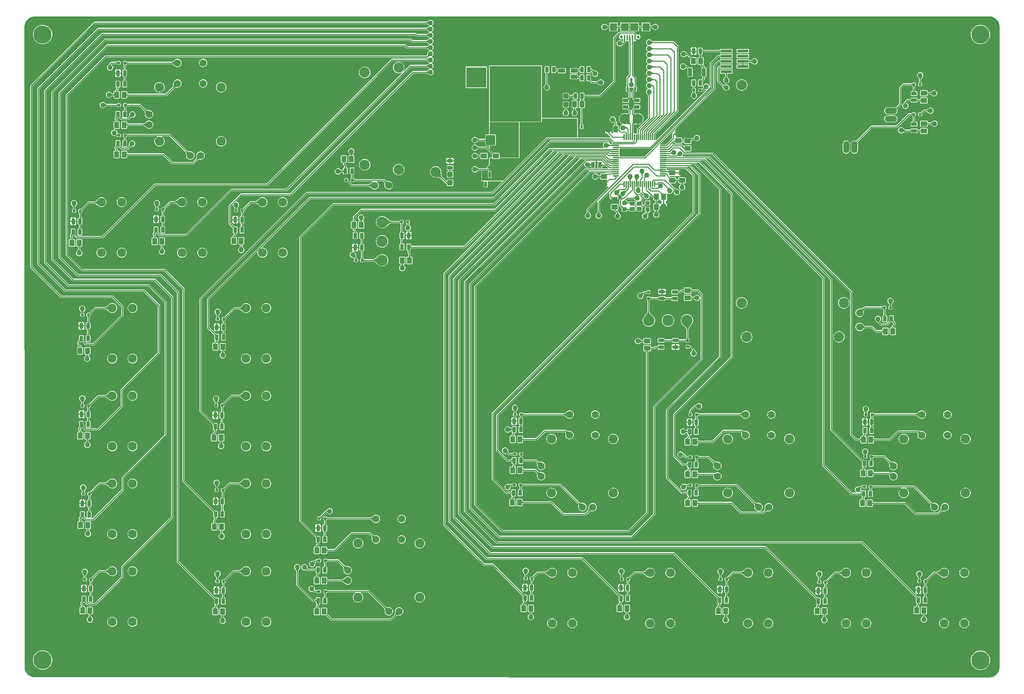
<source format=gtl>
G04*
G04 #@! TF.GenerationSoftware,Altium Limited,Altium Designer,20.1.11 (218)*
G04*
G04 Layer_Physical_Order=1*
G04 Layer_Color=255*
%FSLAX25Y25*%
%MOIN*%
G70*
G04*
G04 #@! TF.SameCoordinates,A32AA641-9BD5-4A0C-9211-EA825F98DF86*
G04*
G04*
G04 #@! TF.FilePolarity,Positive*
G04*
G01*
G75*
%ADD14C,0.01000*%
%ADD17C,0.00500*%
G04:AMPARAMS|DCode=56|XSize=49.21mil|YSize=62.99mil|CornerRadius=4.92mil|HoleSize=0mil|Usage=FLASHONLY|Rotation=180.000|XOffset=0mil|YOffset=0mil|HoleType=Round|Shape=RoundedRectangle|*
%AMROUNDEDRECTD56*
21,1,0.04921,0.05315,0,0,180.0*
21,1,0.03937,0.06299,0,0,180.0*
1,1,0.00984,-0.01968,0.02657*
1,1,0.00984,0.01968,0.02657*
1,1,0.00984,0.01968,-0.02657*
1,1,0.00984,-0.01968,-0.02657*
%
%ADD56ROUNDEDRECTD56*%
%ADD57O,0.06299X0.01181*%
%ADD58O,0.01181X0.06299*%
%ADD59R,0.02480X0.03268*%
G04:AMPARAMS|DCode=60|XSize=49.21mil|YSize=39.37mil|CornerRadius=2.95mil|HoleSize=0mil|Usage=FLASHONLY|Rotation=180.000|XOffset=0mil|YOffset=0mil|HoleType=Round|Shape=RoundedRectangle|*
%AMROUNDEDRECTD60*
21,1,0.04921,0.03347,0,0,180.0*
21,1,0.04331,0.03937,0,0,180.0*
1,1,0.00591,-0.02165,0.01673*
1,1,0.00591,0.02165,0.01673*
1,1,0.00591,0.02165,-0.01673*
1,1,0.00591,-0.02165,-0.01673*
%
%ADD60ROUNDEDRECTD60*%
G04:AMPARAMS|DCode=61|XSize=39.37mil|YSize=78.74mil|CornerRadius=2.95mil|HoleSize=0mil|Usage=FLASHONLY|Rotation=180.000|XOffset=0mil|YOffset=0mil|HoleType=Round|Shape=RoundedRectangle|*
%AMROUNDEDRECTD61*
21,1,0.03937,0.07284,0,0,180.0*
21,1,0.03347,0.07874,0,0,180.0*
1,1,0.00591,-0.01673,0.03642*
1,1,0.00591,0.01673,0.03642*
1,1,0.00591,0.01673,-0.03642*
1,1,0.00591,-0.01673,-0.03642*
%
%ADD61ROUNDEDRECTD61*%
G04:AMPARAMS|DCode=62|XSize=55.12mil|YSize=35.43mil|CornerRadius=2.66mil|HoleSize=0mil|Usage=FLASHONLY|Rotation=270.000|XOffset=0mil|YOffset=0mil|HoleType=Round|Shape=RoundedRectangle|*
%AMROUNDEDRECTD62*
21,1,0.05512,0.03012,0,0,270.0*
21,1,0.04980,0.03543,0,0,270.0*
1,1,0.00532,-0.01506,-0.02490*
1,1,0.00532,-0.01506,0.02490*
1,1,0.00532,0.01506,0.02490*
1,1,0.00532,0.01506,-0.02490*
%
%ADD62ROUNDEDRECTD62*%
G04:AMPARAMS|DCode=63|XSize=55.12mil|YSize=35.43mil|CornerRadius=2.66mil|HoleSize=0mil|Usage=FLASHONLY|Rotation=180.000|XOffset=0mil|YOffset=0mil|HoleType=Round|Shape=RoundedRectangle|*
%AMROUNDEDRECTD63*
21,1,0.05512,0.03012,0,0,180.0*
21,1,0.04980,0.03543,0,0,180.0*
1,1,0.00532,-0.02490,0.01506*
1,1,0.00532,0.02490,0.01506*
1,1,0.00532,0.02490,-0.01506*
1,1,0.00532,-0.02490,-0.01506*
%
%ADD63ROUNDEDRECTD63*%
%ADD64R,0.07480X0.07480*%
%ADD65R,0.07087X0.07480*%
%ADD66R,0.01575X0.05315*%
%ADD67R,0.11000X0.02900*%
%ADD68R,0.08000X0.04500*%
%ADD69R,0.02362X0.03543*%
G04:AMPARAMS|DCode=70|XSize=51.18mil|YSize=51.18mil|CornerRadius=5.12mil|HoleSize=0mil|Usage=FLASHONLY|Rotation=90.000|XOffset=0mil|YOffset=0mil|HoleType=Round|Shape=RoundedRectangle|*
%AMROUNDEDRECTD70*
21,1,0.05118,0.04095,0,0,90.0*
21,1,0.04095,0.05118,0,0,90.0*
1,1,0.01024,0.02047,0.02047*
1,1,0.01024,0.02047,-0.02047*
1,1,0.01024,-0.02047,-0.02047*
1,1,0.01024,-0.02047,0.02047*
%
%ADD70ROUNDEDRECTD70*%
G04:AMPARAMS|DCode=71|XSize=39.37mil|YSize=66.93mil|CornerRadius=3.94mil|HoleSize=0mil|Usage=FLASHONLY|Rotation=270.000|XOffset=0mil|YOffset=0mil|HoleType=Round|Shape=RoundedRectangle|*
%AMROUNDEDRECTD71*
21,1,0.03937,0.05906,0,0,270.0*
21,1,0.03150,0.06693,0,0,270.0*
1,1,0.00787,-0.02953,-0.01575*
1,1,0.00787,-0.02953,0.01575*
1,1,0.00787,0.02953,0.01575*
1,1,0.00787,0.02953,-0.01575*
%
%ADD71ROUNDEDRECTD71*%
G04:AMPARAMS|DCode=72|XSize=90.55mil|YSize=98.43mil|CornerRadius=6.79mil|HoleSize=0mil|Usage=FLASHONLY|Rotation=180.000|XOffset=0mil|YOffset=0mil|HoleType=Round|Shape=RoundedRectangle|*
%AMROUNDEDRECTD72*
21,1,0.09055,0.08484,0,0,180.0*
21,1,0.07697,0.09843,0,0,180.0*
1,1,0.01358,-0.03848,0.04242*
1,1,0.01358,0.03848,0.04242*
1,1,0.01358,0.03848,-0.04242*
1,1,0.01358,-0.03848,-0.04242*
%
%ADD72ROUNDEDRECTD72*%
%ADD73R,0.03268X0.02480*%
G04:AMPARAMS|DCode=74|XSize=49.21mil|YSize=62.99mil|CornerRadius=4.92mil|HoleSize=0mil|Usage=FLASHONLY|Rotation=90.000|XOffset=0mil|YOffset=0mil|HoleType=Round|Shape=RoundedRectangle|*
%AMROUNDEDRECTD74*
21,1,0.04921,0.05315,0,0,90.0*
21,1,0.03937,0.06299,0,0,90.0*
1,1,0.00984,0.02657,0.01968*
1,1,0.00984,0.02657,-0.01968*
1,1,0.00984,-0.02657,-0.01968*
1,1,0.00984,-0.02657,0.01968*
%
%ADD74ROUNDEDRECTD74*%
G04:AMPARAMS|DCode=75|XSize=43.31mil|YSize=39.37mil|CornerRadius=3.94mil|HoleSize=0mil|Usage=FLASHONLY|Rotation=0.000|XOffset=0mil|YOffset=0mil|HoleType=Round|Shape=RoundedRectangle|*
%AMROUNDEDRECTD75*
21,1,0.04331,0.03150,0,0,0.0*
21,1,0.03543,0.03937,0,0,0.0*
1,1,0.00787,0.01772,-0.01575*
1,1,0.00787,-0.01772,-0.01575*
1,1,0.00787,-0.01772,0.01575*
1,1,0.00787,0.01772,0.01575*
%
%ADD75ROUNDEDRECTD75*%
G04:AMPARAMS|DCode=76|XSize=23.62mil|YSize=53.15mil|CornerRadius=1.77mil|HoleSize=0mil|Usage=FLASHONLY|Rotation=180.000|XOffset=0mil|YOffset=0mil|HoleType=Round|Shape=RoundedRectangle|*
%AMROUNDEDRECTD76*
21,1,0.02362,0.04961,0,0,180.0*
21,1,0.02008,0.05315,0,0,180.0*
1,1,0.00354,-0.01004,0.02480*
1,1,0.00354,0.01004,0.02480*
1,1,0.00354,0.01004,-0.02480*
1,1,0.00354,-0.01004,-0.02480*
%
%ADD76ROUNDEDRECTD76*%
G04:AMPARAMS|DCode=77|XSize=27.56mil|YSize=23.62mil|CornerRadius=1.77mil|HoleSize=0mil|Usage=FLASHONLY|Rotation=180.000|XOffset=0mil|YOffset=0mil|HoleType=Round|Shape=RoundedRectangle|*
%AMROUNDEDRECTD77*
21,1,0.02756,0.02008,0,0,180.0*
21,1,0.02402,0.02362,0,0,180.0*
1,1,0.00354,-0.01201,0.01004*
1,1,0.00354,0.01201,0.01004*
1,1,0.00354,0.01201,-0.01004*
1,1,0.00354,-0.01201,-0.01004*
%
%ADD77ROUNDEDRECTD77*%
G04:AMPARAMS|DCode=78|XSize=27.56mil|YSize=23.62mil|CornerRadius=1.77mil|HoleSize=0mil|Usage=FLASHONLY|Rotation=270.000|XOffset=0mil|YOffset=0mil|HoleType=Round|Shape=RoundedRectangle|*
%AMROUNDEDRECTD78*
21,1,0.02756,0.02008,0,0,270.0*
21,1,0.02402,0.02362,0,0,270.0*
1,1,0.00354,-0.01004,-0.01201*
1,1,0.00354,-0.01004,0.01201*
1,1,0.00354,0.01004,0.01201*
1,1,0.00354,0.01004,-0.01201*
%
%ADD78ROUNDEDRECTD78*%
%ADD79C,0.01500*%
%ADD80C,0.10039*%
%ADD81C,0.07087*%
%ADD82C,0.07000*%
%ADD83C,0.09000*%
%ADD84C,0.08500*%
%ADD85C,0.10925*%
%ADD86O,0.05906X0.11812*%
%ADD87O,0.11812X0.05906*%
%ADD88C,0.17717*%
%ADD89C,0.10000*%
%ADD90C,0.19685*%
%ADD91R,0.19685X0.19685*%
%ADD92C,0.02756*%
%ADD93C,0.05000*%
G36*
X944979Y648079D02*
X946883Y647502D01*
X948637Y646564D01*
X950175Y645303D01*
X951436Y643765D01*
X952374Y642011D01*
X952951Y640108D01*
X953108Y638517D01*
X953108Y638517D01*
X953108D01*
X953113Y638512D01*
Y16353D01*
X953113Y16250D01*
X953108Y15751D01*
X953136Y15255D01*
X952951Y13383D01*
X952374Y11479D01*
X951436Y9725D01*
X950175Y8188D01*
X948637Y6926D01*
X946883Y5988D01*
X944979Y5411D01*
X943389Y5254D01*
X943389Y5254D01*
Y5254D01*
X943384Y5249D01*
X16000Y5387D01*
X15889Y5392D01*
X15889Y5392D01*
X15500Y5354D01*
X13521Y5549D01*
X11617Y6126D01*
X9863Y7064D01*
X8326Y8326D01*
X7064Y9863D01*
X6126Y11617D01*
X5549Y13521D01*
X5392Y15111D01*
X5392Y15111D01*
X5392D01*
X5387Y15116D01*
X5259Y637010D01*
X5259Y637113D01*
X5264Y637611D01*
X5236Y638107D01*
X5421Y639979D01*
X5998Y641883D01*
X6936Y643637D01*
X8197Y645175D01*
X9735Y646436D01*
X11489Y647374D01*
X13392Y647951D01*
X14983Y648108D01*
X14983Y648108D01*
Y648108D01*
X14988Y648113D01*
X942009Y648241D01*
X942113Y648241D01*
X942611Y648236D01*
X943107Y648264D01*
X944979Y648079D01*
D02*
G37*
%LPC*%
G36*
X613422Y642194D02*
X605335D01*
Y639053D01*
X605324Y639048D01*
X605250Y639029D01*
X605144Y639011D01*
X605009Y639000D01*
X604833Y638995D01*
X604785Y638974D01*
X603146D01*
X603097Y638995D01*
X602921Y639000D01*
X602787Y639011D01*
X602681Y639029D01*
X602607Y639048D01*
X602595Y639053D01*
Y642194D01*
X594115D01*
Y639053D01*
X594103Y639048D01*
X594029Y639029D01*
X593924Y639011D01*
X593789Y639000D01*
X593631Y638996D01*
X593473Y639000D01*
X593338Y639011D01*
X593232Y639029D01*
X593158Y639048D01*
X593147Y639053D01*
Y642194D01*
X584666D01*
Y639053D01*
X584654Y639048D01*
X584581Y639029D01*
X584475Y639011D01*
X584340Y639000D01*
X584164Y638995D01*
X584116Y638974D01*
X582476D01*
X582428Y638995D01*
X582252Y639000D01*
X582117Y639011D01*
X582012Y639029D01*
X581938Y639048D01*
X581926Y639053D01*
Y642194D01*
X573839D01*
Y639053D01*
X573828Y639048D01*
X573754Y639029D01*
X573648Y639011D01*
X573513Y639000D01*
X573337Y638995D01*
X573289Y638974D01*
X573072D01*
X573031Y638994D01*
X572873Y639005D01*
X572740Y639030D01*
X572592Y639076D01*
X572430Y639144D01*
X572255Y639236D01*
X572068Y639353D01*
X571876Y639492D01*
X571439Y639866D01*
X571210Y640091D01*
X571167Y640108D01*
X570559Y640575D01*
X569829Y640877D01*
X569046Y640980D01*
X568263Y640877D01*
X567533Y640575D01*
X566906Y640094D01*
X566425Y639467D01*
X566123Y638737D01*
X566020Y637954D01*
X566123Y637171D01*
X566425Y636441D01*
X566906Y635815D01*
X567533Y635334D01*
X568263Y635031D01*
X569046Y634928D01*
X569829Y635031D01*
X570559Y635334D01*
X571158Y635793D01*
X571202Y635810D01*
X571666Y636246D01*
X571870Y636412D01*
X572068Y636555D01*
X572255Y636672D01*
X572430Y636764D01*
X572592Y636833D01*
X572740Y636878D01*
X572873Y636904D01*
X573031Y636914D01*
X573072Y636935D01*
X573289D01*
X573337Y636913D01*
X573513Y636909D01*
X573648Y636897D01*
X573754Y636879D01*
X573827Y636860D01*
X573839Y636855D01*
Y633714D01*
X581926D01*
Y636855D01*
X581938Y636860D01*
X582012Y636879D01*
X582117Y636897D01*
X582252Y636909D01*
X582428Y636913D01*
X582476Y636935D01*
X584116D01*
X584164Y636913D01*
X584340Y636909D01*
X584475Y636897D01*
X584581Y636879D01*
X584654Y636860D01*
X584666Y636855D01*
Y633714D01*
X593147D01*
Y636855D01*
X593158Y636860D01*
X593232Y636879D01*
X593338Y636897D01*
X593473Y636909D01*
X593631Y636913D01*
X593789Y636909D01*
X593924Y636897D01*
X594029Y636879D01*
X594103Y636860D01*
X594115Y636855D01*
Y633714D01*
X602595D01*
Y636855D01*
X602607Y636860D01*
X602681Y636879D01*
X602787Y636897D01*
X602921Y636909D01*
X603097Y636913D01*
X603146Y636935D01*
X604785D01*
X604833Y636913D01*
X605009Y636909D01*
X605144Y636897D01*
X605250Y636879D01*
X605324Y636860D01*
X605335Y636855D01*
Y633714D01*
X613422D01*
Y636901D01*
X613434Y636906D01*
X613508Y636925D01*
X613613Y636943D01*
X613748Y636954D01*
X613924Y636959D01*
X613972Y636980D01*
X614474D01*
X614515Y636960D01*
X614673Y636950D01*
X614806Y636924D01*
X614954Y636878D01*
X615116Y636810D01*
X615291Y636718D01*
X615478Y636601D01*
X615670Y636462D01*
X616107Y636088D01*
X616336Y635864D01*
X616379Y635846D01*
X616987Y635380D01*
X617717Y635077D01*
X618500Y634974D01*
X619283Y635077D01*
X620013Y635380D01*
X620640Y635860D01*
X621121Y636487D01*
X621423Y637217D01*
X621526Y638000D01*
X621423Y638783D01*
X621121Y639513D01*
X620640Y640140D01*
X620013Y640621D01*
X619283Y640923D01*
X618500Y641026D01*
X617717Y640923D01*
X616987Y640621D01*
X616388Y640161D01*
X616344Y640144D01*
X615879Y639708D01*
X615676Y639542D01*
X615478Y639399D01*
X615291Y639282D01*
X615116Y639190D01*
X614954Y639122D01*
X614806Y639076D01*
X614673Y639050D01*
X614515Y639040D01*
X614474Y639020D01*
X613972D01*
X613924Y639041D01*
X613748Y639046D01*
X613613Y639057D01*
X613508Y639075D01*
X613434Y639094D01*
X613422Y639099D01*
Y642194D01*
D02*
G37*
G36*
X400000Y645026D02*
X399217Y644923D01*
X398487Y644621D01*
X397888Y644161D01*
X397844Y644144D01*
X397379Y643708D01*
X397176Y643542D01*
X396978Y643399D01*
X396791Y643282D01*
X396616Y643190D01*
X396454Y643122D01*
X396306Y643076D01*
X396172Y643050D01*
X396015Y643040D01*
X395974Y643020D01*
X73500D01*
X73110Y642942D01*
X72779Y642721D01*
X11279Y581221D01*
X11058Y580890D01*
X10980Y580500D01*
X10980Y404500D01*
X11058Y404110D01*
X11279Y403779D01*
X40279Y374779D01*
X40610Y374558D01*
X41000Y374480D01*
X90578D01*
X99480Y365578D01*
Y357922D01*
X72078Y330520D01*
X65422D01*
X63496Y332446D01*
X63481Y332489D01*
X63473Y332493D01*
X63470Y332502D01*
X63110Y332889D01*
X62989Y333039D01*
X62898Y333169D01*
X62889Y333184D01*
Y333514D01*
X62896Y333529D01*
X62889Y333547D01*
Y333607D01*
X62892Y333617D01*
X62889Y333621D01*
Y337419D01*
X62830Y337718D01*
X62660Y337971D01*
X62407Y338141D01*
X62108Y338200D01*
X59096D01*
X58798Y338141D01*
X58544Y337971D01*
X58375Y337718D01*
X58316Y337419D01*
Y333621D01*
X58313Y333617D01*
X58316Y333607D01*
Y333547D01*
X58309Y333529D01*
X58316Y333514D01*
Y333184D01*
X58307Y333169D01*
X58220Y333045D01*
X57931Y332705D01*
X57741Y332509D01*
X57736Y332496D01*
X57723Y332489D01*
X57709Y332446D01*
X57279Y332016D01*
X57058Y331685D01*
X56980Y331295D01*
Y328705D01*
X57058Y328315D01*
X57279Y327984D01*
X58094Y327169D01*
X57887Y326669D01*
X57394D01*
X57007Y326592D01*
X56678Y326373D01*
X56459Y326045D01*
X56382Y325658D01*
Y320342D01*
X56459Y319955D01*
X56678Y319627D01*
X57007Y319408D01*
X57394Y319331D01*
X61331D01*
X61718Y319408D01*
X62046Y319627D01*
X62265Y319955D01*
X62342Y320342D01*
Y325658D01*
X62265Y326045D01*
X62046Y326373D01*
X61718Y326592D01*
X61331Y326669D01*
X60457D01*
X60457Y326671D01*
X60437Y326745D01*
X60420Y326850D01*
X60408Y326985D01*
X60403Y327161D01*
X60382Y327209D01*
Y327343D01*
X60304Y327733D01*
X60083Y328064D01*
X59020Y329127D01*
Y330873D01*
X59206Y331059D01*
X59253Y331077D01*
X59633Y331430D01*
X59780Y331548D01*
X59909Y331638D01*
X59944Y331658D01*
X60299D01*
X60317Y331651D01*
X60333Y331658D01*
X60872D01*
X60887Y331651D01*
X60906Y331658D01*
X61261D01*
X61296Y331638D01*
X61418Y331552D01*
X61752Y331269D01*
X61944Y331084D01*
X61994Y331064D01*
X64279Y328779D01*
X64610Y328558D01*
X65000Y328480D01*
X72500D01*
X72890Y328558D01*
X73221Y328779D01*
X101221Y356779D01*
X101442Y357110D01*
X101520Y357500D01*
Y366000D01*
X101442Y366390D01*
X101221Y366721D01*
X91721Y376221D01*
X91390Y376442D01*
X91000Y376520D01*
X41422D01*
X13020Y404922D01*
X13020Y580078D01*
X73922Y640980D01*
X395974D01*
X396015Y640960D01*
X396172Y640950D01*
X396306Y640924D01*
X396454Y640878D01*
X396616Y640810D01*
X396791Y640718D01*
X396978Y640601D01*
X397170Y640462D01*
X397607Y640088D01*
X397836Y639864D01*
X397879Y639846D01*
X398487Y639380D01*
X398750Y639271D01*
Y638729D01*
X398487Y638621D01*
X397888Y638161D01*
X397844Y638144D01*
X397379Y637708D01*
X397176Y637542D01*
X396978Y637399D01*
X396791Y637282D01*
X396616Y637190D01*
X396454Y637122D01*
X396306Y637076D01*
X396172Y637050D01*
X396015Y637040D01*
X395974Y637020D01*
X77000D01*
X76610Y636942D01*
X76279Y636721D01*
X18279Y578721D01*
X18058Y578390D01*
X17980Y578000D01*
X17980Y407500D01*
X18058Y407110D01*
X18279Y406779D01*
X44279Y380779D01*
X44610Y380558D01*
X45000Y380480D01*
X121078D01*
X134980Y366578D01*
Y321422D01*
X99279Y285721D01*
X99058Y285390D01*
X98980Y285000D01*
Y269922D01*
X76578Y247520D01*
X64922D01*
X63649Y248793D01*
X63647Y248807D01*
X63607Y248834D01*
X63603Y248839D01*
X63585Y248887D01*
X63220Y249280D01*
X63100Y249430D01*
X63010Y249559D01*
X63003Y249571D01*
Y249822D01*
X63031Y249872D01*
X63018Y249916D01*
X63034Y249958D01*
X63003Y250024D01*
Y253919D01*
X62944Y254218D01*
X62774Y254471D01*
X62521Y254641D01*
X62222Y254700D01*
X59211D01*
X58912Y254641D01*
X58659Y254471D01*
X58489Y254218D01*
X58430Y253919D01*
Y249523D01*
X58080Y249121D01*
X57959Y248998D01*
X57950Y248976D01*
X57928Y248965D01*
X57898Y248868D01*
X57755Y248654D01*
X57677Y248264D01*
Y245992D01*
X57755Y245602D01*
X57976Y245271D01*
X58578Y244669D01*
X58443Y244169D01*
X57508D01*
X57121Y244092D01*
X56793Y243873D01*
X56573Y243545D01*
X56496Y243158D01*
Y237842D01*
X56573Y237455D01*
X56793Y237127D01*
X57121Y236908D01*
X57508Y236831D01*
X61445D01*
X61832Y236908D01*
X62160Y237127D01*
X62379Y237455D01*
X62456Y237842D01*
Y243158D01*
X62379Y243545D01*
X62160Y243873D01*
X61832Y244092D01*
X61445Y244169D01*
X60812D01*
X60811Y244171D01*
X60791Y244245D01*
X60774Y244350D01*
X60762Y244485D01*
X60758Y244661D01*
X60736Y244709D01*
Y244972D01*
X60659Y245362D01*
X60438Y245693D01*
X59716Y246414D01*
Y247806D01*
X59768Y247857D01*
X60069Y248130D01*
X60105Y248158D01*
X60751D01*
X60769Y248145D01*
X60809Y248150D01*
X60845Y248130D01*
X60941Y248158D01*
X61237D01*
X61321Y248111D01*
X61439Y248030D01*
X61761Y247760D01*
X61944Y247583D01*
X61994Y247564D01*
X63779Y245779D01*
X64110Y245558D01*
X64500Y245480D01*
X77000D01*
X77390Y245558D01*
X77721Y245779D01*
X100721Y268779D01*
X100942Y269110D01*
X101020Y269500D01*
Y284578D01*
X136721Y320279D01*
X136942Y320610D01*
X137020Y321000D01*
Y367000D01*
X136942Y367390D01*
X136721Y367721D01*
X122221Y382221D01*
X121890Y382442D01*
X121500Y382520D01*
X45422D01*
X20020Y407922D01*
X20020Y577578D01*
X77422Y634980D01*
X395974D01*
X396015Y634960D01*
X396172Y634950D01*
X396306Y634924D01*
X396454Y634878D01*
X396616Y634810D01*
X396791Y634718D01*
X396978Y634601D01*
X397170Y634462D01*
X397607Y634088D01*
X397836Y633864D01*
X397879Y633846D01*
X398487Y633380D01*
X398750Y633271D01*
Y632729D01*
X398487Y632620D01*
X397888Y632161D01*
X397844Y632144D01*
X397379Y631708D01*
X397176Y631542D01*
X396978Y631399D01*
X396791Y631282D01*
X396616Y631190D01*
X396454Y631122D01*
X396306Y631076D01*
X396172Y631050D01*
X396015Y631040D01*
X395974Y631020D01*
X386922D01*
X386221Y631721D01*
X385890Y631942D01*
X385500Y632020D01*
X80500D01*
X80110Y631942D01*
X79779Y631721D01*
X24779Y576721D01*
X24558Y576390D01*
X24480Y576000D01*
X24480Y409000D01*
X24558Y408610D01*
X24779Y408279D01*
X47279Y385779D01*
X47610Y385558D01*
X48000Y385480D01*
X126078D01*
X141480Y370078D01*
X141480Y241422D01*
X100279Y200221D01*
X100058Y199890D01*
X99980Y199500D01*
Y188422D01*
X71578Y160020D01*
X70257D01*
X70105Y160520D01*
X70156Y160554D01*
X70326Y160807D01*
X70385Y161106D01*
Y166086D01*
X70326Y166385D01*
X70156Y166638D01*
X69903Y166807D01*
X69604Y166867D01*
X69194D01*
X69193Y166869D01*
X69173Y166942D01*
X69156Y167048D01*
X69144Y167183D01*
X69139Y167359D01*
X69118Y167407D01*
Y170774D01*
X69139Y170822D01*
X69144Y170998D01*
X69156Y171133D01*
X69173Y171239D01*
X69193Y171312D01*
X69194Y171314D01*
X69604D01*
X69903Y171374D01*
X70156Y171543D01*
X70326Y171796D01*
X70385Y172095D01*
Y177076D01*
X70326Y177374D01*
X70156Y177628D01*
X69903Y177797D01*
X69604Y177856D01*
X69587D01*
X69586Y177858D01*
X69567Y177932D01*
X69550Y178038D01*
X69538Y178172D01*
X69533Y178348D01*
X69512Y178396D01*
Y181755D01*
X69533Y181803D01*
X69538Y181979D01*
X69550Y182114D01*
X69567Y182220D01*
X69586Y182293D01*
X69591Y182306D01*
X69693D01*
X69957Y182358D01*
X70181Y182508D01*
X70331Y182732D01*
X70383Y182996D01*
Y183911D01*
X70401Y183950D01*
X70384Y183994D01*
X70396Y184041D01*
X70383Y184062D01*
Y184324D01*
X70384Y184325D01*
X70473Y184451D01*
X70771Y184800D01*
X70968Y185003D01*
X70988Y185054D01*
X71039Y185104D01*
X71050Y185114D01*
X71050Y185116D01*
X78854Y192920D01*
X83801D01*
X83838Y192900D01*
X84069Y192879D01*
X84290Y192824D01*
X84551Y192722D01*
X84848Y192571D01*
X85177Y192369D01*
X85526Y192122D01*
X86780Y191037D01*
X87241Y190580D01*
X87250Y190576D01*
X87269Y190552D01*
X88261Y189790D01*
X89417Y189312D01*
X90657Y189148D01*
X91897Y189312D01*
X93053Y189790D01*
X94045Y190552D01*
X94806Y191544D01*
X95285Y192699D01*
X95448Y193939D01*
X95285Y195179D01*
X94806Y196335D01*
X94045Y197327D01*
X93053Y198088D01*
X91897Y198567D01*
X90657Y198730D01*
X89417Y198567D01*
X88261Y198088D01*
X87269Y197327D01*
X87250Y197302D01*
X87241Y197299D01*
X87239Y197297D01*
X87239Y197297D01*
X87239Y197297D01*
X86776Y196838D01*
X85918Y196066D01*
X85535Y195764D01*
X85177Y195510D01*
X84848Y195308D01*
X84551Y195157D01*
X84290Y195055D01*
X84069Y194999D01*
X83838Y194978D01*
X83801Y194959D01*
X78431D01*
X78041Y194881D01*
X77710Y194660D01*
X69354Y186304D01*
X69307Y186287D01*
X68939Y185946D01*
X68796Y185832D01*
X68670Y185744D01*
X68584Y185694D01*
X68233D01*
X68185Y185707D01*
X68164Y185694D01*
X67291D01*
X67027Y185642D01*
X66803Y185492D01*
X66654Y185268D01*
X66601Y185004D01*
Y182996D01*
X66654Y182732D01*
X66803Y182508D01*
X67027Y182358D01*
X67291Y182306D01*
X67393D01*
X67398Y182293D01*
X67417Y182220D01*
X67435Y182114D01*
X67447Y181979D01*
X67451Y181803D01*
X67472Y181755D01*
Y178396D01*
X67451Y178348D01*
X67447Y178172D01*
X67435Y178038D01*
X67417Y177932D01*
X67398Y177858D01*
X67397Y177856D01*
X66593D01*
X66294Y177797D01*
X66040Y177628D01*
X65871Y177374D01*
X65812Y177076D01*
Y172095D01*
X65871Y171796D01*
X66040Y171543D01*
X66294Y171374D01*
X66593Y171314D01*
X67003D01*
X67004Y171312D01*
X67024Y171239D01*
X67041Y171133D01*
X67053Y170998D01*
X67057Y170822D01*
X67079Y170774D01*
Y167407D01*
X67057Y167359D01*
X67053Y167183D01*
X67041Y167048D01*
X67024Y166942D01*
X67004Y166869D01*
X67003Y166867D01*
X66593D01*
X66294Y166807D01*
X66040Y166638D01*
X65871Y166385D01*
X65812Y166086D01*
Y161106D01*
X65871Y160807D01*
X66040Y160554D01*
X66091Y160520D01*
X65940Y160020D01*
X65422D01*
X64488Y160954D01*
X64470Y161002D01*
X64101Y161398D01*
X63980Y161550D01*
X63889Y161680D01*
X63889Y161680D01*
Y161925D01*
X63914Y161967D01*
X63903Y162011D01*
X63920Y162054D01*
X63889Y162127D01*
Y166086D01*
X63830Y166385D01*
X63660Y166638D01*
X63407Y166807D01*
X63108Y166867D01*
X60097D01*
X59798Y166807D01*
X59544Y166638D01*
X59375Y166385D01*
X59316Y166086D01*
Y162133D01*
X59308Y162116D01*
X59316Y162099D01*
Y161896D01*
X59276Y161833D01*
X59191Y161718D01*
X58918Y161405D01*
X58742Y161224D01*
X58722Y161173D01*
X58558Y161009D01*
X58337Y160678D01*
X58259Y160288D01*
Y158721D01*
X58337Y158331D01*
X58558Y158000D01*
X58889Y157669D01*
X58792Y157169D01*
X58008D01*
X57621Y157092D01*
X57293Y156873D01*
X57073Y156545D01*
X56996Y156158D01*
Y150842D01*
X57073Y150455D01*
X57293Y150127D01*
X57621Y149908D01*
X58008Y149831D01*
X61945D01*
X62332Y149908D01*
X62660Y150127D01*
X62879Y150455D01*
X62956Y150842D01*
Y156158D01*
X62879Y156545D01*
X62660Y156873D01*
X62332Y157092D01*
X61945Y157169D01*
X61095D01*
X61094Y157171D01*
X61075Y157245D01*
X61057Y157350D01*
X61046Y157485D01*
X61041Y157661D01*
X61020Y157709D01*
Y158000D01*
X60942Y158390D01*
X60721Y158721D01*
X60299Y159143D01*
Y159830D01*
X60565Y160081D01*
X60704Y160196D01*
X60824Y160285D01*
X60887Y160325D01*
X61089D01*
X61107Y160318D01*
X61124Y160325D01*
X61574D01*
X61585Y160316D01*
X61624Y160320D01*
X61659Y160300D01*
X61760Y160325D01*
X62065D01*
X62161Y160271D01*
X62278Y160191D01*
X62597Y159924D01*
X62778Y159750D01*
X62828Y159730D01*
X64279Y158279D01*
X64610Y158058D01*
X65000Y157980D01*
X72000D01*
X72390Y158058D01*
X72721Y158279D01*
X101721Y187279D01*
X101942Y187610D01*
X102020Y188000D01*
Y199078D01*
X143221Y240279D01*
X143442Y240610D01*
X143520Y241000D01*
X143520Y370500D01*
X143442Y370890D01*
X143221Y371221D01*
X127221Y387221D01*
X126890Y387442D01*
X126500Y387520D01*
X48422D01*
X26520Y409422D01*
X26520Y575578D01*
X80922Y629980D01*
X385078D01*
X385779Y629279D01*
X386110Y629058D01*
X386500Y628980D01*
X395974D01*
X396015Y628960D01*
X396172Y628950D01*
X396306Y628924D01*
X396454Y628878D01*
X396616Y628810D01*
X396791Y628718D01*
X396978Y628601D01*
X397170Y628462D01*
X397607Y628088D01*
X397836Y627864D01*
X397879Y627846D01*
X398487Y627380D01*
X398750Y627271D01*
Y626729D01*
X398487Y626620D01*
X397888Y626161D01*
X397844Y626144D01*
X397379Y625708D01*
X397176Y625542D01*
X396978Y625399D01*
X396791Y625282D01*
X396616Y625190D01*
X396454Y625122D01*
X396306Y625076D01*
X396172Y625050D01*
X396015Y625040D01*
X395974Y625020D01*
X382422D01*
X381221Y626221D01*
X380890Y626442D01*
X380500Y626520D01*
X83500Y626519D01*
X83110Y626442D01*
X82779Y626221D01*
X31779Y575221D01*
X31558Y574890D01*
X31480Y574500D01*
X31480Y412000D01*
X31558Y411610D01*
X31779Y411279D01*
X51779Y391279D01*
X52110Y391058D01*
X52500Y390980D01*
X131578D01*
X147980Y374578D01*
X147980Y161922D01*
X99779Y113721D01*
X99558Y113390D01*
X99480Y113000D01*
Y103422D01*
X73578Y77520D01*
X67422D01*
X65996Y78946D01*
X65981Y78989D01*
X65973Y78993D01*
X65970Y79002D01*
X65610Y79389D01*
X65489Y79539D01*
X65398Y79669D01*
X65389Y79684D01*
Y80014D01*
X65396Y80029D01*
X65389Y80047D01*
Y80107D01*
X65392Y80117D01*
X65389Y80121D01*
Y83919D01*
X65330Y84218D01*
X65160Y84471D01*
X64907Y84641D01*
X64608Y84700D01*
X61597D01*
X61298Y84641D01*
X61044Y84471D01*
X60875Y84218D01*
X60816Y83919D01*
Y79828D01*
X60809Y79810D01*
X60816Y79795D01*
Y79674D01*
X60777Y79615D01*
X60411Y79184D01*
X60243Y79011D01*
X60237Y78996D01*
X60223Y78989D01*
X60209Y78946D01*
X60122Y78859D01*
X59901Y78528D01*
X59823Y78138D01*
Y76362D01*
X59901Y75972D01*
X60122Y75641D01*
X60980Y74783D01*
Y74709D01*
X60959Y74661D01*
X60954Y74485D01*
X60943Y74350D01*
X60925Y74245D01*
X60906Y74171D01*
X60905Y74169D01*
X59894D01*
X59507Y74092D01*
X59178Y73873D01*
X58959Y73545D01*
X58882Y73158D01*
Y67843D01*
X58959Y67455D01*
X59178Y67127D01*
X59507Y66908D01*
X59894Y66831D01*
X63831D01*
X64218Y66908D01*
X64546Y67127D01*
X64765Y67455D01*
X64842Y67843D01*
Y73158D01*
X64765Y73545D01*
X64546Y73873D01*
X64218Y74092D01*
X63831Y74169D01*
X63095D01*
X63094Y74171D01*
X63075Y74245D01*
X63057Y74350D01*
X63046Y74485D01*
X63041Y74661D01*
X63020Y74709D01*
Y75205D01*
X62942Y75595D01*
X62721Y75926D01*
X61862Y76784D01*
Y77683D01*
X61936Y77754D01*
X62235Y78018D01*
X62346Y78102D01*
X62431Y78158D01*
X62587D01*
X62605Y78152D01*
X62620Y78158D01*
X63372D01*
X63387Y78151D01*
X63406Y78158D01*
X63761D01*
X63796Y78138D01*
X63918Y78052D01*
X64252Y77769D01*
X64444Y77584D01*
X64494Y77564D01*
X66279Y75779D01*
X66610Y75558D01*
X67000Y75480D01*
X74000D01*
X74390Y75558D01*
X74721Y75779D01*
X101221Y102279D01*
X101442Y102610D01*
X101520Y103000D01*
Y112578D01*
X149721Y160779D01*
X149942Y161110D01*
X150020Y161500D01*
X150020Y161500D01*
X150020Y375000D01*
X149942Y375390D01*
X149721Y375721D01*
X132721Y392721D01*
X132390Y392942D01*
X132000Y393020D01*
X52922D01*
X33520Y412422D01*
X33520Y574078D01*
X83922Y624480D01*
X380078Y624480D01*
X381279Y623279D01*
X381610Y623058D01*
X382000Y622980D01*
X395974D01*
X396015Y622960D01*
X396172Y622950D01*
X396306Y622924D01*
X396454Y622878D01*
X396616Y622810D01*
X396791Y622718D01*
X396978Y622601D01*
X397170Y622462D01*
X397607Y622088D01*
X397836Y621864D01*
X397879Y621846D01*
X398487Y621380D01*
X398750Y621271D01*
Y620729D01*
X398487Y620620D01*
X397888Y620161D01*
X397844Y620144D01*
X397379Y619708D01*
X397176Y619542D01*
X396978Y619399D01*
X396791Y619282D01*
X396616Y619190D01*
X396454Y619122D01*
X396306Y619076D01*
X396172Y619050D01*
X396015Y619040D01*
X395974Y619020D01*
X377922D01*
X376221Y620721D01*
X375890Y620942D01*
X375500Y621020D01*
X86000Y621020D01*
X85610Y620942D01*
X85279Y620721D01*
X38779Y574221D01*
X38558Y573890D01*
X38480Y573500D01*
X38480Y414000D01*
X38558Y413610D01*
X38779Y413279D01*
X56279Y395779D01*
X56610Y395558D01*
X57000Y395480D01*
X137578D01*
X153480Y379578D01*
X153480Y118000D01*
X153558Y117610D01*
X153779Y117279D01*
X189117Y81941D01*
X189136Y81891D01*
X189493Y81507D01*
X189612Y81359D01*
X189703Y81230D01*
X189717Y81204D01*
Y80862D01*
X189710Y80845D01*
X189717Y80828D01*
Y80760D01*
X189717Y80759D01*
X189717Y80759D01*
Y77020D01*
X189777Y76722D01*
X189946Y76468D01*
X190199Y76299D01*
X190498Y76240D01*
X190591D01*
X190798Y75740D01*
X190043Y74985D01*
X189822Y74654D01*
X189744Y74264D01*
Y73624D01*
X189723Y73576D01*
X189718Y73400D01*
X189706Y73265D01*
X189689Y73159D01*
X189669Y73086D01*
X189669Y73084D01*
X188795D01*
X188408Y73007D01*
X188080Y72787D01*
X187861Y72459D01*
X187784Y72072D01*
Y66757D01*
X187861Y66370D01*
X188080Y66042D01*
X188408Y65823D01*
X188795Y65746D01*
X192732D01*
X193119Y65823D01*
X193448Y66042D01*
X193667Y66370D01*
X193744Y66757D01*
Y72072D01*
X193667Y72459D01*
X193448Y72787D01*
X193119Y73007D01*
X192732Y73084D01*
X191859D01*
X191858Y73086D01*
X191839Y73159D01*
X191821Y73265D01*
X191809Y73400D01*
X191805Y73576D01*
X191783Y73624D01*
Y73841D01*
X192725Y74783D01*
X192946Y75114D01*
X193024Y75504D01*
Y75699D01*
X193045Y75748D01*
X193050Y75924D01*
X193061Y76058D01*
X193079Y76164D01*
X193098Y76238D01*
X193099Y76240D01*
X193510D01*
X193809Y76299D01*
X194062Y76468D01*
X194231Y76722D01*
X194291Y77020D01*
Y82001D01*
X194231Y82299D01*
X194062Y82553D01*
X193809Y82722D01*
X193510Y82781D01*
X191740D01*
X191740Y82782D01*
X191739Y82781D01*
X191671D01*
X191654Y82789D01*
X191636Y82781D01*
X191294D01*
X191269Y82796D01*
X191146Y82882D01*
X190809Y83169D01*
X190615Y83356D01*
X190567Y83375D01*
X155520Y118422D01*
X155520Y380000D01*
X155442Y380390D01*
X155221Y380721D01*
X138721Y397221D01*
X138390Y397442D01*
X138000Y397520D01*
X57422D01*
X40520Y414422D01*
X40520Y573078D01*
X86422Y618980D01*
X375078Y618980D01*
X376779Y617279D01*
X377110Y617058D01*
X377500Y616980D01*
X395974D01*
X396015Y616960D01*
X396172Y616950D01*
X396306Y616924D01*
X396454Y616878D01*
X396616Y616810D01*
X396791Y616718D01*
X396978Y616601D01*
X397170Y616462D01*
X397607Y616088D01*
X397836Y615864D01*
X397879Y615846D01*
X398487Y615379D01*
X398750Y615271D01*
Y614729D01*
X398487Y614620D01*
X397860Y614140D01*
X397379Y613513D01*
X397077Y612783D01*
X396974Y612000D01*
X397005Y611763D01*
X396977Y611696D01*
X396987Y611672D01*
X396980Y611647D01*
X397001Y611409D01*
X397006Y611204D01*
X396995Y611013D01*
X396971Y610838D01*
X396934Y610677D01*
X396885Y610529D01*
X396823Y610392D01*
X396780Y610319D01*
X84299D01*
X83909Y610241D01*
X83578Y610020D01*
X45779Y572221D01*
X45558Y571890D01*
X45480Y571500D01*
X45480Y416500D01*
X45558Y416110D01*
X45779Y415779D01*
X60779Y400779D01*
X61110Y400558D01*
X61500Y400480D01*
X141078D01*
X158980Y382578D01*
X158980Y196500D01*
X159058Y196110D01*
X159279Y195779D01*
X188307Y166751D01*
X188326Y166702D01*
X188701Y166300D01*
X188826Y166146D01*
X188906Y166032D01*
Y165744D01*
X188906Y165744D01*
X188906Y165743D01*
Y165671D01*
X188899Y165653D01*
X188906Y165636D01*
Y161606D01*
X188966Y161307D01*
X189135Y161054D01*
X189388Y160884D01*
X189687Y160825D01*
X189905D01*
X189906Y160823D01*
X189925Y160749D01*
X189943Y160644D01*
X189954Y160509D01*
X189959Y160333D01*
X189980Y160285D01*
Y159922D01*
X189232Y159174D01*
X189011Y158843D01*
X188933Y158453D01*
Y156209D01*
X188912Y156161D01*
X188907Y155985D01*
X188895Y155850D01*
X188878Y155745D01*
X188858Y155671D01*
X188858Y155669D01*
X187984D01*
X187597Y155592D01*
X187269Y155373D01*
X187050Y155045D01*
X186973Y154657D01*
Y149343D01*
X187050Y148955D01*
X187269Y148627D01*
X187597Y148408D01*
X187984Y148331D01*
X191921D01*
X192308Y148408D01*
X192637Y148627D01*
X192856Y148955D01*
X192933Y149343D01*
Y154657D01*
X192856Y155045D01*
X192637Y155373D01*
X192308Y155592D01*
X191921Y155669D01*
X191048D01*
X191047Y155671D01*
X191027Y155745D01*
X191010Y155850D01*
X190998Y155985D01*
X190994Y156161D01*
X190972Y156209D01*
Y158030D01*
X191721Y158779D01*
X191942Y159110D01*
X192020Y159500D01*
Y160285D01*
X192041Y160333D01*
X192046Y160509D01*
X192057Y160644D01*
X192075Y160749D01*
X192094Y160823D01*
X192095Y160825D01*
X192699D01*
X192998Y160884D01*
X193251Y161054D01*
X193420Y161307D01*
X193480Y161606D01*
Y166586D01*
X193420Y166885D01*
X193251Y167138D01*
X192998Y167307D01*
X192699Y167367D01*
X191156D01*
X191156Y167367D01*
X191155Y167367D01*
X190731D01*
X190657Y167409D01*
X190537Y167493D01*
X190214Y167765D01*
X190031Y167941D01*
X189981Y167961D01*
X161020Y196922D01*
X161020Y383000D01*
X160942Y383390D01*
X160721Y383721D01*
X142221Y402221D01*
X141890Y402442D01*
X141500Y402520D01*
X61922D01*
X47520Y416922D01*
X47520Y571078D01*
X84721Y608280D01*
X397258D01*
X397336Y608187D01*
X397485Y607807D01*
X397379Y607708D01*
X397176Y607542D01*
X396978Y607399D01*
X396791Y607282D01*
X396616Y607190D01*
X396454Y607122D01*
X396306Y607076D01*
X396172Y607050D01*
X396015Y607040D01*
X395974Y607020D01*
X362500D01*
X362110Y606942D01*
X361779Y606721D01*
X240578Y485520D01*
X132000D01*
X131610Y485442D01*
X131279Y485221D01*
X80578Y434520D01*
X57155D01*
X55602Y436072D01*
X55585Y436120D01*
X55228Y436503D01*
X55108Y436652D01*
X55018Y436781D01*
X55003Y436806D01*
Y437148D01*
X55010Y437165D01*
X55003Y437183D01*
Y437251D01*
X55003Y437252D01*
X55003Y437252D01*
Y440990D01*
X54944Y441289D01*
X54774Y441542D01*
X54521Y441712D01*
X54222Y441771D01*
X51211D01*
X50912Y441712D01*
X50659Y441542D01*
X50489Y441289D01*
X50430Y440990D01*
Y436824D01*
X50423Y436806D01*
X50430Y436789D01*
Y436778D01*
X50420Y436762D01*
X50363Y436685D01*
X50015Y436290D01*
X49858Y436130D01*
X49838Y436079D01*
X49779Y436020D01*
X49558Y435689D01*
X49480Y435299D01*
Y433953D01*
X49558Y433563D01*
X49779Y433232D01*
X50457Y432554D01*
Y432209D01*
X50435Y432161D01*
X50431Y431985D01*
X50419Y431850D01*
X50402Y431745D01*
X50382Y431671D01*
X50381Y431669D01*
X49508D01*
X49121Y431592D01*
X48793Y431373D01*
X48573Y431045D01*
X48496Y430657D01*
Y425343D01*
X48573Y424955D01*
X48793Y424627D01*
X49121Y424408D01*
X49508Y424331D01*
X53445D01*
X53832Y424408D01*
X54160Y424627D01*
X54379Y424955D01*
X54456Y425343D01*
Y430657D01*
X54379Y431045D01*
X54160Y431373D01*
X53832Y431592D01*
X53445Y431669D01*
X52571D01*
X52571Y431671D01*
X52551Y431745D01*
X52534Y431850D01*
X52522Y431985D01*
X52517Y432161D01*
X52496Y432209D01*
Y432976D01*
X52418Y433367D01*
X52197Y433697D01*
X51543Y434352D01*
X51546Y434864D01*
X51641Y434955D01*
X51882Y435160D01*
X51963Y435219D01*
X51979Y435229D01*
X51990D01*
X52007Y435222D01*
X52025Y435229D01*
X52980D01*
X52981Y435229D01*
X52982Y435229D01*
X53050D01*
X53067Y435222D01*
X53084Y435229D01*
X53426D01*
X53451Y435215D01*
X53575Y435128D01*
X53911Y434842D01*
X54105Y434655D01*
X54155Y434635D01*
X56011Y432779D01*
X56342Y432558D01*
X56732Y432480D01*
X81000D01*
X81390Y432558D01*
X81721Y432779D01*
X132422Y483480D01*
X241000D01*
X241390Y483558D01*
X241721Y483779D01*
X362922Y604980D01*
X395974D01*
X396015Y604960D01*
X396172Y604950D01*
X396306Y604924D01*
X396454Y604878D01*
X396616Y604810D01*
X396791Y604718D01*
X396978Y604601D01*
X397170Y604462D01*
X397607Y604088D01*
X397836Y603864D01*
X397879Y603846D01*
X398487Y603379D01*
X398750Y603271D01*
Y602729D01*
X398487Y602621D01*
X397888Y602161D01*
X397844Y602144D01*
X397379Y601708D01*
X397176Y601542D01*
X396978Y601399D01*
X396791Y601282D01*
X396616Y601190D01*
X396454Y601122D01*
X396306Y601076D01*
X396172Y601050D01*
X396015Y601040D01*
X395974Y601020D01*
X380500D01*
X380110Y600942D01*
X379779Y600721D01*
X373731Y594673D01*
X373354Y595003D01*
X373892Y595705D01*
X374448Y597047D01*
X374638Y598488D01*
X374448Y599929D01*
X373892Y601272D01*
X373007Y602425D01*
X371854Y603310D01*
X370512Y603866D01*
X369071Y604056D01*
X367630Y603866D01*
X366287Y603310D01*
X365134Y602425D01*
X364249Y601272D01*
X363693Y599929D01*
X363504Y598488D01*
X363693Y597047D01*
X364249Y595705D01*
X365134Y594552D01*
X366287Y593667D01*
X367630Y593111D01*
X369071Y592921D01*
X370512Y593111D01*
X371854Y593667D01*
X372556Y594205D01*
X372886Y593828D01*
X259578Y480520D01*
X206500D01*
X206110Y480442D01*
X205779Y480221D01*
X162078Y436520D01*
X137422D01*
X136102Y437840D01*
X136084Y437888D01*
X135708Y438291D01*
X135583Y438445D01*
X135503Y438558D01*
Y438918D01*
X135510Y438936D01*
X135503Y438953D01*
Y442990D01*
X135444Y443289D01*
X135275Y443542D01*
X135021Y443712D01*
X134722Y443771D01*
X131711D01*
X131412Y443712D01*
X131159Y443542D01*
X130989Y443289D01*
X130930Y442990D01*
Y438447D01*
X130657Y438131D01*
X130540Y438012D01*
X130523Y437970D01*
X130485Y437947D01*
X130465Y437861D01*
X130337Y437669D01*
X130259Y437279D01*
Y435721D01*
X130337Y435331D01*
X130558Y435000D01*
X130980Y434578D01*
Y433709D01*
X130959Y433661D01*
X130954Y433485D01*
X130943Y433350D01*
X130925Y433245D01*
X130906Y433171D01*
X130905Y433169D01*
X130008D01*
X129621Y433092D01*
X129293Y432873D01*
X129073Y432545D01*
X128996Y432158D01*
Y426842D01*
X129073Y426455D01*
X129293Y426127D01*
X129621Y425908D01*
X130008Y425831D01*
X133945D01*
X134332Y425908D01*
X134660Y426127D01*
X134879Y426455D01*
X134956Y426842D01*
Y432158D01*
X134879Y432545D01*
X134660Y432873D01*
X134332Y433092D01*
X133945Y433169D01*
X133095D01*
X133094Y433171D01*
X133075Y433245D01*
X133057Y433350D01*
X133046Y433485D01*
X133041Y433661D01*
X133020Y433709D01*
Y435000D01*
X132942Y435390D01*
X132721Y435721D01*
X132299Y436143D01*
Y436823D01*
X132528Y437037D01*
X132716Y437193D01*
X132766Y437229D01*
X133673D01*
X133748Y437186D01*
X133868Y437103D01*
X134190Y436831D01*
X134373Y436655D01*
X134423Y436635D01*
X136279Y434779D01*
X136610Y434558D01*
X137000Y434480D01*
X162500D01*
X162890Y434558D01*
X163221Y434779D01*
X206922Y478480D01*
X260000D01*
X260390Y478558D01*
X260721Y478779D01*
X380922Y598980D01*
X395974D01*
X396015Y598960D01*
X396172Y598950D01*
X396306Y598924D01*
X396454Y598878D01*
X396616Y598810D01*
X396791Y598718D01*
X396978Y598601D01*
X397170Y598462D01*
X397607Y598088D01*
X397836Y597864D01*
X397879Y597846D01*
X398487Y597379D01*
X398750Y597271D01*
Y596729D01*
X398487Y596621D01*
X397888Y596161D01*
X397844Y596144D01*
X397380Y595708D01*
X397176Y595542D01*
X396978Y595399D01*
X396791Y595282D01*
X396616Y595190D01*
X396454Y595122D01*
X396306Y595076D01*
X396172Y595050D01*
X396015Y595040D01*
X395974Y595020D01*
X383000D01*
X382610Y594942D01*
X382279Y594721D01*
X263578Y476020D01*
X216050D01*
X215660Y475942D01*
X215329Y475721D01*
X204279Y464671D01*
X204058Y464340D01*
X203980Y463950D01*
Y446701D01*
X204058Y446311D01*
X204279Y445980D01*
X207331Y442928D01*
X207348Y442880D01*
X207705Y442497D01*
X207825Y442348D01*
X207915Y442219D01*
X207930Y442194D01*
Y441852D01*
X207923Y441835D01*
X207930Y441817D01*
Y441749D01*
X207930Y441748D01*
X207930Y441748D01*
Y438010D01*
X207989Y437711D01*
X208159Y437458D01*
X208412Y437289D01*
X208711Y437229D01*
X209121D01*
X209122Y437227D01*
X209142Y437153D01*
X209159Y437048D01*
X209171Y436913D01*
X209175Y436737D01*
X209197Y436689D01*
Y436639D01*
X208255Y435697D01*
X208034Y435367D01*
X207957Y434976D01*
Y434209D01*
X207935Y434161D01*
X207931Y433985D01*
X207919Y433850D01*
X207902Y433745D01*
X207882Y433671D01*
X207881Y433669D01*
X207008D01*
X206621Y433592D01*
X206293Y433373D01*
X206073Y433045D01*
X205996Y432657D01*
Y427343D01*
X206073Y426955D01*
X206293Y426627D01*
X206621Y426408D01*
X207008Y426331D01*
X210945D01*
X211332Y426408D01*
X211660Y426627D01*
X211879Y426955D01*
X211956Y427343D01*
Y432657D01*
X211879Y433045D01*
X211660Y433373D01*
X211332Y433592D01*
X210945Y433669D01*
X210071D01*
X210071Y433671D01*
X210051Y433745D01*
X210034Y433850D01*
X210022Y433985D01*
X210017Y434161D01*
X209996Y434209D01*
Y434554D01*
X210938Y435496D01*
X211158Y435826D01*
X211236Y436216D01*
Y436689D01*
X211258Y436737D01*
X211262Y436913D01*
X211274Y437048D01*
X211291Y437153D01*
X211311Y437227D01*
X211312Y437229D01*
X211722D01*
X212021Y437289D01*
X212275Y437458D01*
X212444Y437711D01*
X212503Y438010D01*
Y442990D01*
X212444Y443289D01*
X212275Y443542D01*
X212021Y443712D01*
X211722Y443771D01*
X209953D01*
X209952Y443771D01*
X209951Y443771D01*
X209883D01*
X209866Y443778D01*
X209849Y443771D01*
X209507D01*
X209482Y443785D01*
X209359Y443872D01*
X209022Y444158D01*
X208828Y444345D01*
X208778Y444365D01*
X206020Y447123D01*
Y463527D01*
X207497Y465005D01*
X208000Y464801D01*
X208077Y464217D01*
X208380Y463487D01*
X208847Y462878D01*
X208862Y462837D01*
X209300Y462375D01*
X209465Y462172D01*
X209609Y461975D01*
X209726Y461788D01*
X209781Y461684D01*
X209783Y461649D01*
X209727Y461458D01*
X209544Y461143D01*
X209543Y461142D01*
X209319Y460992D01*
X209169Y460768D01*
X209117Y460504D01*
Y458496D01*
X209169Y458232D01*
X209319Y458008D01*
X209543Y457858D01*
X209807Y457806D01*
X212209D01*
X212473Y457858D01*
X212697Y458008D01*
X212846Y458232D01*
X212899Y458496D01*
Y460504D01*
X212846Y460768D01*
X212697Y460992D01*
X212473Y461142D01*
X212467Y461148D01*
X212282Y461471D01*
X212231Y461646D01*
X212232Y461685D01*
X212290Y461793D01*
X212407Y461981D01*
X212546Y462174D01*
X212919Y462612D01*
X213143Y462842D01*
X213162Y462889D01*
X213620Y463487D01*
X213923Y464217D01*
X214026Y465000D01*
X213923Y465783D01*
X213620Y466513D01*
X213140Y467140D01*
X212513Y467621D01*
X211783Y467923D01*
X211199Y468000D01*
X210995Y468503D01*
X216473Y473980D01*
X264000D01*
X264390Y474058D01*
X264721Y474279D01*
X383422Y592980D01*
X395974D01*
X396015Y592960D01*
X396172Y592950D01*
X396306Y592924D01*
X396454Y592878D01*
X396616Y592810D01*
X396791Y592718D01*
X396978Y592601D01*
X397170Y592462D01*
X397606Y592088D01*
X397836Y591864D01*
X397879Y591846D01*
X398487Y591379D01*
X399217Y591077D01*
X400000Y590974D01*
X400783Y591077D01*
X401513Y591379D01*
X402140Y591860D01*
X402621Y592487D01*
X402923Y593217D01*
X403026Y594000D01*
X402923Y594783D01*
X402621Y595513D01*
X402140Y596140D01*
X401513Y596621D01*
X401250Y596729D01*
Y597271D01*
X401513Y597379D01*
X402140Y597860D01*
X402621Y598487D01*
X402923Y599217D01*
X403026Y600000D01*
X402923Y600783D01*
X402621Y601513D01*
X402140Y602140D01*
X401513Y602621D01*
X401250Y602729D01*
Y603271D01*
X401513Y603379D01*
X402140Y603860D01*
X402621Y604487D01*
X402923Y605217D01*
X403026Y606000D01*
X402923Y606783D01*
X402621Y607513D01*
X402140Y608140D01*
X401513Y608621D01*
X401250Y608729D01*
Y609271D01*
X401513Y609379D01*
X402140Y609860D01*
X402621Y610487D01*
X402923Y611217D01*
X403026Y612000D01*
X402923Y612783D01*
X402621Y613513D01*
X402140Y614140D01*
X401513Y614620D01*
X401250Y614729D01*
Y615271D01*
X401513Y615379D01*
X402140Y615860D01*
X402621Y616487D01*
X402923Y617217D01*
X403026Y618000D01*
X402923Y618783D01*
X402621Y619513D01*
X402140Y620140D01*
X401513Y620620D01*
X401250Y620729D01*
Y621271D01*
X401513Y621380D01*
X402140Y621860D01*
X402621Y622487D01*
X402923Y623217D01*
X403026Y624000D01*
X402923Y624783D01*
X402621Y625513D01*
X402140Y626140D01*
X401513Y626620D01*
X401250Y626729D01*
Y627271D01*
X401513Y627380D01*
X402140Y627860D01*
X402621Y628487D01*
X402923Y629217D01*
X403026Y630000D01*
X402923Y630783D01*
X402621Y631513D01*
X402140Y632140D01*
X401513Y632620D01*
X401250Y632729D01*
Y633271D01*
X401513Y633380D01*
X402140Y633860D01*
X402621Y634487D01*
X402923Y635217D01*
X403026Y636000D01*
X402923Y636783D01*
X402621Y637513D01*
X402140Y638140D01*
X401513Y638621D01*
X401250Y638729D01*
Y639271D01*
X401513Y639380D01*
X402140Y639860D01*
X402621Y640487D01*
X402923Y641217D01*
X403026Y642000D01*
X402923Y642783D01*
X402621Y643513D01*
X402140Y644140D01*
X401513Y644621D01*
X400783Y644923D01*
X400000Y645026D01*
D02*
G37*
G36*
X597598Y633128D02*
X583400D01*
X583010Y633050D01*
X582679Y632829D01*
X577679Y627829D01*
X577458Y627499D01*
X577380Y627108D01*
X577458Y626718D01*
X577480Y626685D01*
Y584922D01*
X564361Y571803D01*
X550152D01*
X550104Y571824D01*
X549928Y571829D01*
X549793Y571840D01*
X549687Y571858D01*
X549614Y571877D01*
X549612Y571878D01*
Y573273D01*
X549552Y573572D01*
X549383Y573825D01*
X549130Y573995D01*
X548831Y574054D01*
X545819D01*
X545521Y573995D01*
X545267Y573825D01*
X545098Y573572D01*
X545039Y573273D01*
Y568293D01*
X545098Y567994D01*
X545267Y567741D01*
X545521Y567572D01*
X545819Y567512D01*
X545982D01*
X545983Y567510D01*
X546002Y567437D01*
X546020Y567331D01*
X546032Y567196D01*
X546036Y567020D01*
X546053Y566982D01*
X546036Y566944D01*
X546032Y566768D01*
X546020Y566634D01*
X546002Y566528D01*
X545983Y566454D01*
X545982Y566452D01*
X545109D01*
X544722Y566375D01*
X544393Y566156D01*
X544174Y565828D01*
X544097Y565441D01*
Y560126D01*
X544174Y559739D01*
X544393Y559410D01*
X544722Y559191D01*
X545109Y559114D01*
X545795D01*
X545795Y559112D01*
X545815Y559038D01*
X545832Y558933D01*
X545844Y558798D01*
X545849Y558622D01*
X545870Y558574D01*
Y543684D01*
X545849Y543636D01*
X545844Y543463D01*
X545832Y543330D01*
X545815Y543227D01*
X545796Y543155D01*
X545788Y543135D01*
X545785Y543134D01*
X545150D01*
Y538866D01*
X548630D01*
Y543134D01*
X547995D01*
X547992Y543135D01*
X547984Y543155D01*
X547964Y543227D01*
X547947Y543330D01*
X547935Y543463D01*
X547931Y543636D01*
X547909Y543684D01*
Y558574D01*
X547931Y558622D01*
X547935Y558798D01*
X547947Y558933D01*
X547964Y559038D01*
X547984Y559112D01*
X547985Y559114D01*
X549046D01*
X549433Y559191D01*
X549761Y559410D01*
X549980Y559739D01*
X550057Y560126D01*
Y565441D01*
X549980Y565828D01*
X549761Y566156D01*
X549433Y566375D01*
X549046Y566452D01*
X548172D01*
X548172Y566454D01*
X548152Y566528D01*
X548135Y566634D01*
X548123Y566768D01*
X548118Y566944D01*
X548101Y566982D01*
X548118Y567020D01*
X548123Y567196D01*
X548135Y567331D01*
X548152Y567437D01*
X548172Y567510D01*
X548172Y567512D01*
X548831D01*
X549130Y567572D01*
X549383Y567741D01*
X549552Y567994D01*
X549612Y568293D01*
Y569688D01*
X549614Y569689D01*
X549687Y569708D01*
X549793Y569726D01*
X549928Y569738D01*
X550104Y569742D01*
X550152Y569764D01*
X564783D01*
X565173Y569841D01*
X565504Y570062D01*
X579221Y583779D01*
X579442Y584110D01*
X579520Y584500D01*
Y626786D01*
X583822Y631089D01*
X584768D01*
X584818Y630589D01*
X584540Y630534D01*
X583758Y630012D01*
X583236Y629230D01*
X583053Y628308D01*
X583236Y627387D01*
X583758Y626605D01*
X584540Y626083D01*
X585461Y625900D01*
X586383Y626083D01*
X586725Y626312D01*
X587225Y626045D01*
Y624947D01*
X587222Y624944D01*
X587225Y624907D01*
Y624848D01*
X587196Y624777D01*
X587225Y624707D01*
Y624265D01*
X587225D01*
X587329Y623765D01*
X587243Y623616D01*
X587095Y623501D01*
X586674Y623544D01*
X586531Y623596D01*
X586520Y623621D01*
X586495Y623654D01*
X586494Y623658D01*
X586492Y623659D01*
X586040Y624248D01*
X585413Y624729D01*
X584683Y625031D01*
X583900Y625134D01*
X583117Y625031D01*
X582387Y624729D01*
X581760Y624248D01*
X581280Y623621D01*
X580977Y622892D01*
X580874Y622109D01*
X580977Y621325D01*
X581280Y620596D01*
X581760Y619969D01*
X582387Y619488D01*
X583117Y619186D01*
X583900Y619083D01*
X584683Y619186D01*
X585413Y619488D01*
X586040Y619969D01*
X586492Y620558D01*
X586494Y620559D01*
X586495Y620563D01*
X586520Y620596D01*
X586537Y620635D01*
X586575Y620663D01*
X586634Y620762D01*
X586682Y620824D01*
X586734Y620876D01*
X586792Y620921D01*
X586859Y620961D01*
X586937Y620995D01*
X587029Y621025D01*
X587136Y621047D01*
X587260Y621062D01*
X587420Y621068D01*
X587517Y621112D01*
X587790Y621167D01*
X588121Y621387D01*
X589121Y622388D01*
X589342Y622718D01*
X589420Y623108D01*
Y623717D01*
X589441Y623766D01*
X589445Y623943D01*
X589454Y624084D01*
X589469Y624197D01*
X589483Y624265D01*
X592649D01*
X592661Y624208D01*
X592686Y623936D01*
X592690Y623767D01*
X592711Y623717D01*
Y591653D01*
X590739Y589681D01*
X590518Y589350D01*
X590440Y588960D01*
Y580317D01*
X590419Y580269D01*
X590414Y580096D01*
X590403Y579963D01*
X590385Y579860D01*
X590366Y579788D01*
X590358Y579769D01*
X590355Y579767D01*
X589779D01*
Y575224D01*
X590992D01*
X591019Y575209D01*
X591067Y575224D01*
X591331D01*
X591427Y575172D01*
X591567Y575078D01*
X592210Y574534D01*
X592463Y574287D01*
X592514Y574267D01*
X592680Y574100D01*
Y570062D01*
X592078Y569459D01*
X592030Y569441D01*
X591646Y569085D01*
X591498Y568965D01*
X591368Y568875D01*
X591343Y568860D01*
X591001D01*
X590984Y568867D01*
X590967Y568860D01*
X590899D01*
X590898Y568860D01*
X590897Y568860D01*
X587159D01*
X586861Y568801D01*
X586607Y568631D01*
X586438Y568378D01*
X586378Y568079D01*
Y565067D01*
X586438Y564769D01*
X586607Y564515D01*
X586861Y564346D01*
X587159Y564287D01*
X592140D01*
X592438Y564346D01*
X592692Y564515D01*
X592861Y564769D01*
X592920Y565067D01*
Y566837D01*
X592921Y566838D01*
X592920Y566839D01*
Y566906D01*
X592928Y566924D01*
X592920Y566941D01*
Y567283D01*
X592935Y567308D01*
X593021Y567431D01*
X593307Y567768D01*
X593495Y567962D01*
X593514Y568012D01*
X594421Y568919D01*
X594642Y569249D01*
X594720Y569640D01*
Y574523D01*
X594642Y574913D01*
X594421Y575244D01*
X593750Y575915D01*
X593732Y575963D01*
X593364Y576358D01*
X593241Y576510D01*
X593148Y576642D01*
X593141Y576654D01*
Y576927D01*
X593155Y576954D01*
X593142Y576999D01*
X593157Y577044D01*
X593141Y577076D01*
Y578933D01*
X593589Y579154D01*
X593687Y579079D01*
X594417Y578777D01*
X595200Y578674D01*
X595983Y578777D01*
X596713Y579079D01*
X596811Y579154D01*
X597259Y578933D01*
Y577253D01*
X597249Y577236D01*
X597259Y577193D01*
Y577191D01*
X597242Y577150D01*
X597259Y577108D01*
Y576808D01*
X597234Y576765D01*
X597148Y576642D01*
X596924Y576379D01*
X596494Y575931D01*
X596474Y575881D01*
X595729Y575136D01*
X595508Y574805D01*
X595430Y574415D01*
Y569523D01*
X595508Y569133D01*
X595729Y568802D01*
X596779Y567752D01*
X596796Y567704D01*
X597132Y567343D01*
X597244Y567202D01*
X597331Y567076D01*
X597378Y566994D01*
Y565067D01*
X597438Y564769D01*
X597607Y564515D01*
X597860Y564346D01*
X598159Y564287D01*
X603140D01*
X603438Y564346D01*
X603692Y564515D01*
X603861Y564769D01*
X603920Y565067D01*
Y568079D01*
X603861Y568378D01*
X603692Y568631D01*
X603438Y568801D01*
X603140Y568860D01*
X599057D01*
X599039Y568867D01*
X599023Y568860D01*
X598672D01*
X598571Y568932D01*
X598217Y569235D01*
X598011Y569434D01*
X597961Y569454D01*
X597470Y569945D01*
Y573992D01*
X597919Y574442D01*
X597970Y574463D01*
X598204Y574692D01*
X598523Y574989D01*
X598672Y575108D01*
X598801Y575199D01*
X598843Y575224D01*
X599144D01*
X599185Y575206D01*
X599227Y575224D01*
X599228D01*
X599272Y575213D01*
X599288Y575224D01*
X600621D01*
Y579767D01*
X600045D01*
X600042Y579769D01*
X600034Y579788D01*
X600015Y579860D01*
X599997Y579963D01*
X599986Y580096D01*
X599981Y580269D01*
X599960Y580317D01*
Y588560D01*
X599882Y588950D01*
X599661Y589281D01*
X597309Y591633D01*
Y623717D01*
X597331Y623767D01*
X597338Y624112D01*
X597349Y624265D01*
X600036D01*
Y626045D01*
X600536Y626312D01*
X600878Y626083D01*
X601800Y625900D01*
X602722Y626083D01*
X603503Y626605D01*
X604025Y627387D01*
X604209Y628308D01*
X604025Y629230D01*
X603503Y630012D01*
X602722Y630534D01*
X601800Y630717D01*
X600878Y630534D01*
X600536Y630305D01*
X600036Y630572D01*
Y630580D01*
X599811D01*
X599792Y630814D01*
X599790Y630966D01*
X599747Y631065D01*
X599691Y631348D01*
X599470Y631678D01*
X598319Y632829D01*
X597988Y633050D01*
X597598Y633128D01*
D02*
G37*
G36*
X934500Y640003D02*
X932666Y639823D01*
X930901Y639288D01*
X929276Y638419D01*
X927851Y637249D01*
X926681Y635824D01*
X925812Y634199D01*
X925277Y632435D01*
X925097Y630600D01*
X925277Y628765D01*
X925812Y627001D01*
X926681Y625376D01*
X927851Y623951D01*
X929276Y622781D01*
X930901Y621912D01*
X932666Y621377D01*
X934500Y621197D01*
X936335Y621377D01*
X938099Y621912D01*
X939724Y622781D01*
X941149Y623951D01*
X942319Y625376D01*
X943188Y627001D01*
X943723Y628765D01*
X943904Y630600D01*
X943723Y632435D01*
X943188Y634199D01*
X942319Y635824D01*
X941149Y637249D01*
X939724Y638419D01*
X938099Y639288D01*
X936335Y639823D01*
X934500Y640003D01*
D02*
G37*
G36*
X23000D02*
X21166Y639823D01*
X19401Y639288D01*
X17776Y638419D01*
X16351Y637249D01*
X15181Y635824D01*
X14312Y634199D01*
X13777Y632435D01*
X13596Y630600D01*
X13777Y628765D01*
X14312Y627001D01*
X15181Y625376D01*
X16351Y623951D01*
X17776Y622781D01*
X19401Y621912D01*
X21166Y621377D01*
X23000Y621197D01*
X24835Y621377D01*
X26599Y621912D01*
X28224Y622781D01*
X29649Y623951D01*
X30819Y625376D01*
X31688Y627001D01*
X32223Y628765D01*
X32404Y630600D01*
X32223Y632435D01*
X31688Y634199D01*
X30819Y635824D01*
X29649Y637249D01*
X28224Y638419D01*
X26599Y639288D01*
X24835Y639823D01*
X23000Y640003D01*
D02*
G37*
G36*
X657258Y618281D02*
X656252D01*
Y615000D01*
X658548D01*
Y616990D01*
X658450Y617484D01*
X658170Y617903D01*
X657752Y618183D01*
X657258Y618281D01*
D02*
G37*
G36*
X655252D02*
X654246D01*
X653752Y618183D01*
X653334Y617903D01*
X653054Y617484D01*
X652955Y616990D01*
Y615000D01*
X655252D01*
Y618281D01*
D02*
G37*
G36*
X709500Y616450D02*
X697500D01*
Y612550D01*
X709500D01*
Y616450D01*
D02*
G37*
G36*
X663754Y617771D02*
X660742D01*
X660443Y617711D01*
X660190Y617542D01*
X660021Y617289D01*
X659961Y616990D01*
Y612010D01*
X660021Y611711D01*
X660190Y611458D01*
X660443Y611288D01*
X660742Y611229D01*
X661405D01*
X661406Y611227D01*
X661425Y611154D01*
X661443Y611048D01*
X661454Y610913D01*
X661459Y610737D01*
X661480Y610689D01*
Y609209D01*
X661459Y609161D01*
X661454Y608985D01*
X661443Y608850D01*
X661425Y608745D01*
X661406Y608671D01*
X661405Y608669D01*
X660532D01*
X660144Y608592D01*
X659816Y608373D01*
X659597Y608045D01*
X659520Y607657D01*
Y602343D01*
X659597Y601955D01*
X659816Y601627D01*
X660144Y601408D01*
X660532Y601331D01*
X662014D01*
X662058Y601110D01*
X662279Y600779D01*
X664163Y598895D01*
X663918Y598432D01*
X663709Y598391D01*
X663446Y598215D01*
X663271Y597952D01*
X663209Y597642D01*
Y590358D01*
X663271Y590048D01*
X663446Y589785D01*
X663709Y589609D01*
X664020Y589547D01*
X664598D01*
X664599Y589545D01*
X664618Y589472D01*
X664636Y589366D01*
X664647Y589231D01*
X664652Y589055D01*
X664673Y589007D01*
Y588351D01*
X663692Y587370D01*
X663644Y587352D01*
X663261Y586996D01*
X663112Y586876D01*
X662983Y586786D01*
X662958Y586771D01*
X662616D01*
X662598Y586778D01*
X662581Y586771D01*
X662513D01*
X662512Y586771D01*
X662512Y586771D01*
X660742D01*
X660443Y586712D01*
X660190Y586542D01*
X660021Y586289D01*
X659961Y585990D01*
Y581010D01*
X660021Y580711D01*
X660190Y580458D01*
X660443Y580289D01*
X660742Y580229D01*
X663754D01*
X664053Y580289D01*
X664306Y580458D01*
X664475Y580711D01*
X664535Y581010D01*
Y584748D01*
X664535Y584748D01*
X664535Y584749D01*
Y584817D01*
X664542Y584835D01*
X664535Y584852D01*
Y585194D01*
X664549Y585219D01*
X664636Y585342D01*
X664922Y585679D01*
X665109Y585873D01*
X665129Y585923D01*
X666414Y587208D01*
X666635Y587539D01*
X666713Y587929D01*
Y589007D01*
X666734Y589055D01*
X666739Y589231D01*
X666750Y589366D01*
X666768Y589472D01*
X666787Y589545D01*
X666788Y589547D01*
X667366D01*
X667676Y589609D01*
X667940Y589785D01*
X668115Y590048D01*
X668177Y590358D01*
Y597642D01*
X668115Y597952D01*
X667940Y598215D01*
X667676Y598391D01*
X667366Y598453D01*
X666761D01*
X666737Y598673D01*
X666734Y598819D01*
X666690Y598918D01*
X666635Y599197D01*
X666414Y599528D01*
X664980Y600962D01*
X665087Y601562D01*
X665184Y601627D01*
X665403Y601955D01*
X665480Y602343D01*
Y607657D01*
X665403Y608045D01*
X665184Y608373D01*
X664856Y608592D01*
X664468Y608669D01*
X663595D01*
X663594Y608671D01*
X663575Y608745D01*
X663557Y608850D01*
X663546Y608985D01*
X663541Y609161D01*
X663520Y609209D01*
Y610689D01*
X663541Y610737D01*
X663546Y610913D01*
X663557Y611048D01*
X663575Y611154D01*
X663594Y611227D01*
X663595Y611229D01*
X663754D01*
X664053Y611288D01*
X664306Y611458D01*
X664475Y611711D01*
X664535Y612010D01*
Y613405D01*
X664537Y613406D01*
X664610Y613425D01*
X664716Y613443D01*
X664851Y613454D01*
X665027Y613459D01*
X665075Y613480D01*
X680950D01*
X680998Y613459D01*
X681174Y613454D01*
X681309Y613443D01*
X681414Y613425D01*
X681488Y613406D01*
X681500Y613401D01*
Y612550D01*
X693500D01*
Y616450D01*
X681500D01*
Y615599D01*
X681488Y615594D01*
X681414Y615575D01*
X681309Y615557D01*
X681174Y615546D01*
X680998Y615541D01*
X680950Y615520D01*
X665075D01*
X665027Y615541D01*
X664851Y615546D01*
X664716Y615557D01*
X664610Y615575D01*
X664537Y615594D01*
X664535Y615595D01*
Y616990D01*
X664475Y617289D01*
X664306Y617542D01*
X664053Y617711D01*
X663754Y617771D01*
D02*
G37*
G36*
X658548Y614000D02*
X656252D01*
Y610719D01*
X657258D01*
X657752Y610817D01*
X658170Y611097D01*
X658450Y611516D01*
X658548Y612010D01*
Y614000D01*
D02*
G37*
G36*
X655252D02*
X652955D01*
Y612010D01*
X653054Y611516D01*
X653334Y611097D01*
X653752Y610817D01*
X654246Y610719D01*
X655252D01*
Y614000D01*
D02*
G37*
G36*
X709500Y611450D02*
X697500D01*
Y607550D01*
X709500D01*
Y611450D01*
D02*
G37*
G36*
X612500Y626026D02*
X611717Y625923D01*
X610987Y625621D01*
X610360Y625140D01*
X609879Y624513D01*
X609577Y623783D01*
X609474Y623000D01*
X609577Y622217D01*
X609879Y621487D01*
X610360Y620860D01*
X610987Y620379D01*
X611250Y620271D01*
Y619729D01*
X610987Y619621D01*
X610360Y619140D01*
X609879Y618513D01*
X609577Y617783D01*
X609474Y617000D01*
X609577Y616217D01*
X609879Y615487D01*
X610360Y614860D01*
X610987Y614380D01*
X611250Y614271D01*
Y613729D01*
X610987Y613621D01*
X610360Y613140D01*
X609879Y612513D01*
X609577Y611783D01*
X609474Y611000D01*
X609577Y610217D01*
X609879Y609487D01*
X610360Y608860D01*
X610987Y608380D01*
X611250Y608271D01*
Y607729D01*
X610987Y607620D01*
X610360Y607140D01*
X609879Y606513D01*
X609577Y605783D01*
X609474Y605000D01*
X609577Y604217D01*
X609879Y603487D01*
X610360Y602860D01*
X610987Y602380D01*
X611250Y602271D01*
Y601729D01*
X610987Y601620D01*
X610360Y601140D01*
X609879Y600513D01*
X609577Y599783D01*
X609474Y599000D01*
X609577Y598217D01*
X609879Y597487D01*
X610360Y596860D01*
X610987Y596380D01*
X611250Y596271D01*
Y595729D01*
X610987Y595620D01*
X610360Y595140D01*
X609879Y594513D01*
X609577Y593783D01*
X609474Y593000D01*
X609577Y592217D01*
X609879Y591487D01*
X610360Y590860D01*
X610987Y590379D01*
X611250Y590271D01*
Y589729D01*
X610987Y589620D01*
X610360Y589140D01*
X609879Y588513D01*
X609577Y587783D01*
X609474Y587000D01*
X609577Y586217D01*
X609879Y585487D01*
X610360Y584860D01*
X610987Y584379D01*
X611250Y584271D01*
Y583729D01*
X610987Y583621D01*
X610360Y583140D01*
X609879Y582513D01*
X609577Y581783D01*
X609474Y581000D01*
X609577Y580217D01*
X609879Y579487D01*
X610360Y578860D01*
X610987Y578379D01*
X611250Y578271D01*
Y577729D01*
X610987Y577621D01*
X610360Y577140D01*
X609879Y576513D01*
X609577Y575783D01*
X609474Y575000D01*
X609577Y574217D01*
X609879Y573487D01*
X610339Y572888D01*
X610356Y572844D01*
X610792Y572379D01*
X610958Y572176D01*
X611101Y571978D01*
X611218Y571791D01*
X611310Y571616D01*
X611378Y571454D01*
X611424Y571306D01*
X611450Y571173D01*
X611460Y571015D01*
X611480Y570974D01*
Y549422D01*
X601295Y539237D01*
X601074Y538906D01*
X600996Y538516D01*
Y534743D01*
X600975Y534693D01*
X600975Y534687D01*
X600473Y534421D01*
X600047Y534506D01*
X599622Y534421D01*
X599403Y534275D01*
X599063Y534215D01*
X598723Y534275D01*
X598504Y534421D01*
X598079Y534506D01*
X597663Y534423D01*
X597653Y534421D01*
X597152Y534687D01*
X597151Y534710D01*
X597130Y534755D01*
Y542646D01*
X597283Y542743D01*
X597567Y542875D01*
X597898Y542986D01*
X598278Y543073D01*
X598707Y543134D01*
X599176Y543167D01*
X600285Y543146D01*
X600906Y543091D01*
X600932Y543099D01*
X600958Y543089D01*
X601021Y543116D01*
X601500Y543052D01*
X602936Y543242D01*
X604274Y543796D01*
X605423Y544677D01*
X606304Y545826D01*
X606858Y547164D01*
X607048Y548600D01*
X606858Y550036D01*
X606304Y551374D01*
X605423Y552523D01*
X604274Y553404D01*
X602936Y553958D01*
X601500Y554147D01*
X600320Y553992D01*
X600306Y553998D01*
X600281Y553987D01*
X600228Y553980D01*
X600197Y553986D01*
X600079Y553960D01*
X600064Y553958D01*
X600058Y553956D01*
X599743Y553889D01*
X599334Y553829D01*
X598956Y553803D01*
X598607Y553808D01*
X598289Y553844D01*
X598000Y553908D01*
X597738Y554000D01*
X597501Y554118D01*
X597370Y554206D01*
Y556340D01*
X598221Y557192D01*
X598269Y557209D01*
X598653Y557566D01*
X598801Y557685D01*
X598930Y557776D01*
X598956Y557791D01*
X599298D01*
X599315Y557784D01*
X599332Y557791D01*
X599400D01*
X599401Y557790D01*
X599402Y557791D01*
X603140D01*
X603438Y557850D01*
X603692Y558019D01*
X603861Y558273D01*
X603920Y558571D01*
Y561583D01*
X603861Y561882D01*
X603692Y562135D01*
X603438Y562305D01*
X603140Y562364D01*
X598159D01*
X597860Y562305D01*
X597607Y562135D01*
X597438Y561882D01*
X597378Y561583D01*
Y559814D01*
X597378Y559813D01*
X597378Y559812D01*
Y559744D01*
X597371Y559727D01*
X597378Y559710D01*
Y559368D01*
X597364Y559342D01*
X597277Y559219D01*
X596991Y558883D01*
X596804Y558689D01*
X596784Y558638D01*
X595629Y557483D01*
X595408Y557152D01*
X595356Y556893D01*
X594870Y556861D01*
X594792Y557251D01*
X594571Y557582D01*
X593520Y558633D01*
X593502Y558681D01*
X593145Y559065D01*
X593026Y559213D01*
X592935Y559342D01*
X592920Y559368D01*
Y559710D01*
X592928Y559727D01*
X592920Y559744D01*
Y559812D01*
X592921Y559813D01*
X592920Y559814D01*
Y561583D01*
X592861Y561882D01*
X592692Y562135D01*
X592438Y562305D01*
X592140Y562364D01*
X587159D01*
X586861Y562305D01*
X586607Y562135D01*
X586438Y561882D01*
X586378Y561583D01*
Y558571D01*
X586438Y558273D01*
X586607Y558019D01*
X586861Y557850D01*
X587159Y557791D01*
X590897D01*
X590898Y557790D01*
X590899Y557791D01*
X590967D01*
X590984Y557784D01*
X591001Y557791D01*
X591343D01*
X591368Y557776D01*
X591492Y557690D01*
X591828Y557404D01*
X592022Y557216D01*
X592072Y557197D01*
X592830Y556439D01*
Y554206D01*
X592690Y554113D01*
X592443Y553990D01*
X592167Y553893D01*
X591860Y553823D01*
X591521Y553781D01*
X591149Y553768D01*
X590744Y553787D01*
X590306Y553839D01*
X589822Y553926D01*
X589771Y553915D01*
X589722Y553935D01*
X589683Y553918D01*
X588700Y554047D01*
X587264Y553858D01*
X585926Y553304D01*
X584777Y552423D01*
X583896Y551274D01*
X583342Y549936D01*
X583152Y548500D01*
X583342Y547064D01*
X583896Y545726D01*
X584777Y544577D01*
X585926Y543696D01*
X586488Y543463D01*
X586421Y542950D01*
X586217Y542923D01*
X585487Y542621D01*
X584860Y542140D01*
X584379Y541513D01*
X584077Y540783D01*
X583974Y540000D01*
X584077Y539217D01*
X584180Y538969D01*
X583756Y538686D01*
X583721Y538721D01*
X583390Y538942D01*
X583105Y538999D01*
X583005Y539041D01*
X583004Y539041D01*
Y541157D01*
X582927Y541545D01*
X582707Y541873D01*
X582379Y542092D01*
X581992Y542169D01*
X581119D01*
X581118Y542171D01*
X581098Y542245D01*
X581081Y542350D01*
X581069Y542485D01*
X581065Y542661D01*
X581043Y542709D01*
Y544976D01*
X580966Y545367D01*
X580745Y545697D01*
X580568Y545874D01*
X580553Y545918D01*
X580449Y546036D01*
X580373Y546149D01*
X580300Y546286D01*
X580234Y546448D01*
X580176Y546637D01*
X580126Y546852D01*
X580089Y547087D01*
X580044Y547659D01*
X580041Y547980D01*
X580023Y548023D01*
X579923Y548783D01*
X579621Y549513D01*
X579140Y550140D01*
X578513Y550621D01*
X577783Y550923D01*
X577000Y551026D01*
X576217Y550923D01*
X575487Y550621D01*
X574860Y550140D01*
X574379Y549513D01*
X574077Y548783D01*
X573974Y548000D01*
X574077Y547217D01*
X574379Y546487D01*
X574860Y545860D01*
X575487Y545379D01*
X576217Y545077D01*
X576965Y544979D01*
X577008Y544959D01*
X577645Y544940D01*
X577906Y544913D01*
X578148Y544874D01*
X578363Y544824D01*
X578552Y544766D01*
X578714Y544700D01*
X578851Y544627D01*
X578964Y544551D01*
X579004Y544516D01*
Y542709D01*
X578983Y542661D01*
X578978Y542485D01*
X578966Y542350D01*
X578949Y542245D01*
X578929Y542171D01*
X578929Y542169D01*
X578055D01*
X577668Y542092D01*
X577340Y541873D01*
X577121Y541545D01*
X577043Y541157D01*
Y535843D01*
X577121Y535455D01*
X577340Y535127D01*
X577530Y535000D01*
X577379Y534500D01*
X576500D01*
X576000Y535000D01*
Y537000D01*
X570000D01*
Y534500D01*
X571500D01*
X574971Y531029D01*
X574953Y530933D01*
X574500Y530520D01*
X543041D01*
X543041Y549000D01*
X542883Y549383D01*
X542500Y549541D01*
X508041D01*
Y600000D01*
X507883Y600383D01*
X507500Y600541D01*
X457500D01*
X457117Y600383D01*
X456959Y600000D01*
Y546000D01*
X457117Y545617D01*
X457023Y545115D01*
X456959Y544959D01*
X456959Y544959D01*
X456959Y533444D01*
X454506D01*
X454046Y533353D01*
X453656Y533092D01*
X453395Y532702D01*
X453304Y532242D01*
Y529095D01*
X453302Y529094D01*
X453228Y529075D01*
X453122Y529057D01*
X452987Y529046D01*
X452812Y529041D01*
X452764Y529020D01*
X447026D01*
X446985Y529040D01*
X446828Y529050D01*
X446694Y529076D01*
X446546Y529122D01*
X446384Y529190D01*
X446209Y529282D01*
X446022Y529399D01*
X445830Y529538D01*
X445393Y529912D01*
X445164Y530136D01*
X445121Y530154D01*
X444513Y530620D01*
X443783Y530923D01*
X443000Y531026D01*
X442217Y530923D01*
X441487Y530620D01*
X440860Y530140D01*
X440379Y529513D01*
X440077Y528783D01*
X439974Y528000D01*
X440077Y527217D01*
X440379Y526487D01*
X440860Y525860D01*
X441487Y525380D01*
X442217Y525077D01*
X443000Y524974D01*
X443783Y525077D01*
X444513Y525380D01*
X445112Y525839D01*
X445156Y525856D01*
X445620Y526292D01*
X445824Y526458D01*
X446022Y526601D01*
X446209Y526718D01*
X446384Y526810D01*
X446546Y526878D01*
X446694Y526924D01*
X446828Y526950D01*
X446985Y526960D01*
X447026Y526980D01*
X452764D01*
X452812Y526959D01*
X452987Y526954D01*
X453122Y526943D01*
X453228Y526925D01*
X453302Y526906D01*
X453304Y526905D01*
Y523758D01*
X453395Y523298D01*
X453656Y522908D01*
X454046Y522647D01*
X454506Y522556D01*
X456959D01*
Y520447D01*
X456497Y520256D01*
X455532Y521221D01*
X455201Y521442D01*
X454811Y521520D01*
X447026D01*
X446985Y521540D01*
X446828Y521550D01*
X446694Y521576D01*
X446546Y521622D01*
X446384Y521690D01*
X446209Y521782D01*
X446022Y521899D01*
X445830Y522038D01*
X445393Y522412D01*
X445164Y522636D01*
X445121Y522654D01*
X444513Y523120D01*
X443783Y523423D01*
X443000Y523526D01*
X442217Y523423D01*
X441487Y523120D01*
X440860Y522640D01*
X440379Y522013D01*
X440077Y521283D01*
X439974Y520500D01*
X440077Y519717D01*
X440379Y518987D01*
X440860Y518360D01*
X441487Y517879D01*
X442217Y517577D01*
X443000Y517474D01*
X443783Y517577D01*
X444513Y517879D01*
X445112Y518339D01*
X445156Y518356D01*
X445620Y518792D01*
X445824Y518958D01*
X446022Y519101D01*
X446209Y519218D01*
X446384Y519310D01*
X446546Y519378D01*
X446694Y519424D01*
X446828Y519450D01*
X446985Y519460D01*
X447026Y519480D01*
X454389D01*
X459232Y514637D01*
X459250Y514589D01*
X459606Y514206D01*
X459726Y514057D01*
X459816Y513928D01*
X459831Y513903D01*
Y513561D01*
X459824Y513544D01*
X459831Y513526D01*
Y513459D01*
X459831Y513457D01*
X459831Y513457D01*
Y511041D01*
X457500D01*
X457117Y510883D01*
X456959Y510500D01*
Y503724D01*
X454637Y501402D01*
X454631Y501388D01*
X454616Y501380D01*
X454552Y501198D01*
X454478Y501020D01*
X454485Y501005D01*
X454479Y500990D01*
X454485Y500883D01*
X454142Y500520D01*
X447026D01*
X446985Y500540D01*
X446828Y500550D01*
X446694Y500576D01*
X446546Y500622D01*
X446384Y500690D01*
X446209Y500782D01*
X446022Y500899D01*
X445830Y501038D01*
X445393Y501412D01*
X445164Y501636D01*
X445121Y501654D01*
X444513Y502120D01*
X443783Y502423D01*
X443000Y502526D01*
X442217Y502423D01*
X441487Y502120D01*
X440860Y501640D01*
X440379Y501013D01*
X440077Y500283D01*
X439974Y499500D01*
X440077Y498717D01*
X440379Y497987D01*
X440860Y497360D01*
X441487Y496879D01*
X442217Y496577D01*
X443000Y496474D01*
X443783Y496577D01*
X444513Y496879D01*
X445112Y497339D01*
X445156Y497356D01*
X445620Y497792D01*
X445824Y497958D01*
X446022Y498101D01*
X446209Y498218D01*
X446384Y498310D01*
X446546Y498378D01*
X446694Y498424D01*
X446828Y498450D01*
X446985Y498460D01*
X447026Y498480D01*
X449459D01*
Y488500D01*
X449617Y488117D01*
X450000Y487959D01*
X451629D01*
X451677Y487932D01*
X452001Y487459D01*
X452000Y487453D01*
Y482492D01*
X452052Y482228D01*
X452202Y482004D01*
X452426Y481854D01*
X452690Y481802D01*
X454698D01*
X454962Y481854D01*
X455186Y482004D01*
X455336Y482228D01*
X455388Y482492D01*
Y487453D01*
X455387Y487459D01*
X455711Y487932D01*
X455759Y487959D01*
X469364Y487959D01*
X469555Y487497D01*
X459578Y477520D01*
X279500D01*
X279110Y477442D01*
X278779Y477221D01*
X175779Y374221D01*
X175558Y373890D01*
X175480Y373500D01*
Y264500D01*
X175558Y264110D01*
X175779Y263779D01*
X187854Y251704D01*
X187872Y251656D01*
X188230Y251271D01*
X188350Y251122D01*
X188441Y250993D01*
X188453Y250971D01*
Y250632D01*
X188446Y250615D01*
X188453Y250598D01*
Y250533D01*
X188452Y250529D01*
X188453Y250527D01*
Y246772D01*
X188513Y246474D01*
X188682Y246220D01*
X188935Y246051D01*
X189234Y245992D01*
X189905D01*
X189906Y245990D01*
X189925Y245916D01*
X189943Y245810D01*
X189954Y245675D01*
X189959Y245499D01*
X189980Y245451D01*
Y245429D01*
X189779Y245228D01*
X189766Y245208D01*
X188732Y244174D01*
X188511Y243843D01*
X188433Y243453D01*
Y242709D01*
X188412Y242661D01*
X188407Y242485D01*
X188395Y242350D01*
X188378Y242245D01*
X188358Y242171D01*
X188358Y242169D01*
X187484D01*
X187097Y242092D01*
X186769Y241873D01*
X186550Y241545D01*
X186473Y241158D01*
Y235842D01*
X186550Y235455D01*
X186769Y235127D01*
X187097Y234908D01*
X187484Y234831D01*
X191421D01*
X191808Y234908D01*
X192137Y235127D01*
X192356Y235455D01*
X192433Y235842D01*
Y241158D01*
X192356Y241545D01*
X192137Y241873D01*
X191808Y242092D01*
X191421Y242169D01*
X190548D01*
X190547Y242171D01*
X190527Y242245D01*
X190510Y242350D01*
X190498Y242485D01*
X190494Y242661D01*
X190472Y242709D01*
Y243030D01*
X191221Y243779D01*
X191234Y243799D01*
X191721Y244286D01*
X191942Y244616D01*
X192020Y245007D01*
Y245451D01*
X192041Y245499D01*
X192046Y245675D01*
X192057Y245810D01*
X192075Y245916D01*
X192094Y245990D01*
X192095Y245992D01*
X192246D01*
X192545Y246051D01*
X192798Y246220D01*
X192967Y246474D01*
X193027Y246772D01*
Y251753D01*
X192967Y252051D01*
X192798Y252305D01*
X192545Y252474D01*
X192246Y252533D01*
X190425D01*
X190408Y252540D01*
X190390Y252533D01*
X190045D01*
X190017Y252550D01*
X189894Y252636D01*
X189558Y252921D01*
X189365Y253108D01*
X189314Y253128D01*
X177520Y264922D01*
Y373078D01*
X279922Y475480D01*
X460000D01*
X460390Y475558D01*
X460721Y475779D01*
X513422Y528480D01*
X574078D01*
X576577Y525982D01*
X576385Y525520D01*
X575922D01*
X574221Y527221D01*
X573890Y527442D01*
X573500Y527520D01*
X516500D01*
X516110Y527442D01*
X515779Y527221D01*
X461078Y472520D01*
X282338D01*
X281948Y472442D01*
X281617Y472221D01*
X183279Y373883D01*
X183058Y373552D01*
X182980Y373162D01*
Y345500D01*
X183058Y345110D01*
X183279Y344779D01*
X189354Y338704D01*
X189372Y338656D01*
X189730Y338271D01*
X189850Y338122D01*
X189941Y337993D01*
X189953Y337971D01*
Y337632D01*
X189946Y337615D01*
X189953Y337598D01*
Y337533D01*
X189953Y337529D01*
X189953Y337527D01*
Y333772D01*
X190013Y333473D01*
X190182Y333220D01*
X190436Y333051D01*
X190734Y332992D01*
X190843D01*
X191050Y332492D01*
X190279Y331721D01*
X190058Y331390D01*
X190002Y331111D01*
X189959Y331012D01*
X189956Y330861D01*
X189947Y330745D01*
X189937Y330669D01*
X189032D01*
X188644Y330592D01*
X188316Y330373D01*
X188097Y330045D01*
X188020Y329658D01*
Y324342D01*
X188097Y323955D01*
X188316Y323627D01*
X188644Y323408D01*
X189032Y323331D01*
X192968D01*
X193356Y323408D01*
X193684Y323627D01*
X193903Y323955D01*
X193980Y324342D01*
Y329658D01*
X193903Y330045D01*
X193684Y330373D01*
X193356Y330592D01*
X192968Y330669D01*
X192764D01*
X192573Y331131D01*
X192961Y331519D01*
X193182Y331850D01*
X193260Y332240D01*
Y332451D01*
X193281Y332500D01*
X193286Y332675D01*
X193298Y332810D01*
X193315Y332916D01*
X193334Y332990D01*
X193335Y332992D01*
X193746D01*
X194045Y333051D01*
X194298Y333220D01*
X194467Y333473D01*
X194527Y333772D01*
Y338753D01*
X194467Y339051D01*
X194298Y339305D01*
X194045Y339474D01*
X193746Y339533D01*
X191925D01*
X191908Y339541D01*
X191890Y339533D01*
X191545D01*
X191517Y339550D01*
X191394Y339636D01*
X191058Y339921D01*
X190865Y340108D01*
X190814Y340127D01*
X185020Y345922D01*
Y372739D01*
X231466Y419186D01*
X231940Y418952D01*
X231866Y418394D01*
X232029Y417154D01*
X232508Y415999D01*
X233269Y415006D01*
X234261Y414245D01*
X235417Y413766D01*
X236657Y413603D01*
X237897Y413766D01*
X239053Y414245D01*
X240045Y415006D01*
X240806Y415999D01*
X241285Y417154D01*
X241448Y418394D01*
X241285Y419634D01*
X240806Y420789D01*
X240045Y421782D01*
X239053Y422543D01*
X237897Y423022D01*
X236657Y423185D01*
X236099Y423111D01*
X235865Y423585D01*
X282761Y470480D01*
X461500D01*
X461890Y470558D01*
X462221Y470779D01*
X516922Y525480D01*
X568320D01*
X568366Y525345D01*
X568440Y524980D01*
X567994Y524399D01*
X567691Y523669D01*
X567588Y522886D01*
X567691Y522103D01*
X567994Y521373D01*
X568475Y520746D01*
X568770Y520520D01*
X568600Y520020D01*
X515500D01*
X515110Y519942D01*
X514779Y519721D01*
X461578Y466520D01*
X305500D01*
X305110Y466442D01*
X304779Y466221D01*
X272779Y434221D01*
X272558Y433890D01*
X272480Y433500D01*
X272480Y157797D01*
X272558Y157406D01*
X272779Y157076D01*
X287831Y142024D01*
X287848Y141976D01*
X288205Y141593D01*
X288325Y141444D01*
X288415Y141315D01*
X288430Y141290D01*
Y140948D01*
X288423Y140930D01*
X288430Y140913D01*
Y140845D01*
X288430Y140844D01*
X288430Y140844D01*
Y137106D01*
X288489Y136807D01*
X288659Y136554D01*
X288912Y136384D01*
X289211Y136325D01*
X289405D01*
X289406Y136323D01*
X289425Y136249D01*
X289443Y136144D01*
X289454Y136009D01*
X289459Y135833D01*
X289480Y135785D01*
Y135422D01*
X288755Y134697D01*
X288534Y134367D01*
X288457Y133976D01*
Y133209D01*
X288435Y133161D01*
X288431Y132985D01*
X288419Y132850D01*
X288402Y132745D01*
X288382Y132671D01*
X288381Y132669D01*
X287508D01*
X287121Y132592D01*
X286793Y132373D01*
X286573Y132045D01*
X286496Y131658D01*
Y126342D01*
X286573Y125955D01*
X286793Y125627D01*
X287121Y125408D01*
X287508Y125331D01*
X291445D01*
X291832Y125408D01*
X292160Y125627D01*
X292379Y125955D01*
X292456Y126342D01*
Y131658D01*
X292379Y132045D01*
X292160Y132373D01*
X291832Y132592D01*
X291445Y132669D01*
X290571D01*
X290571Y132671D01*
X290551Y132745D01*
X290534Y132850D01*
X290522Y132985D01*
X290517Y133161D01*
X290496Y133209D01*
Y133554D01*
X291221Y134279D01*
X291442Y134610D01*
X291520Y135000D01*
Y135785D01*
X291541Y135833D01*
X291546Y136009D01*
X291557Y136144D01*
X291575Y136249D01*
X291594Y136323D01*
X291595Y136325D01*
X292222D01*
X292521Y136384D01*
X292775Y136554D01*
X292944Y136807D01*
X293003Y137106D01*
Y142086D01*
X292944Y142385D01*
X292775Y142638D01*
X292521Y142807D01*
X292222Y142867D01*
X290453D01*
X290452Y142867D01*
X290451Y142867D01*
X290384D01*
X290366Y142874D01*
X290349Y142867D01*
X290007D01*
X289982Y142881D01*
X289859Y142968D01*
X289522Y143254D01*
X289328Y143441D01*
X289278Y143461D01*
X274520Y158219D01*
X274520Y433078D01*
X305922Y464480D01*
X462000D01*
X462390Y464558D01*
X462721Y464779D01*
X515922Y517980D01*
X518885D01*
X519077Y517519D01*
X462578Y461020D01*
X332500D01*
X332110Y460942D01*
X331779Y460721D01*
X324779Y453721D01*
X324558Y453390D01*
X324480Y453000D01*
Y449169D01*
X323508D01*
X323121Y449092D01*
X322793Y448873D01*
X322573Y448545D01*
X322496Y448158D01*
Y442842D01*
X322573Y442455D01*
X322793Y442127D01*
X323121Y441908D01*
X323508Y441831D01*
X324381D01*
X324382Y441829D01*
X324402Y441755D01*
X324419Y441650D01*
X324431Y441515D01*
X324435Y441339D01*
X324457Y441291D01*
Y441024D01*
X324534Y440633D01*
X324755Y440303D01*
X325732Y439326D01*
Y438811D01*
X325711Y438763D01*
X325706Y438587D01*
X325695Y438452D01*
X325677Y438346D01*
X325658Y438273D01*
X325657Y438271D01*
X325246D01*
X324947Y438211D01*
X324694Y438042D01*
X324525Y437789D01*
X324465Y437490D01*
Y432510D01*
X324525Y432211D01*
X324694Y431958D01*
X324947Y431788D01*
X325246Y431729D01*
X328258D01*
X328557Y431788D01*
X328810Y431958D01*
X328979Y432211D01*
X329039Y432510D01*
Y437490D01*
X328979Y437789D01*
X328810Y438042D01*
X328557Y438211D01*
X328258Y438271D01*
X327847D01*
X327846Y438273D01*
X327827Y438346D01*
X327809Y438452D01*
X327798Y438587D01*
X327793Y438763D01*
X327772Y438811D01*
Y439748D01*
X327694Y440138D01*
X327473Y440469D01*
X326611Y441331D01*
X326740Y441831D01*
X327445D01*
X327832Y441908D01*
X328160Y442127D01*
X328379Y442455D01*
X328456Y442842D01*
Y448158D01*
X328379Y448545D01*
X328160Y448873D01*
X327832Y449092D01*
X327445Y449169D01*
X326520D01*
Y452578D01*
X332922Y458980D01*
X463000D01*
X463390Y459058D01*
X463721Y459279D01*
X520922Y516480D01*
X523385D01*
X523576Y516018D01*
X432578Y425020D01*
X381575D01*
X381527Y425041D01*
X381351Y425046D01*
X381216Y425057D01*
X381110Y425075D01*
X381037Y425094D01*
X381035Y425095D01*
Y426490D01*
X380975Y426789D01*
X380806Y427042D01*
X380553Y427212D01*
X380254Y427271D01*
X377242D01*
X376943Y427212D01*
X376690Y427042D01*
X376521Y426789D01*
X376461Y426490D01*
Y421510D01*
X376521Y421211D01*
X376690Y420958D01*
X376943Y420788D01*
X377242Y420729D01*
X377653D01*
X377654Y420727D01*
X377673Y420653D01*
X377691Y420548D01*
X377702Y420413D01*
X377707Y420237D01*
X377728Y420189D01*
Y418252D01*
X377806Y417862D01*
X378027Y417531D01*
X378480Y417078D01*
Y415209D01*
X378459Y415161D01*
X378454Y414985D01*
X378443Y414850D01*
X378425Y414745D01*
X378406Y414671D01*
X378405Y414669D01*
X377555D01*
X377168Y414592D01*
X376840Y414373D01*
X376621Y414045D01*
X376544Y413658D01*
Y408343D01*
X376621Y407955D01*
X376840Y407627D01*
X377168Y407408D01*
X377555Y407331D01*
X381492D01*
X381879Y407408D01*
X382207Y407627D01*
X382427Y407955D01*
X382504Y408343D01*
Y413658D01*
X382427Y414045D01*
X382207Y414373D01*
X381879Y414592D01*
X381492Y414669D01*
X380595D01*
X380594Y414671D01*
X380575Y414745D01*
X380557Y414850D01*
X380546Y414985D01*
X380541Y415161D01*
X380520Y415209D01*
Y417500D01*
X380442Y417890D01*
X380221Y418221D01*
X379768Y418674D01*
Y420189D01*
X379789Y420237D01*
X379794Y420413D01*
X379805Y420548D01*
X379823Y420653D01*
X379842Y420727D01*
X379843Y420729D01*
X380254D01*
X380553Y420788D01*
X380806Y420958D01*
X380975Y421211D01*
X381035Y421510D01*
Y422905D01*
X381037Y422906D01*
X381110Y422925D01*
X381216Y422943D01*
X381351Y422954D01*
X381527Y422959D01*
X381575Y422980D01*
X433000D01*
X433390Y423058D01*
X433721Y423279D01*
X525422Y514980D01*
X528385D01*
X528577Y514518D01*
X412779Y398721D01*
X412558Y398390D01*
X412480Y398000D01*
X412480Y153500D01*
X412558Y153110D01*
X412779Y152779D01*
X451279Y114279D01*
X451610Y114058D01*
X452000Y113980D01*
X459910D01*
X488866Y85024D01*
X488884Y84976D01*
X489241Y84592D01*
X489360Y84444D01*
X489451Y84315D01*
X489465Y84290D01*
Y83948D01*
X489458Y83930D01*
X489465Y83913D01*
Y83845D01*
X489465Y83844D01*
X489465Y83844D01*
Y80106D01*
X489525Y79807D01*
X489694Y79554D01*
X489947Y79384D01*
X490188Y79337D01*
X490289Y79168D01*
X490383Y78825D01*
X489732Y78174D01*
X489511Y77843D01*
X489433Y77453D01*
Y76709D01*
X489412Y76661D01*
X489407Y76485D01*
X489395Y76350D01*
X489378Y76245D01*
X489358Y76171D01*
X489358Y76169D01*
X488484D01*
X488097Y76092D01*
X487769Y75873D01*
X487550Y75545D01*
X487473Y75157D01*
Y69842D01*
X487550Y69455D01*
X487769Y69127D01*
X488097Y68908D01*
X488484Y68831D01*
X492421D01*
X492808Y68908D01*
X493137Y69127D01*
X493356Y69455D01*
X493433Y69842D01*
Y75157D01*
X493356Y75545D01*
X493137Y75873D01*
X492808Y76092D01*
X492421Y76169D01*
X491548D01*
X491547Y76171D01*
X491528Y76245D01*
X491510Y76350D01*
X491498Y76485D01*
X491494Y76661D01*
X491472Y76709D01*
Y77030D01*
X492473Y78031D01*
X492694Y78362D01*
X492772Y78752D01*
Y78785D01*
X492793Y78833D01*
X492798Y79009D01*
X492809Y79144D01*
X492827Y79249D01*
X492846Y79323D01*
X492847Y79325D01*
X493258D01*
X493557Y79384D01*
X493810Y79554D01*
X493979Y79807D01*
X494039Y80106D01*
Y85086D01*
X493979Y85385D01*
X493810Y85638D01*
X493557Y85807D01*
X493258Y85867D01*
X491488D01*
X491488Y85867D01*
X491487Y85867D01*
X491419D01*
X491402Y85874D01*
X491384Y85867D01*
X491042D01*
X491017Y85881D01*
X490894Y85968D01*
X490557Y86254D01*
X490363Y86441D01*
X490313Y86461D01*
X461053Y115721D01*
X460722Y115942D01*
X460332Y116020D01*
X452422D01*
X414520Y153922D01*
X414520Y397578D01*
X530422Y513480D01*
X534385D01*
X534577Y513019D01*
X417779Y396221D01*
X417558Y395890D01*
X417480Y395500D01*
X417481Y157000D01*
X417558Y156610D01*
X417779Y156279D01*
X453779Y120279D01*
X454110Y120058D01*
X454500Y119980D01*
X547078Y119980D01*
X582173Y84885D01*
X582176Y84868D01*
X582217Y84840D01*
X582235Y84793D01*
X582604Y84397D01*
X582727Y84245D01*
X582816Y84119D01*
Y83813D01*
X582812Y83806D01*
X582816Y83792D01*
Y83734D01*
X582809Y83716D01*
X582816Y83703D01*
Y79772D01*
X582875Y79474D01*
X583044Y79220D01*
X583298Y79051D01*
X583379Y79035D01*
X583561Y78530D01*
X583559Y78507D01*
X583279Y78228D01*
X583266Y78208D01*
X583141Y78083D01*
X582920Y77752D01*
X582843Y77362D01*
Y76709D01*
X582821Y76661D01*
X582817Y76485D01*
X582805Y76350D01*
X582787Y76245D01*
X582768Y76171D01*
X582767Y76169D01*
X581894D01*
X581507Y76092D01*
X581178Y75873D01*
X580959Y75545D01*
X580882Y75157D01*
Y69842D01*
X580959Y69455D01*
X581178Y69127D01*
X581507Y68908D01*
X581894Y68831D01*
X585831D01*
X586218Y68908D01*
X586546Y69127D01*
X586765Y69455D01*
X586842Y69842D01*
Y75157D01*
X586765Y75545D01*
X586546Y75873D01*
X586218Y76092D01*
X585831Y76169D01*
X584957D01*
X584957Y76171D01*
X584937Y76245D01*
X584920Y76350D01*
X584908Y76485D01*
X584903Y76661D01*
X584882Y76709D01*
Y76946D01*
X585823Y77888D01*
X586044Y78219D01*
X586100Y78498D01*
X586143Y78596D01*
X586147Y78756D01*
X586157Y78878D01*
X586171Y78974D01*
X586175Y78992D01*
X586608D01*
X586907Y79051D01*
X587160Y79220D01*
X587330Y79474D01*
X587389Y79772D01*
Y84753D01*
X587330Y85051D01*
X587160Y85305D01*
X586907Y85474D01*
X586608Y85533D01*
X584968D01*
X584961Y85537D01*
X584947Y85533D01*
X584557D01*
X584500Y85567D01*
X584378Y85651D01*
X584051Y85928D01*
X583864Y86108D01*
X583814Y86128D01*
X548221Y121721D01*
X547890Y121942D01*
X547500Y122020D01*
X454922Y122020D01*
X419520Y157422D01*
X419520Y395078D01*
X536422Y511980D01*
X539885D01*
X540077Y511518D01*
X422279Y393721D01*
X422058Y393390D01*
X421980Y393000D01*
X421980Y161000D01*
X422058Y160610D01*
X422279Y160279D01*
X457279Y125279D01*
X457610Y125058D01*
X458000Y124980D01*
X636078D01*
X678114Y82944D01*
X678132Y82896D01*
X678489Y82512D01*
X678609Y82363D01*
X678699Y82234D01*
X678713Y82210D01*
Y81870D01*
X678706Y81852D01*
X678713Y81835D01*
Y81768D01*
X678713Y81766D01*
X678713Y81765D01*
Y78020D01*
X678773Y77722D01*
X678942Y77468D01*
X679195Y77299D01*
X679494Y77240D01*
X679905D01*
X679906Y77238D01*
X679925Y77164D01*
X679943Y77058D01*
X679954Y76924D01*
X679959Y76748D01*
X679980Y76699D01*
Y76422D01*
X678779Y75221D01*
X678558Y74890D01*
X678480Y74500D01*
Y74124D01*
X678459Y74076D01*
X678454Y73900D01*
X678443Y73765D01*
X678425Y73659D01*
X678406Y73586D01*
X678405Y73584D01*
X677791D01*
X677404Y73507D01*
X677076Y73287D01*
X676857Y72959D01*
X676780Y72572D01*
Y67257D01*
X676857Y66870D01*
X677076Y66542D01*
X677404Y66323D01*
X677791Y66246D01*
X681728D01*
X682115Y66323D01*
X682444Y66542D01*
X682663Y66870D01*
X682740Y67257D01*
Y72572D01*
X682663Y72959D01*
X682444Y73287D01*
X682115Y73507D01*
X681728Y73584D01*
X680595D01*
X680594Y73586D01*
X680575Y73659D01*
X680557Y73765D01*
X680546Y73900D01*
X680541Y74076D01*
X680534Y74092D01*
X681721Y75279D01*
X681942Y75610D01*
X682020Y76000D01*
Y76699D01*
X682041Y76748D01*
X682046Y76924D01*
X682057Y77058D01*
X682075Y77164D01*
X682094Y77238D01*
X682095Y77240D01*
X682506D01*
X682805Y77299D01*
X683058Y77468D01*
X683227Y77722D01*
X683287Y78020D01*
Y83001D01*
X683227Y83299D01*
X683058Y83553D01*
X682805Y83722D01*
X682506Y83781D01*
X680674D01*
X680657Y83789D01*
X680639Y83781D01*
X680296D01*
X680270Y83797D01*
X680147Y83883D01*
X679810Y84169D01*
X679617Y84356D01*
X679566Y84376D01*
X637221Y126721D01*
X636890Y126942D01*
X636500Y127020D01*
X458422D01*
X424020Y161422D01*
X424020Y392578D01*
X541922Y510480D01*
X544885D01*
X545077Y510018D01*
X427279Y392221D01*
X427058Y391890D01*
X426980Y391500D01*
X426980Y164500D01*
X427058Y164110D01*
X427279Y163779D01*
X459779Y131279D01*
X460110Y131058D01*
X460500Y130980D01*
X725078D01*
X774114Y81944D01*
X774132Y81896D01*
X774489Y81512D01*
X774609Y81363D01*
X774699Y81234D01*
X774713Y81210D01*
Y80870D01*
X774706Y80852D01*
X774713Y80835D01*
Y80768D01*
X774713Y80766D01*
X774713Y80765D01*
Y77020D01*
X774773Y76722D01*
X774942Y76468D01*
X775195Y76299D01*
X775494Y76240D01*
X775591D01*
X775798Y75740D01*
X775279Y75221D01*
X775058Y74890D01*
X774980Y74500D01*
Y74124D01*
X774959Y74076D01*
X774954Y73900D01*
X774943Y73765D01*
X774925Y73659D01*
X774906Y73586D01*
X774905Y73584D01*
X773791D01*
X773404Y73507D01*
X773076Y73287D01*
X772857Y72959D01*
X772780Y72572D01*
Y67257D01*
X772857Y66870D01*
X773076Y66542D01*
X773404Y66323D01*
X773791Y66246D01*
X777728D01*
X778115Y66323D01*
X778444Y66542D01*
X778663Y66870D01*
X778740Y67257D01*
Y72572D01*
X778663Y72959D01*
X778444Y73287D01*
X778115Y73507D01*
X777728Y73584D01*
X777095D01*
X777094Y73586D01*
X777075Y73659D01*
X777057Y73765D01*
X777046Y73900D01*
X777041Y74076D01*
X777034Y74092D01*
X777721Y74779D01*
X777942Y75110D01*
X778020Y75500D01*
Y75699D01*
X778041Y75748D01*
X778046Y75924D01*
X778057Y76058D01*
X778075Y76164D01*
X778094Y76238D01*
X778095Y76240D01*
X778506D01*
X778805Y76299D01*
X779058Y76468D01*
X779227Y76722D01*
X779287Y77020D01*
Y82001D01*
X779227Y82299D01*
X779058Y82553D01*
X778805Y82722D01*
X778506Y82781D01*
X776674D01*
X776657Y82789D01*
X776639Y82781D01*
X776296D01*
X776270Y82797D01*
X776147Y82883D01*
X775810Y83169D01*
X775617Y83356D01*
X775566Y83376D01*
X726221Y132721D01*
X725890Y132942D01*
X725500Y133020D01*
X460922D01*
X429020Y164922D01*
X429020Y391078D01*
X546922Y508980D01*
X550385D01*
X550577Y508519D01*
X432779Y390721D01*
X432558Y390390D01*
X432480Y390000D01*
X432480Y167500D01*
X432558Y167110D01*
X432779Y166779D01*
X463779Y135779D01*
X464110Y135558D01*
X464500Y135480D01*
X819078Y135480D01*
X871367Y83192D01*
X871385Y83143D01*
X871763Y82738D01*
X871889Y82583D01*
X871965Y82475D01*
Y82124D01*
X871958Y82108D01*
X871965Y82090D01*
Y78010D01*
X872025Y77711D01*
X872194Y77458D01*
X872447Y77289D01*
X872746Y77229D01*
X872905D01*
X872906Y77227D01*
X872925Y77153D01*
X872943Y77048D01*
X872954Y76913D01*
X872959Y76737D01*
X872980Y76689D01*
Y76422D01*
X872279Y75721D01*
X872058Y75390D01*
X871980Y75000D01*
Y74709D01*
X871959Y74661D01*
X871954Y74485D01*
X871943Y74350D01*
X871925Y74245D01*
X871906Y74171D01*
X871905Y74169D01*
X870508D01*
X870121Y74092D01*
X869793Y73873D01*
X869573Y73545D01*
X869496Y73158D01*
Y67843D01*
X869573Y67455D01*
X869793Y67127D01*
X870121Y66908D01*
X870508Y66831D01*
X874445D01*
X874832Y66908D01*
X875160Y67127D01*
X875379Y67455D01*
X875457Y67843D01*
Y73158D01*
X875379Y73545D01*
X875160Y73873D01*
X874832Y74092D01*
X874445Y74169D01*
X874208D01*
X874111Y74669D01*
X874721Y75279D01*
X874942Y75610D01*
X875020Y76000D01*
Y76689D01*
X875041Y76737D01*
X875046Y76913D01*
X875057Y77048D01*
X875075Y77153D01*
X875094Y77227D01*
X875095Y77229D01*
X875758D01*
X876057Y77289D01*
X876310Y77458D01*
X876479Y77711D01*
X876539Y78010D01*
Y82990D01*
X876479Y83289D01*
X876310Y83542D01*
X876057Y83711D01*
X875758Y83771D01*
X873830D01*
X873748Y83818D01*
X873628Y83901D01*
X873308Y84171D01*
X873127Y84346D01*
X873077Y84365D01*
X820221Y137221D01*
X819890Y137442D01*
X819500Y137520D01*
X464922Y137520D01*
X434520Y167922D01*
X434520Y389578D01*
X549016Y504074D01*
X549495Y503845D01*
X549577Y503217D01*
X549880Y502487D01*
X550360Y501860D01*
X550987Y501379D01*
X551717Y501077D01*
X552500Y500974D01*
X553283Y501077D01*
X554013Y501379D01*
X554612Y501839D01*
X554656Y501856D01*
X555121Y502292D01*
X555217Y502371D01*
X555550Y502266D01*
X555717Y502125D01*
Y501510D01*
X555777Y501211D01*
X555946Y500958D01*
X556199Y500788D01*
X556498Y500729D01*
X559510D01*
X559809Y500788D01*
X560062Y500958D01*
X560231Y501211D01*
X560291Y501510D01*
Y506490D01*
X560231Y506789D01*
X560103Y506980D01*
X560174Y507243D01*
X560306Y507480D01*
X562198D01*
X562330Y507243D01*
X562401Y506980D01*
X562273Y506789D01*
X562213Y506490D01*
Y501510D01*
X562273Y501211D01*
X562442Y500958D01*
X562695Y500788D01*
X562994Y500729D01*
X566006D01*
X566305Y500788D01*
X566558Y500958D01*
X566727Y501211D01*
X566787Y501510D01*
Y502405D01*
X566788Y502406D01*
X566862Y502425D01*
X566968Y502443D01*
X567103Y502454D01*
X567279Y502459D01*
X567327Y502480D01*
X571078D01*
X572897Y500661D01*
X572690Y500161D01*
X550142Y500161D01*
X549752Y500084D01*
X549421Y499863D01*
X437779Y388221D01*
X437558Y387890D01*
X437480Y387500D01*
Y170000D01*
X437558Y169610D01*
X437779Y169279D01*
X465779Y141279D01*
X466110Y141058D01*
X466500Y140980D01*
X595500D01*
X595890Y141058D01*
X596221Y141279D01*
X618221Y163279D01*
X618442Y163610D01*
X618520Y164000D01*
Y268078D01*
X664221Y313779D01*
X664442Y314110D01*
X664520Y314500D01*
X664520Y378000D01*
X664442Y378390D01*
X664221Y378721D01*
X660721Y382221D01*
X660390Y382442D01*
X660000Y382520D01*
X654209D01*
X654161Y382541D01*
X653985Y382546D01*
X653850Y382557D01*
X653745Y382575D01*
X653671Y382594D01*
X653669Y382595D01*
Y383492D01*
X653592Y383879D01*
X653373Y384207D01*
X653045Y384427D01*
X652657Y384504D01*
X647342D01*
X646955Y384427D01*
X646627Y384207D01*
X646408Y383879D01*
X646331Y383492D01*
Y382619D01*
X646329Y382618D01*
X646255Y382598D01*
X646150Y382581D01*
X646015Y382569D01*
X645839Y382565D01*
X645791Y382543D01*
X644024D01*
X643633Y382466D01*
X643303Y382245D01*
X642361Y381303D01*
X641240D01*
X641192Y381325D01*
X641016Y381329D01*
X640881Y381341D01*
X640776Y381358D01*
X640702Y381378D01*
X640700Y381379D01*
Y381789D01*
X640641Y382088D01*
X640471Y382341D01*
X640218Y382511D01*
X639919Y382570D01*
X634939D01*
X634640Y382511D01*
X634387Y382341D01*
X634218Y382088D01*
X634158Y381789D01*
Y378778D01*
X634218Y378479D01*
X634387Y378225D01*
X634640Y378056D01*
X634939Y377997D01*
X639919D01*
X640218Y378056D01*
X640471Y378225D01*
X640641Y378479D01*
X640700Y378778D01*
Y379188D01*
X640702Y379189D01*
X640776Y379209D01*
X640881Y379226D01*
X641016Y379238D01*
X641192Y379242D01*
X641240Y379264D01*
X642783D01*
X643174Y379342D01*
X643504Y379562D01*
X644446Y380504D01*
X645791D01*
X645839Y380483D01*
X646015Y380478D01*
X646150Y380466D01*
X646255Y380449D01*
X646329Y380429D01*
X646331Y380429D01*
Y379555D01*
X646408Y379168D01*
X646627Y378840D01*
X646955Y378621D01*
X647342Y378544D01*
X652657D01*
X653045Y378621D01*
X653373Y378840D01*
X653592Y379168D01*
X653669Y379555D01*
Y380405D01*
X653671Y380406D01*
X653745Y380425D01*
X653850Y380443D01*
X653985Y380454D01*
X654161Y380459D01*
X654209Y380480D01*
X659578D01*
X662480Y377578D01*
Y374878D01*
X661980Y374846D01*
X661923Y375283D01*
X661621Y376013D01*
X661140Y376640D01*
X660513Y377120D01*
X659783Y377423D01*
X659000Y377526D01*
X658217Y377423D01*
X657487Y377120D01*
X656860Y376640D01*
X656859Y376638D01*
X656824Y376624D01*
X656366Y376185D01*
X656165Y376020D01*
X655969Y375876D01*
X655783Y375759D01*
X655610Y375666D01*
X655449Y375598D01*
X655302Y375552D01*
X655168Y375527D01*
X655010Y375516D01*
X654969Y375496D01*
X654209D01*
X654161Y375517D01*
X653985Y375522D01*
X653850Y375534D01*
X653745Y375551D01*
X653671Y375571D01*
X653669Y375571D01*
Y376445D01*
X653592Y376832D01*
X653373Y377160D01*
X653045Y377379D01*
X652657Y377456D01*
X647342D01*
X646955Y377379D01*
X646627Y377160D01*
X646408Y376832D01*
X646331Y376445D01*
Y372508D01*
X646408Y372121D01*
X646627Y371793D01*
X646955Y371573D01*
X647342Y371496D01*
X652657D01*
X653045Y371573D01*
X653373Y371793D01*
X653592Y372121D01*
X653669Y372508D01*
Y373381D01*
X653671Y373382D01*
X653745Y373402D01*
X653850Y373419D01*
X653985Y373431D01*
X654161Y373435D01*
X654209Y373457D01*
X654979D01*
X655020Y373436D01*
X655177Y373426D01*
X655311Y373401D01*
X655459Y373355D01*
X655622Y373287D01*
X655798Y373195D01*
X655987Y373078D01*
X656182Y372939D01*
X656624Y372567D01*
X656856Y372343D01*
X656910Y372322D01*
X657487Y371880D01*
X658217Y371577D01*
X659000Y371474D01*
X659783Y371577D01*
X660513Y371880D01*
X661140Y372360D01*
X661621Y372987D01*
X661923Y373717D01*
X661980Y374154D01*
X662480Y374122D01*
X662480Y314922D01*
X616779Y269221D01*
X616558Y268890D01*
X616480Y268500D01*
Y164422D01*
X595078Y143020D01*
X466922D01*
X439520Y170422D01*
Y387078D01*
X550564Y498122D01*
X553973D01*
X554180Y497622D01*
X442779Y386221D01*
X442558Y385890D01*
X442480Y385500D01*
Y173500D01*
X442558Y173110D01*
X442779Y172779D01*
X468779Y146779D01*
X469110Y146558D01*
X469500Y146480D01*
X592500D01*
X592890Y146558D01*
X593221Y146779D01*
X611221Y164779D01*
X611442Y165110D01*
X611520Y165500D01*
Y321842D01*
X611541Y321890D01*
X611546Y322066D01*
X611557Y322201D01*
X611575Y322306D01*
X611594Y322380D01*
X611595Y322382D01*
X613158D01*
X613545Y322459D01*
X613873Y322678D01*
X614092Y323007D01*
X614169Y323394D01*
Y324267D01*
X614171Y324268D01*
X614245Y324287D01*
X614350Y324305D01*
X614485Y324317D01*
X614661Y324321D01*
X614709Y324343D01*
X617362D01*
X617752Y324420D01*
X618083Y324641D01*
X619025Y325583D01*
X620285D01*
X620333Y325561D01*
X620509Y325557D01*
X620644Y325545D01*
X620749Y325528D01*
X620823Y325508D01*
X620825Y325507D01*
Y325097D01*
X620884Y324798D01*
X621054Y324544D01*
X621307Y324375D01*
X621606Y324316D01*
X626586D01*
X626885Y324375D01*
X627138Y324544D01*
X627307Y324798D01*
X627367Y325097D01*
Y328108D01*
X627307Y328407D01*
X627138Y328660D01*
X626885Y328830D01*
X626586Y328889D01*
X621606D01*
X621307Y328830D01*
X621054Y328660D01*
X620884Y328407D01*
X620825Y328108D01*
Y327697D01*
X620823Y327697D01*
X620749Y327677D01*
X620644Y327660D01*
X620509Y327648D01*
X620333Y327643D01*
X620285Y327622D01*
X618602D01*
X618212Y327544D01*
X617881Y327323D01*
X616940Y326382D01*
X614709D01*
X614661Y326403D01*
X614485Y326408D01*
X614350Y326419D01*
X614245Y326437D01*
X614171Y326457D01*
X614169Y326457D01*
Y327331D01*
X614092Y327718D01*
X613873Y328046D01*
X613545Y328265D01*
X613158Y328342D01*
X607842D01*
X607455Y328265D01*
X607127Y328046D01*
X606908Y327718D01*
X606831Y327331D01*
Y323394D01*
X606908Y323007D01*
X607127Y322678D01*
X607455Y322459D01*
X607842Y322382D01*
X609405D01*
X609406Y322380D01*
X609425Y322306D01*
X609443Y322201D01*
X609454Y322066D01*
X609459Y321890D01*
X609480Y321842D01*
Y165922D01*
X592078Y148520D01*
X469922D01*
X444520Y173922D01*
Y385078D01*
X555596Y496154D01*
X570233D01*
X570499Y495654D01*
X570398Y495504D01*
X565842D01*
X565455Y495427D01*
X565127Y495207D01*
X564908Y494879D01*
X564831Y494492D01*
Y493619D01*
X564829Y493618D01*
X564755Y493598D01*
X564650Y493581D01*
X564515Y493569D01*
X564339Y493565D01*
X564291Y493543D01*
X564021D01*
X563980Y493564D01*
X563823Y493574D01*
X563689Y493599D01*
X563541Y493645D01*
X563378Y493713D01*
X563202Y493805D01*
X563013Y493922D01*
X562818Y494061D01*
X562376Y494433D01*
X562144Y494657D01*
X562090Y494678D01*
X561513Y495120D01*
X560783Y495423D01*
X560000Y495526D01*
X559217Y495423D01*
X558487Y495120D01*
X557860Y494640D01*
X557379Y494013D01*
X557077Y493283D01*
X556974Y492500D01*
X557077Y491717D01*
X557379Y490987D01*
X557860Y490360D01*
X558487Y489880D01*
X559217Y489577D01*
X560000Y489474D01*
X560783Y489577D01*
X561513Y489880D01*
X562140Y490360D01*
X562141Y490362D01*
X562176Y490376D01*
X562634Y490814D01*
X562836Y490980D01*
X563031Y491124D01*
X563217Y491241D01*
X563390Y491334D01*
X563551Y491402D01*
X563698Y491448D01*
X563832Y491473D01*
X563990Y491484D01*
X564031Y491504D01*
X564291D01*
X564339Y491483D01*
X564515Y491478D01*
X564650Y491466D01*
X564755Y491449D01*
X564829Y491429D01*
X564831Y491429D01*
Y490555D01*
X564908Y490168D01*
X565127Y489840D01*
X565455Y489621D01*
X565842Y489543D01*
X571158D01*
X571381Y489588D01*
X571627Y489127D01*
X570934Y488434D01*
Y488032D01*
X571072Y488129D01*
X571249Y488271D01*
X571647Y488642D01*
X572354Y487934D01*
X572155Y487728D01*
X571841Y487359D01*
X571727Y487196D01*
X571641Y487047D01*
X571583Y486913D01*
X571554Y486794D01*
X571553Y486688D01*
X571580Y486597D01*
X571635Y486520D01*
X570934Y487221D01*
X570934Y482500D01*
X572905D01*
X573096Y482038D01*
X552279Y461221D01*
X552058Y460890D01*
X551980Y460500D01*
Y458526D01*
X551960Y458485D01*
X551950Y458327D01*
X551924Y458194D01*
X551878Y458046D01*
X551810Y457884D01*
X551718Y457709D01*
X551601Y457522D01*
X551462Y457330D01*
X551088Y456893D01*
X550864Y456664D01*
X550846Y456621D01*
X550380Y456013D01*
X550077Y455283D01*
X549974Y454500D01*
X550077Y453717D01*
X550380Y452987D01*
X550860Y452360D01*
X551487Y451880D01*
X552217Y451577D01*
X553000Y451474D01*
X553783Y451577D01*
X554513Y451880D01*
X555140Y452360D01*
X555620Y452987D01*
X555923Y453717D01*
X556026Y454500D01*
X555923Y455283D01*
X555620Y456013D01*
X555161Y456612D01*
X555144Y456656D01*
X554708Y457121D01*
X554542Y457324D01*
X554399Y457522D01*
X554282Y457709D01*
X554190Y457884D01*
X554122Y458046D01*
X554076Y458194D01*
X554050Y458327D01*
X554040Y458485D01*
X554020Y458526D01*
Y460078D01*
X561998Y468056D01*
X562035Y468052D01*
X562480Y467831D01*
Y458526D01*
X562460Y458485D01*
X562450Y458327D01*
X562424Y458194D01*
X562378Y458046D01*
X562310Y457884D01*
X562218Y457709D01*
X562101Y457522D01*
X561962Y457330D01*
X561588Y456893D01*
X561364Y456664D01*
X561346Y456621D01*
X560880Y456013D01*
X560577Y455283D01*
X560474Y454500D01*
X560577Y453717D01*
X560880Y452987D01*
X561360Y452360D01*
X561987Y451880D01*
X562717Y451577D01*
X563500Y451474D01*
X564283Y451577D01*
X565013Y451880D01*
X565640Y452360D01*
X566120Y452987D01*
X566423Y453717D01*
X566526Y454500D01*
X566423Y455283D01*
X566120Y456013D01*
X565661Y456612D01*
X565644Y456656D01*
X565208Y457121D01*
X565042Y457324D01*
X564899Y457522D01*
X564782Y457709D01*
X564690Y457884D01*
X564622Y458046D01*
X564576Y458194D01*
X564550Y458327D01*
X564540Y458485D01*
X564520Y458526D01*
Y467578D01*
X573541Y476599D01*
X574000Y476351D01*
Y472000D01*
X575000Y471000D01*
Y470024D01*
X582500D01*
Y473500D01*
X581272D01*
X581229Y473510D01*
X581197Y474000D01*
X581287Y474012D01*
X581783Y474077D01*
X582513Y474379D01*
X583140Y474860D01*
X583549Y475394D01*
X583898Y475360D01*
X584069Y475282D01*
X584077Y475217D01*
X584379Y474487D01*
X584860Y473860D01*
X585487Y473380D01*
X586217Y473077D01*
X586655Y473020D01*
X586622Y472520D01*
X586500D01*
X586110Y472442D01*
X585779Y472221D01*
X583779Y470221D01*
X583558Y469890D01*
X583480Y469500D01*
Y464500D01*
X583558Y464110D01*
X583779Y463779D01*
X585160Y462398D01*
X585161Y462395D01*
X585172Y462386D01*
X585218Y462340D01*
X585236Y462292D01*
X585609Y461892D01*
X585733Y461738D01*
X585817Y461620D01*
Y461325D01*
X585815Y461322D01*
X585817Y461314D01*
Y461249D01*
X585810Y461231D01*
X585817Y461216D01*
Y458925D01*
X585886Y458576D01*
X586084Y458281D01*
X586380Y458083D01*
X586728Y458014D01*
X590272D01*
X590620Y458083D01*
X590916Y458281D01*
X591114Y458576D01*
X591183Y458925D01*
Y459405D01*
X591185Y459406D01*
X591258Y459425D01*
X591364Y459443D01*
X591499Y459454D01*
X591675Y459459D01*
X591723Y459480D01*
X592637D01*
X592685Y459459D01*
X592861Y459454D01*
X592996Y459443D01*
X593102Y459425D01*
X593175Y459406D01*
X593177Y459405D01*
Y459268D01*
X593239Y458957D01*
X593415Y458694D01*
X593678Y458519D01*
X593988Y458457D01*
X598319D01*
X598629Y458519D01*
X598892Y458694D01*
X599068Y458957D01*
X599130Y459268D01*
Y462614D01*
X599068Y462924D01*
X598892Y463188D01*
X598857Y463211D01*
Y463789D01*
X598892Y463812D01*
X599068Y464076D01*
X599130Y464386D01*
Y467732D01*
X599068Y468043D01*
X598892Y468306D01*
X598629Y468481D01*
X598319Y468543D01*
X593988D01*
X593678Y468481D01*
X593415Y468306D01*
X593239Y468043D01*
X593212Y467905D01*
X593185Y467894D01*
X593109Y467874D01*
X593001Y467857D01*
X592864Y467845D01*
X592686Y467840D01*
X592637Y467819D01*
X591723D01*
X591675Y467840D01*
X591499Y467845D01*
X591364Y467857D01*
X591258Y467874D01*
X591185Y467894D01*
X591183Y467894D01*
Y468374D01*
X591114Y468723D01*
X590916Y469018D01*
X590767Y469118D01*
X590650Y469593D01*
X590660Y469718D01*
X591422Y470480D01*
X596974D01*
X597015Y470460D01*
X597172Y470450D01*
X597306Y470424D01*
X597454Y470378D01*
X597616Y470310D01*
X597791Y470218D01*
X597978Y470101D01*
X598170Y469962D01*
X598607Y469588D01*
X598836Y469364D01*
X598879Y469346D01*
X599487Y468880D01*
X599845Y468731D01*
X599900Y468642D01*
X599990Y468130D01*
X599932Y468043D01*
X599870Y467732D01*
Y464386D01*
X599932Y464076D01*
X600108Y463812D01*
X600143Y463789D01*
Y463211D01*
X600108Y463188D01*
X599932Y462924D01*
X599870Y462614D01*
Y459268D01*
X599932Y458957D01*
X600108Y458694D01*
X600371Y458519D01*
X600681Y458457D01*
X605012D01*
X605322Y458519D01*
X605585Y458694D01*
X605761Y458957D01*
X605823Y459268D01*
Y462614D01*
X606260Y462980D01*
X608153D01*
X608361Y463022D01*
X608557Y462624D01*
X608574Y462554D01*
X608387Y462274D01*
X608317Y461925D01*
Y458776D01*
X608387Y458427D01*
X608584Y458131D01*
X608880Y457934D01*
X609228Y457864D01*
X609607D01*
X609724Y457364D01*
X609688Y457347D01*
X609502Y457272D01*
X609296Y457206D01*
X609076Y457150D01*
X608547Y457060D01*
X608254Y457031D01*
X608243Y457025D01*
X608230Y457028D01*
X608148Y456980D01*
X607717Y456923D01*
X606987Y456621D01*
X606360Y456140D01*
X605879Y455513D01*
X605577Y454783D01*
X605474Y454000D01*
X605577Y453217D01*
X605879Y452487D01*
X606360Y451860D01*
X606987Y451379D01*
X607717Y451077D01*
X608500Y450974D01*
X609283Y451077D01*
X610013Y451379D01*
X610640Y451860D01*
X611121Y452487D01*
X611423Y453217D01*
X611526Y454000D01*
X611460Y454501D01*
X611483Y454589D01*
X611478Y454598D01*
X611480Y454608D01*
X611433Y454869D01*
X611407Y455096D01*
X611400Y455303D01*
X611408Y455490D01*
X611431Y455658D01*
X611468Y455807D01*
X611517Y455940D01*
X611578Y456058D01*
X611651Y456165D01*
X611759Y456288D01*
X611793Y456387D01*
X611942Y456610D01*
X612020Y457000D01*
Y457324D01*
X612041Y457372D01*
X612046Y457548D01*
X612057Y457683D01*
X612075Y457789D01*
X612094Y457862D01*
X612095Y457864D01*
X612772D01*
X613120Y457934D01*
X613416Y458131D01*
X613614Y458427D01*
X613683Y458776D01*
Y461925D01*
X613614Y462274D01*
X613416Y462570D01*
X613120Y462767D01*
X612772Y462836D01*
X609295D01*
X609150Y463022D01*
X609030Y463307D01*
X609208Y463582D01*
X609591Y463939D01*
X609740Y464058D01*
X609869Y464149D01*
X609894Y464164D01*
X610236D01*
X610253Y464156D01*
X610271Y464164D01*
X610339D01*
X610340Y464163D01*
X610340Y464164D01*
X612772D01*
X613120Y464233D01*
X613416Y464431D01*
X613614Y464726D01*
X613683Y465075D01*
Y468224D01*
X613614Y468573D01*
X613416Y468869D01*
X613120Y469066D01*
X612772Y469136D01*
X609228D01*
X608880Y469066D01*
X608584Y468869D01*
X608387Y468573D01*
X608317Y468224D01*
Y466187D01*
X608317Y466186D01*
X608317Y466185D01*
Y466117D01*
X608310Y466100D01*
X608317Y466082D01*
Y465741D01*
X608303Y465715D01*
X608216Y465592D01*
X607930Y465255D01*
X607743Y465062D01*
X607726Y465020D01*
X605880D01*
X605823Y465077D01*
Y467195D01*
X605826Y467206D01*
X605823Y467211D01*
Y467448D01*
X605854Y467494D01*
X606101Y467805D01*
X606265Y467988D01*
X606296Y468077D01*
X606363Y468144D01*
X606363Y468187D01*
X606436Y468295D01*
X606440Y468317D01*
X606452Y468336D01*
X606480Y468511D01*
X606515Y468685D01*
X606530Y472996D01*
X606530Y472998D01*
X606530Y473000D01*
X606492Y473193D01*
X606454Y473387D01*
X606453Y473388D01*
X606453Y473390D01*
X606343Y473554D01*
X606234Y473718D01*
X606233Y473719D01*
X606232Y473721D01*
X604232Y475721D01*
X603901Y475942D01*
X603774Y475967D01*
X603680Y476496D01*
X604155Y476860D01*
X604487Y477292D01*
X604976Y477224D01*
X605034Y477185D01*
X605232Y476889D01*
X606457Y475663D01*
X606472Y475620D01*
X606576Y475500D01*
X606653Y475387D01*
X606724Y475251D01*
X606789Y475090D01*
X606845Y474903D01*
X606892Y474690D01*
X606926Y474459D01*
X606962Y473891D01*
X606960Y473573D01*
X606978Y473528D01*
X606974Y473500D01*
X607077Y472717D01*
X607379Y471987D01*
X607860Y471360D01*
X608487Y470880D01*
X609217Y470577D01*
X610000Y470474D01*
X610783Y470577D01*
X611513Y470880D01*
X612140Y471360D01*
X612620Y471987D01*
X612923Y472717D01*
X613026Y473500D01*
X612977Y473874D01*
X613450Y474108D01*
X615082Y472476D01*
X615413Y472255D01*
X615803Y472177D01*
X615933D01*
X615981Y472156D01*
X616156Y472151D01*
X616291Y472140D01*
X616397Y472122D01*
X616471Y472102D01*
X616473Y472102D01*
Y470342D01*
X616550Y469955D01*
X616769Y469627D01*
X617097Y469408D01*
X617484Y469331D01*
X618334D01*
X618335Y469329D01*
X618354Y469255D01*
X618372Y469150D01*
X618384Y469015D01*
X618388Y468839D01*
X618410Y468791D01*
Y467209D01*
X618388Y467161D01*
X618384Y466985D01*
X618372Y466850D01*
X618354Y466745D01*
X618335Y466671D01*
X618334Y466669D01*
X617461D01*
X617073Y466592D01*
X616745Y466373D01*
X616526Y466045D01*
X616449Y465658D01*
Y460343D01*
X616526Y459955D01*
X616745Y459627D01*
X617073Y459408D01*
X617461Y459331D01*
X617907D01*
X617944Y459314D01*
X618078Y459189D01*
X618247Y458831D01*
X618239Y458813D01*
X618147Y458638D01*
X618030Y458451D01*
X617891Y458259D01*
X617517Y457823D01*
X617293Y457593D01*
X617275Y457550D01*
X616809Y456942D01*
X616506Y456212D01*
X616403Y455429D01*
X616506Y454646D01*
X616809Y453916D01*
X617289Y453290D01*
X617916Y452809D01*
X618646Y452506D01*
X619429Y452403D01*
X620212Y452506D01*
X620942Y452809D01*
X621569Y453290D01*
X622050Y453916D01*
X622352Y454646D01*
X622455Y455429D01*
X622352Y456212D01*
X622050Y456942D01*
X621590Y457541D01*
X621573Y457585D01*
X621137Y458050D01*
X620971Y458253D01*
X620828Y458451D01*
X620711Y458638D01*
X620619Y458813D01*
X620611Y458831D01*
X620781Y459190D01*
X620914Y459314D01*
X620951Y459331D01*
X621398D01*
X621785Y459408D01*
X622113Y459627D01*
X622332Y459955D01*
X622409Y460343D01*
Y465658D01*
X622332Y466045D01*
X622113Y466373D01*
X621785Y466592D01*
X621398Y466669D01*
X620524D01*
X620524Y466671D01*
X620504Y466745D01*
X620486Y466850D01*
X620475Y466985D01*
X620470Y467161D01*
X620449Y467209D01*
Y468791D01*
X620470Y468839D01*
X620475Y469015D01*
X620486Y469150D01*
X620504Y469255D01*
X620524Y469329D01*
X620524Y469331D01*
X621421D01*
X621808Y469408D01*
X622136Y469627D01*
X622356Y469955D01*
X622433Y470342D01*
Y475446D01*
X622844Y475731D01*
X622921Y475744D01*
X623000Y475700D01*
Y470000D01*
X624500Y468500D01*
Y467000D01*
X623000Y465500D01*
Y464000D01*
X630000D01*
Y466000D01*
X629000Y467000D01*
Y468500D01*
X630000Y469500D01*
Y476035D01*
X630050Y476080D01*
X630500Y476253D01*
X630987Y475879D01*
X631717Y475577D01*
X632500Y475474D01*
X633283Y475577D01*
X634013Y475879D01*
X634640Y476360D01*
X635120Y476987D01*
X635423Y477717D01*
X635526Y478500D01*
X635443Y479131D01*
X635694Y479487D01*
X635835Y479594D01*
X635947Y479582D01*
X636051Y479464D01*
X636127Y479351D01*
X636200Y479214D01*
X636266Y479052D01*
X636324Y478863D01*
X636374Y478648D01*
X636411Y478413D01*
X636456Y477841D01*
X636459Y477520D01*
X636477Y477477D01*
X636577Y476717D01*
X636879Y475987D01*
X637360Y475360D01*
X637987Y474880D01*
X638717Y474577D01*
X639500Y474474D01*
X640283Y474577D01*
X641013Y474880D01*
X641640Y475360D01*
X642121Y475987D01*
X642423Y476717D01*
X642526Y477500D01*
X642423Y478283D01*
X642121Y479013D01*
X641640Y479640D01*
X641013Y480121D01*
X640283Y480423D01*
X639535Y480521D01*
X639492Y480541D01*
X638855Y480560D01*
X638594Y480587D01*
X638352Y480626D01*
X638137Y480676D01*
X637948Y480734D01*
X637786Y480800D01*
X637649Y480873D01*
X637536Y480949D01*
X637418Y481053D01*
X637374Y481068D01*
X632907Y485534D01*
X633099Y485996D01*
X637657D01*
X638045Y486073D01*
X638373Y486293D01*
X638592Y486621D01*
X638669Y487008D01*
Y487881D01*
X638671Y487882D01*
X638745Y487902D01*
X638850Y487919D01*
X638985Y487931D01*
X639161Y487935D01*
X639209Y487957D01*
X640291D01*
X640339Y487935D01*
X640515Y487931D01*
X640650Y487919D01*
X640755Y487902D01*
X640829Y487882D01*
X640831Y487881D01*
Y487008D01*
X640908Y486621D01*
X641127Y486293D01*
X641455Y486073D01*
X641843Y485996D01*
X643021D01*
X643130Y485915D01*
X643295Y485670D01*
X643358Y485496D01*
X643310Y485384D01*
X643218Y485209D01*
X643101Y485022D01*
X642962Y484830D01*
X642588Y484393D01*
X642364Y484164D01*
X642346Y484121D01*
X641880Y483513D01*
X641577Y482783D01*
X641474Y482000D01*
X641577Y481217D01*
X641880Y480487D01*
X642360Y479860D01*
X642987Y479380D01*
X643717Y479077D01*
X644500Y478974D01*
X645283Y479077D01*
X646013Y479380D01*
X646640Y479860D01*
X647121Y480487D01*
X647423Y481217D01*
X647526Y482000D01*
X647423Y482783D01*
X647121Y483513D01*
X646661Y484112D01*
X646644Y484156D01*
X646208Y484621D01*
X646042Y484824D01*
X645899Y485022D01*
X645782Y485209D01*
X645690Y485384D01*
X645643Y485496D01*
X645705Y485670D01*
X645870Y485915D01*
X645979Y485996D01*
X647157D01*
X647545Y486073D01*
X647873Y486293D01*
X648092Y486621D01*
X648169Y487008D01*
Y490945D01*
X648092Y491332D01*
X647873Y491660D01*
X647545Y491879D01*
X647157Y491957D01*
X641843D01*
X641455Y491879D01*
X641127Y491660D01*
X640908Y491332D01*
X640831Y490945D01*
Y490071D01*
X640829Y490071D01*
X640755Y490051D01*
X640650Y490034D01*
X640515Y490022D01*
X640339Y490017D01*
X640291Y489996D01*
X639209D01*
X639161Y490017D01*
X638985Y490022D01*
X638850Y490034D01*
X638745Y490051D01*
X638671Y490071D01*
X638669Y490071D01*
Y490945D01*
X638592Y491332D01*
X638373Y491660D01*
X638045Y491879D01*
X637657Y491957D01*
X633354D01*
X633354Y491957D01*
X633352Y491957D01*
X633285D01*
X633267Y491964D01*
X633250Y491957D01*
X632908D01*
X632883Y491971D01*
X632760Y492058D01*
X632423Y492344D01*
X632261Y492500D01*
X632272Y492647D01*
X632402Y493000D01*
X643000D01*
Y499000D01*
X629622D01*
X629506Y499142D01*
X629423Y499557D01*
X629421Y499568D01*
X629687Y500069D01*
X629709Y500070D01*
X629755Y500091D01*
X647967D01*
X654980Y493078D01*
Y457922D01*
X459779Y262721D01*
X459558Y262390D01*
X459480Y262000D01*
Y198500D01*
X459558Y198110D01*
X459779Y197779D01*
X473464Y184093D01*
X473795Y183872D01*
X474186Y183795D01*
X477913D01*
X477961Y183774D01*
X478137Y183769D01*
X478272Y183757D01*
X478378Y183740D01*
X478452Y183720D01*
X478453Y183719D01*
Y182324D01*
X478513Y182026D01*
X478682Y181772D01*
X478935Y181603D01*
X478951Y181600D01*
X479115Y181057D01*
X478779Y180721D01*
X478558Y180390D01*
X478480Y180000D01*
Y179709D01*
X478459Y179661D01*
X478454Y179485D01*
X478443Y179350D01*
X478425Y179245D01*
X478406Y179171D01*
X478405Y179169D01*
X477508D01*
X477121Y179092D01*
X476793Y178873D01*
X476573Y178545D01*
X476496Y178157D01*
Y172843D01*
X476573Y172455D01*
X476793Y172127D01*
X477121Y171908D01*
X477508Y171831D01*
X481445D01*
X481832Y171908D01*
X482160Y172127D01*
X482379Y172455D01*
X482456Y172843D01*
Y178157D01*
X482379Y178545D01*
X482160Y178873D01*
X481832Y179092D01*
X481445Y179169D01*
X480708D01*
X480611Y179669D01*
X481221Y180279D01*
X481442Y180610D01*
X481520Y181000D01*
Y181003D01*
X481541Y181052D01*
X481546Y181228D01*
X481557Y181362D01*
X481575Y181468D01*
X481594Y181542D01*
X481595Y181544D01*
X482246D01*
X482545Y181603D01*
X482798Y181772D01*
X482967Y182026D01*
X483027Y182324D01*
Y187305D01*
X482967Y187603D01*
X482798Y187857D01*
X482545Y188026D01*
X482246Y188085D01*
X479234D01*
X478935Y188026D01*
X478682Y187857D01*
X478513Y187603D01*
X478453Y187305D01*
Y185910D01*
X478452Y185909D01*
X478378Y185889D01*
X478272Y185872D01*
X478137Y185860D01*
X477961Y185855D01*
X477913Y185834D01*
X474608D01*
X461520Y198922D01*
Y261578D01*
X656721Y456779D01*
X656942Y457110D01*
X657020Y457500D01*
Y493500D01*
X656942Y493890D01*
X656721Y494221D01*
X649383Y501559D01*
X649590Y502059D01*
X651999D01*
X660480Y493578D01*
Y456922D01*
X464279Y260721D01*
X464058Y260390D01*
X463980Y260000D01*
Y226000D01*
X464058Y225610D01*
X464279Y225279D01*
X474121Y215437D01*
X474451Y215216D01*
X474842Y215139D01*
X478413D01*
X478462Y215117D01*
X478637Y215113D01*
X478772Y215101D01*
X478878Y215084D01*
X478952Y215064D01*
X478954Y215063D01*
Y213668D01*
X479013Y213369D01*
X479182Y213116D01*
X479435Y212947D01*
X479734Y212887D01*
X480405D01*
X480406Y212886D01*
X480425Y212812D01*
X480443Y212706D01*
X480454Y212571D01*
X480459Y212401D01*
X479779Y211721D01*
X479558Y211390D01*
X479502Y211110D01*
X479459Y211012D01*
X479456Y210861D01*
X479447Y210745D01*
X479437Y210669D01*
X478008D01*
X477621Y210592D01*
X477293Y210373D01*
X477073Y210045D01*
X476996Y209658D01*
Y204343D01*
X477073Y203955D01*
X477293Y203627D01*
X477621Y203408D01*
X478008Y203331D01*
X481945D01*
X482332Y203408D01*
X482660Y203627D01*
X482879Y203955D01*
X482957Y204343D01*
Y209658D01*
X482879Y210045D01*
X482660Y210373D01*
X482332Y210592D01*
X482256Y210607D01*
X482092Y211150D01*
X482221Y211279D01*
X482442Y211610D01*
X482520Y212000D01*
Y212347D01*
X482541Y212395D01*
X482546Y212571D01*
X482557Y212706D01*
X482575Y212812D01*
X482594Y212885D01*
X482595Y212887D01*
X482746D01*
X483045Y212947D01*
X483298Y213116D01*
X483467Y213369D01*
X483527Y213668D01*
Y218649D01*
X483467Y218947D01*
X483298Y219201D01*
X483045Y219370D01*
X482746Y219429D01*
X479734D01*
X479435Y219370D01*
X479182Y219201D01*
X479013Y218947D01*
X478954Y218649D01*
Y217253D01*
X478952Y217253D01*
X478878Y217233D01*
X478772Y217216D01*
X478637Y217204D01*
X478462Y217199D01*
X478413Y217178D01*
X475264D01*
X466020Y226422D01*
Y259578D01*
X662221Y455779D01*
X662442Y456110D01*
X662520Y456500D01*
Y494000D01*
X662442Y494390D01*
X662221Y494721D01*
X653414Y503528D01*
X653621Y504028D01*
X656530D01*
X680480Y480078D01*
Y317422D01*
X629279Y266221D01*
X629058Y265890D01*
X628980Y265500D01*
Y199500D01*
X629058Y199110D01*
X629279Y198779D01*
X644065Y183993D01*
X644396Y183772D01*
X644786Y183694D01*
X648913D01*
X648961Y183673D01*
X649137Y183668D01*
X649272Y183657D01*
X649378Y183639D01*
X649452Y183620D01*
X649453Y183619D01*
Y182224D01*
X649513Y181925D01*
X649682Y181672D01*
X649935Y181502D01*
X650234Y181443D01*
X650294D01*
X650501Y180943D01*
X649232Y179674D01*
X649011Y179343D01*
X648955Y179062D01*
X648912Y178963D01*
X648909Y178821D01*
X648902Y178710D01*
X648897Y178669D01*
X647984D01*
X647597Y178592D01*
X647269Y178373D01*
X647050Y178045D01*
X646973Y177657D01*
Y172343D01*
X647050Y171955D01*
X647269Y171627D01*
X647597Y171408D01*
X647984Y171331D01*
X651921D01*
X652308Y171408D01*
X652636Y171627D01*
X652856Y171955D01*
X652933Y172343D01*
Y177657D01*
X652856Y178045D01*
X652636Y178373D01*
X652308Y178592D01*
X651921Y178669D01*
X651764D01*
X651573Y179131D01*
X652461Y180019D01*
X652682Y180350D01*
X652760Y180740D01*
Y180903D01*
X652781Y180951D01*
X652786Y181127D01*
X652798Y181262D01*
X652815Y181367D01*
X652835Y181441D01*
X652835Y181443D01*
X653246D01*
X653545Y181502D01*
X653798Y181672D01*
X653967Y181925D01*
X654027Y182224D01*
Y187204D01*
X653967Y187503D01*
X653798Y187756D01*
X653545Y187925D01*
X653246Y187985D01*
X650234D01*
X649935Y187925D01*
X649682Y187756D01*
X649513Y187503D01*
X649453Y187204D01*
Y185809D01*
X649452Y185808D01*
X649378Y185789D01*
X649272Y185771D01*
X649137Y185759D01*
X648961Y185755D01*
X648913Y185733D01*
X645208D01*
X631020Y199922D01*
Y265078D01*
X682221Y316279D01*
X682442Y316610D01*
X682520Y317000D01*
Y480500D01*
X682442Y480890D01*
X682221Y481221D01*
X657946Y505496D01*
X658153Y505996D01*
X661062D01*
X691980Y475078D01*
Y317422D01*
X636279Y261721D01*
X636058Y261390D01*
X635980Y261000D01*
Y220500D01*
X636058Y220110D01*
X636279Y219779D01*
X644742Y211316D01*
X645073Y211095D01*
X645463Y211017D01*
X648913D01*
X648961Y210996D01*
X649137Y210991D01*
X649272Y210979D01*
X649378Y210962D01*
X649452Y210942D01*
X649453Y210942D01*
Y209547D01*
X649513Y209248D01*
X649682Y208995D01*
X649935Y208825D01*
X650136Y208785D01*
X650279Y208519D01*
X650324Y208266D01*
X649279Y207221D01*
X649058Y206890D01*
X649014Y206669D01*
X647984D01*
X647597Y206592D01*
X647269Y206373D01*
X647050Y206045D01*
X646973Y205658D01*
Y200342D01*
X647050Y199955D01*
X647269Y199627D01*
X647597Y199408D01*
X647984Y199331D01*
X651921D01*
X652308Y199408D01*
X652636Y199627D01*
X652856Y199955D01*
X652933Y200342D01*
Y205658D01*
X652856Y206045D01*
X652636Y206373D01*
X652308Y206592D01*
X652252Y206603D01*
X652088Y207146D01*
X652461Y207519D01*
X652682Y207850D01*
X652754Y208214D01*
X652781Y208274D01*
X652786Y208450D01*
X652798Y208584D01*
X652815Y208690D01*
X652835Y208764D01*
X652835Y208766D01*
X653246D01*
X653545Y208825D01*
X653798Y208995D01*
X653967Y209248D01*
X654027Y209547D01*
Y214527D01*
X653967Y214826D01*
X653798Y215079D01*
X653545Y215248D01*
X653246Y215308D01*
X650234D01*
X649935Y215248D01*
X649682Y215079D01*
X649513Y214826D01*
X649453Y214527D01*
Y213132D01*
X649452Y213131D01*
X649378Y213111D01*
X649272Y213094D01*
X649137Y213082D01*
X648961Y213078D01*
X648913Y213056D01*
X645886D01*
X638020Y220922D01*
Y260578D01*
X693721Y316279D01*
X693942Y316610D01*
X694020Y317000D01*
Y475500D01*
X693942Y475890D01*
X693721Y476221D01*
X662477Y507465D01*
X662684Y507965D01*
X666093D01*
X780980Y393078D01*
X780980Y211500D01*
X781058Y211110D01*
X781279Y210779D01*
X808779Y183279D01*
X809110Y183058D01*
X809500Y182980D01*
X818177D01*
X818225Y182959D01*
X818401Y182954D01*
X818536Y182943D01*
X818642Y182925D01*
X818715Y182906D01*
X818717Y182905D01*
Y181510D01*
X818777Y181211D01*
X818946Y180958D01*
X819199Y180789D01*
X819498Y180729D01*
X819580D01*
X819787Y180229D01*
X819279Y179721D01*
X819058Y179390D01*
X818983Y179011D01*
X818959Y178958D01*
X818954Y178782D01*
X818943Y178647D01*
X818925Y178541D01*
X818906Y178468D01*
X818905Y178466D01*
X817795D01*
X817408Y178389D01*
X817080Y178169D01*
X816861Y177841D01*
X816784Y177454D01*
Y172139D01*
X816861Y171752D01*
X817080Y171424D01*
X817408Y171205D01*
X817795Y171128D01*
X821732D01*
X822119Y171205D01*
X822448Y171424D01*
X822667Y171752D01*
X822744Y172139D01*
Y177454D01*
X822667Y177841D01*
X822448Y178169D01*
X822119Y178389D01*
X821732Y178466D01*
X821615D01*
X821408Y178966D01*
X821721Y179279D01*
X821942Y179610D01*
X822020Y180000D01*
Y180189D01*
X822041Y180237D01*
X822046Y180413D01*
X822057Y180548D01*
X822075Y180654D01*
X822094Y180727D01*
X822095Y180729D01*
X822510D01*
X822809Y180789D01*
X823062Y180958D01*
X823231Y181211D01*
X823291Y181510D01*
Y186490D01*
X823231Y186789D01*
X823062Y187042D01*
X822809Y187212D01*
X822510Y187271D01*
X819498D01*
X819199Y187212D01*
X818946Y187042D01*
X818777Y186789D01*
X818717Y186490D01*
Y185095D01*
X818715Y185094D01*
X818642Y185075D01*
X818536Y185057D01*
X818401Y185046D01*
X818225Y185041D01*
X818177Y185020D01*
X817365D01*
X817196Y185520D01*
X817640Y185860D01*
X818120Y186487D01*
X818423Y187217D01*
X818526Y188000D01*
X818494Y188240D01*
X818522Y188307D01*
X818512Y188331D01*
X818520Y188356D01*
X818498Y188593D01*
X818494Y188798D01*
X818504Y188988D01*
X818528Y189162D01*
X818565Y189323D01*
X818614Y189470D01*
X818675Y189607D01*
X818718Y189680D01*
X819468D01*
X819516Y189658D01*
X819692Y189654D01*
X819827Y189642D01*
X819932Y189625D01*
X820006Y189605D01*
X820029Y189596D01*
X820043Y189569D01*
X820071Y189431D01*
X820220Y189207D01*
X820444Y189058D01*
X820709Y189005D01*
X823110D01*
X823374Y189058D01*
X823598Y189207D01*
X823748Y189431D01*
X823801Y189696D01*
Y191703D01*
X823748Y191968D01*
X823598Y192192D01*
X823374Y192341D01*
X823110Y192394D01*
X820709D01*
X820444Y192341D01*
X820220Y192192D01*
X820071Y191968D01*
X820043Y191829D01*
X820029Y191803D01*
X820006Y191794D01*
X819932Y191774D01*
X819827Y191757D01*
X819692Y191745D01*
X819516Y191741D01*
X819468Y191719D01*
X818200D01*
X817809Y191641D01*
X817583Y191490D01*
X817483Y191455D01*
X817351Y191336D01*
X817233Y191249D01*
X817107Y191175D01*
X816970Y191114D01*
X816823Y191065D01*
X816662Y191028D01*
X816488Y191004D01*
X816298Y190994D01*
X816093Y190998D01*
X815856Y191020D01*
X815831Y191012D01*
X815807Y191022D01*
X815740Y190994D01*
X815500Y191026D01*
X814717Y190923D01*
X813987Y190621D01*
X813360Y190140D01*
X812879Y189513D01*
X812577Y188783D01*
X812474Y188000D01*
X812577Y187217D01*
X812879Y186487D01*
X813360Y185860D01*
X813805Y185520D01*
X813635Y185020D01*
X809922D01*
X783020Y211922D01*
X783020Y393500D01*
X782942Y393890D01*
X782721Y394221D01*
X667509Y509433D01*
X667716Y509933D01*
X670625D01*
X788480Y392078D01*
Y246500D01*
X788558Y246110D01*
X788779Y245779D01*
X818830Y215728D01*
X818848Y215680D01*
X819199Y215303D01*
X819316Y215157D01*
X819405Y215029D01*
X819430Y214986D01*
Y214620D01*
X819424Y214602D01*
X819430Y214590D01*
Y210890D01*
X819489Y210592D01*
X819659Y210338D01*
X819912Y210169D01*
X820002Y210151D01*
X820183Y209663D01*
X820180Y209622D01*
X819779Y209221D01*
X819558Y208890D01*
X819480Y208500D01*
Y208209D01*
X819459Y208161D01*
X819454Y207985D01*
X819443Y207850D01*
X819425Y207745D01*
X819406Y207671D01*
X819405Y207669D01*
X818508D01*
X818121Y207592D01*
X817793Y207373D01*
X817573Y207045D01*
X817496Y206658D01*
Y201343D01*
X817573Y200955D01*
X817793Y200627D01*
X818121Y200408D01*
X818508Y200331D01*
X822445D01*
X822832Y200408D01*
X823160Y200627D01*
X823379Y200955D01*
X823456Y201343D01*
Y206658D01*
X823379Y207045D01*
X823160Y207373D01*
X822832Y207592D01*
X822445Y207669D01*
X821708D01*
X821611Y208169D01*
X822221Y208779D01*
X822442Y209110D01*
X822520Y209500D01*
Y209570D01*
X822541Y209618D01*
X822546Y209793D01*
X822557Y209928D01*
X822575Y210034D01*
X822594Y210108D01*
X822595Y210110D01*
X823222D01*
X823521Y210169D01*
X823775Y210338D01*
X823944Y210592D01*
X824003Y210890D01*
Y215871D01*
X823944Y216170D01*
X823775Y216423D01*
X823521Y216592D01*
X823222Y216652D01*
X821350D01*
X821342Y216656D01*
X821328Y216652D01*
X821271D01*
X821253Y216658D01*
X821241Y216652D01*
X820918D01*
X820911Y216656D01*
X820786Y216744D01*
X820444Y217035D01*
X820247Y217226D01*
X820221Y217236D01*
X820207Y217261D01*
X820171Y217271D01*
X790520Y246922D01*
Y392500D01*
X790442Y392890D01*
X790221Y393221D01*
X671768Y511674D01*
X671437Y511895D01*
X671047Y511972D01*
X644891D01*
X644726Y512472D01*
X645120Y512987D01*
X645423Y513717D01*
X645526Y514500D01*
X645477Y514874D01*
X645950Y515108D01*
X647279Y513779D01*
X647610Y513558D01*
X648000Y513480D01*
X674078D01*
X807980Y379578D01*
X807980Y241500D01*
X808058Y241110D01*
X808279Y240779D01*
X813279Y235779D01*
X813610Y235558D01*
X814000Y235480D01*
X817456D01*
X817504Y235459D01*
X817680Y235454D01*
X817815Y235443D01*
X817921Y235425D01*
X817994Y235406D01*
X817996Y235405D01*
Y233842D01*
X818073Y233455D01*
X818293Y233127D01*
X818621Y232908D01*
X819008Y232831D01*
X822945D01*
X823332Y232908D01*
X823660Y233127D01*
X823879Y233455D01*
X823956Y233842D01*
Y239158D01*
X823879Y239545D01*
X823660Y239873D01*
X823332Y240092D01*
X822945Y240169D01*
X822764D01*
X822573Y240631D01*
X822937Y240996D01*
X823158Y241326D01*
X823236Y241714D01*
X823258Y241763D01*
X823262Y241939D01*
X823274Y242074D01*
X823291Y242180D01*
X823311Y242253D01*
X823312Y242255D01*
X823722D01*
X824021Y242315D01*
X824275Y242484D01*
X824444Y242737D01*
X824503Y243036D01*
Y248016D01*
X824444Y248315D01*
X824275Y248568D01*
X824021Y248738D01*
X823722Y248797D01*
X820711D01*
X820412Y248738D01*
X820159Y248568D01*
X819989Y248315D01*
X819930Y248016D01*
Y243036D01*
X819989Y242737D01*
X820159Y242484D01*
X820412Y242315D01*
X820624Y242273D01*
X820757Y242032D01*
X820813Y241755D01*
X820279Y241221D01*
X820058Y240890D01*
X820002Y240611D01*
X819959Y240512D01*
X819956Y240361D01*
X819947Y240245D01*
X819937Y240169D01*
X819008D01*
X818621Y240092D01*
X818293Y239873D01*
X818073Y239545D01*
X817996Y239158D01*
Y237595D01*
X817994Y237594D01*
X817921Y237575D01*
X817815Y237557D01*
X817680Y237546D01*
X817504Y237541D01*
X817456Y237520D01*
X814422D01*
X810020Y241922D01*
X810020Y380000D01*
X809942Y380390D01*
X809721Y380721D01*
X675221Y515221D01*
X674890Y515442D01*
X674500Y515520D01*
X648422D01*
X647446Y516496D01*
X647653Y516996D01*
X652658D01*
X653045Y517073D01*
X653373Y517293D01*
X653592Y517621D01*
X653669Y518008D01*
Y521945D01*
X653592Y522332D01*
X653373Y522660D01*
X653045Y522879D01*
X652658Y522957D01*
X647342D01*
X646955Y522879D01*
X646627Y522660D01*
X646408Y522332D01*
X646393Y522256D01*
X645850Y522092D01*
X644721Y523221D01*
X644390Y523442D01*
X644000Y523520D01*
X635000D01*
X634803Y523480D01*
X634556Y523941D01*
X636596Y525980D01*
X636791D01*
X636839Y525959D01*
X637015Y525954D01*
X637150Y525943D01*
X637255Y525925D01*
X637329Y525906D01*
X637331Y525905D01*
Y525508D01*
X637408Y525121D01*
X637627Y524793D01*
X637955Y524573D01*
X638343Y524496D01*
X643657D01*
X644045Y524573D01*
X644373Y524793D01*
X644592Y525121D01*
X644669Y525508D01*
Y525928D01*
X644671Y525929D01*
X644745Y525949D01*
X644850Y525966D01*
X644985Y525978D01*
X645161Y525983D01*
X645209Y526004D01*
X645791D01*
X645839Y525983D01*
X646015Y525978D01*
X646150Y525966D01*
X646255Y525949D01*
X646329Y525929D01*
X646331Y525928D01*
Y525055D01*
X646408Y524668D01*
X646627Y524340D01*
X646955Y524121D01*
X647342Y524044D01*
X652658D01*
X653045Y524121D01*
X653373Y524340D01*
X653592Y524668D01*
X653669Y525055D01*
Y527402D01*
X653728Y527417D01*
X653837Y527435D01*
X653978Y527447D01*
X654161Y527451D01*
X654209Y527472D01*
X656410D01*
X656800Y527550D01*
X657040Y527711D01*
X657050Y527715D01*
X657487Y527380D01*
X658217Y527077D01*
X659000Y526974D01*
X659783Y527077D01*
X660513Y527380D01*
X661140Y527860D01*
X661621Y528487D01*
X661923Y529217D01*
X662026Y530000D01*
X661923Y530783D01*
X661621Y531513D01*
X661140Y532140D01*
X660513Y532620D01*
X659783Y532923D01*
X659000Y533026D01*
X658217Y532923D01*
X657487Y532620D01*
X656860Y532140D01*
X656380Y531513D01*
X656077Y530783D01*
X655974Y530000D01*
X655975Y529994D01*
X655553Y529512D01*
X654215D01*
X654169Y529533D01*
X653852Y529546D01*
X653740Y529559D01*
X653642Y529577D01*
X653563Y529597D01*
X653505Y529617D01*
X653469Y529635D01*
X653451Y529646D01*
X653449Y529648D01*
X653425Y529678D01*
X653381Y529702D01*
X653358Y529747D01*
X653268Y529777D01*
X653045Y529927D01*
X652658Y530004D01*
X647342D01*
X646955Y529927D01*
X646627Y529707D01*
X646408Y529379D01*
X646331Y528992D01*
Y528119D01*
X646329Y528118D01*
X646255Y528098D01*
X646150Y528081D01*
X646015Y528069D01*
X645839Y528065D01*
X645791Y528043D01*
X645209D01*
X645161Y528065D01*
X644985Y528069D01*
X644850Y528081D01*
X644745Y528098D01*
X644671Y528118D01*
X644669Y528119D01*
Y529445D01*
X644592Y529832D01*
X644373Y530160D01*
X644045Y530379D01*
X643657Y530456D01*
X638664D01*
X638456Y530957D01*
X639000Y531500D01*
Y537500D01*
X637500D01*
X635000Y535000D01*
X635000Y530000D01*
X629000Y524000D01*
X623651D01*
X623459Y524462D01*
X676721Y577724D01*
X676942Y578055D01*
X677020Y578445D01*
Y600078D01*
X680422Y603480D01*
X680950D01*
X680998Y603459D01*
X681174Y603454D01*
X681309Y603443D01*
X681414Y603425D01*
X681488Y603406D01*
X681500Y603401D01*
Y602550D01*
X693500D01*
Y606450D01*
X681500D01*
Y605599D01*
X681488Y605594D01*
X681414Y605575D01*
X681309Y605557D01*
X681174Y605546D01*
X680998Y605541D01*
X680950Y605520D01*
X680000D01*
X679610Y605442D01*
X679279Y605221D01*
X675279Y601221D01*
X675058Y600890D01*
X674980Y600500D01*
Y578867D01*
X608086Y511972D01*
X584074D01*
X584023Y511994D01*
X584018Y511994D01*
X583752Y512496D01*
X583836Y512921D01*
X583752Y513347D01*
X583605Y513565D01*
X583546Y513905D01*
X583605Y514246D01*
X583752Y514464D01*
X583836Y514890D01*
X583752Y515315D01*
X583605Y515534D01*
X583546Y515874D01*
X583605Y516214D01*
X583752Y516433D01*
X583836Y516858D01*
X583752Y517284D01*
X583511Y517645D01*
Y518041D01*
X583752Y518401D01*
X583836Y518827D01*
X583754Y519242D01*
X583752Y519253D01*
X584018Y519754D01*
X584040Y519755D01*
X584086Y519776D01*
X585295D01*
X585295Y519776D01*
X613745D01*
X614135Y519853D01*
X614466Y520074D01*
X673221Y578829D01*
X673442Y579160D01*
X673520Y579550D01*
Y602078D01*
X679922Y608480D01*
X680950D01*
X680998Y608459D01*
X681174Y608454D01*
X681309Y608443D01*
X681414Y608425D01*
X681488Y608406D01*
X681500Y608401D01*
Y607550D01*
X693500D01*
Y611450D01*
X681500D01*
Y610599D01*
X681488Y610594D01*
X681414Y610575D01*
X681309Y610557D01*
X681174Y610546D01*
X680998Y610541D01*
X680950Y610520D01*
X679500D01*
X679110Y610442D01*
X678779Y610221D01*
X671779Y603221D01*
X671558Y602890D01*
X671480Y602500D01*
Y580378D01*
X670980Y580345D01*
X670923Y580783D01*
X670620Y581513D01*
X670140Y582140D01*
X669513Y582620D01*
X668783Y582923D01*
X668000Y583026D01*
X667217Y582923D01*
X666487Y582620D01*
X665860Y582140D01*
X665379Y581513D01*
X665077Y580783D01*
X664979Y580035D01*
X664959Y579992D01*
X664939Y579355D01*
X664913Y579094D01*
X664874Y578852D01*
X664824Y578637D01*
X664766Y578448D01*
X664700Y578286D01*
X664627Y578149D01*
X664551Y578036D01*
X664447Y577918D01*
X664432Y577874D01*
X664332Y577774D01*
X664178Y577772D01*
X663747Y577881D01*
X663673Y577992D01*
X663449Y578142D01*
X663185Y578194D01*
X660783D01*
X660519Y578142D01*
X660295Y577992D01*
X660146Y577768D01*
X660093Y577504D01*
Y575496D01*
X660146Y575232D01*
X660295Y575008D01*
X660519Y574858D01*
X660783Y574806D01*
X663185D01*
X663449Y574858D01*
X663673Y575008D01*
X663823Y575232D01*
X663850Y575370D01*
X663865Y575396D01*
X663888Y575406D01*
X663962Y575425D01*
X664067Y575443D01*
X664202Y575454D01*
X664378Y575459D01*
X664426Y575480D01*
X664500D01*
X664890Y575558D01*
X665221Y575779D01*
X665874Y576432D01*
X665918Y576447D01*
X666036Y576551D01*
X666149Y576627D01*
X666286Y576700D01*
X666448Y576766D01*
X666637Y576824D01*
X666852Y576874D01*
X667087Y576911D01*
X667659Y576956D01*
X667758Y576957D01*
X667967Y576459D01*
X619287Y527779D01*
X618826Y528025D01*
X618876Y528276D01*
Y533394D01*
X618791Y533819D01*
X618783Y533831D01*
Y533841D01*
X640721Y555779D01*
X640942Y556110D01*
X641020Y556500D01*
Y619000D01*
X640942Y619390D01*
X640721Y619721D01*
X636721Y623721D01*
X636390Y623942D01*
X636000Y624020D01*
X616526D01*
X616485Y624040D01*
X616327Y624050D01*
X616194Y624076D01*
X616046Y624122D01*
X615884Y624190D01*
X615709Y624282D01*
X615522Y624399D01*
X615330Y624538D01*
X614893Y624912D01*
X614664Y625136D01*
X614621Y625154D01*
X614013Y625621D01*
X613283Y625923D01*
X612500Y626026D01*
D02*
G37*
G36*
X715000Y607526D02*
X714217Y607423D01*
X713487Y607121D01*
X712888Y606661D01*
X712844Y606644D01*
X712380Y606208D01*
X712176Y606042D01*
X711978Y605899D01*
X711791Y605782D01*
X711616Y605690D01*
X711454Y605622D01*
X711306Y605576D01*
X711172Y605550D01*
X711015Y605540D01*
X710974Y605520D01*
X710050D01*
X710002Y605541D01*
X709826Y605546D01*
X709691Y605557D01*
X709586Y605575D01*
X709512Y605594D01*
X709500Y605599D01*
Y606450D01*
X697500D01*
Y602550D01*
X702401D01*
X702406Y602538D01*
X702425Y602464D01*
X702443Y602359D01*
X702454Y602224D01*
X702459Y602048D01*
X702480Y602000D01*
X702459Y601952D01*
X702454Y601779D01*
X702443Y601646D01*
X702425Y601543D01*
X702406Y601472D01*
X702398Y601452D01*
X702395Y601450D01*
X697500D01*
Y597550D01*
X709500D01*
Y601450D01*
X704605D01*
X704602Y601452D01*
X704594Y601472D01*
X704574Y601543D01*
X704557Y601646D01*
X704546Y601779D01*
X704541Y601952D01*
X704520Y602000D01*
X704541Y602048D01*
X704546Y602224D01*
X704557Y602359D01*
X704575Y602464D01*
X704594Y602538D01*
X704599Y602550D01*
X709500D01*
Y603401D01*
X709512Y603406D01*
X709586Y603425D01*
X709691Y603443D01*
X709826Y603454D01*
X710002Y603459D01*
X710050Y603480D01*
X710974D01*
X711015Y603460D01*
X711172Y603450D01*
X711306Y603424D01*
X711454Y603378D01*
X711616Y603310D01*
X711791Y603218D01*
X711978Y603101D01*
X712170Y602962D01*
X712607Y602588D01*
X712836Y602364D01*
X712879Y602346D01*
X713487Y601880D01*
X714217Y601577D01*
X715000Y601474D01*
X715783Y601577D01*
X716513Y601880D01*
X717140Y602360D01*
X717621Y602987D01*
X717923Y603717D01*
X718026Y604500D01*
X717923Y605283D01*
X717621Y606013D01*
X717140Y606640D01*
X716513Y607121D01*
X715783Y607423D01*
X715000Y607526D01*
D02*
G37*
G36*
X154000Y607034D02*
X152956Y606897D01*
X151983Y606494D01*
X151147Y605853D01*
X151139Y605843D01*
X151120Y605835D01*
X150756Y605475D01*
X150077Y604873D01*
X149775Y604640D01*
X149489Y604445D01*
X149225Y604290D01*
X148986Y604175D01*
X148774Y604098D01*
X148591Y604056D01*
X148392Y604039D01*
X148353Y604020D01*
X105434D01*
X105386Y604041D01*
X105210Y604046D01*
X105075Y604057D01*
X104969Y604075D01*
X104896Y604094D01*
X104873Y604104D01*
X104858Y604130D01*
X104831Y604268D01*
X104681Y604492D01*
X104457Y604642D01*
X104193Y604694D01*
X101791D01*
X101527Y604642D01*
X101303Y604492D01*
X101154Y604268D01*
X101101Y604004D01*
Y601996D01*
X101154Y601732D01*
X101303Y601508D01*
X101527Y601358D01*
X101791Y601306D01*
X101893D01*
X101898Y601293D01*
X101917Y601220D01*
X101935Y601114D01*
X101946Y600979D01*
X101951Y600803D01*
X101972Y600755D01*
Y596811D01*
X101951Y596763D01*
X101946Y596587D01*
X101935Y596452D01*
X101917Y596347D01*
X101898Y596273D01*
X101897Y596271D01*
X101242D01*
X100943Y596211D01*
X100690Y596042D01*
X100521Y595789D01*
X100461Y595490D01*
Y590510D01*
X100521Y590211D01*
X100690Y589958D01*
X100943Y589788D01*
X101242Y589729D01*
X101653D01*
X101654Y589727D01*
X101673Y589653D01*
X101691Y589548D01*
X101702Y589413D01*
X101707Y589237D01*
X101728Y589189D01*
Y586154D01*
X101707Y586106D01*
X101702Y585930D01*
X101691Y585795D01*
X101673Y585689D01*
X101654Y585616D01*
X101653Y585614D01*
X101242D01*
X100943Y585555D01*
X100690Y585385D01*
X100521Y585132D01*
X100461Y584833D01*
Y579853D01*
X100521Y579554D01*
X100690Y579301D01*
X100943Y579132D01*
X101242Y579072D01*
X104254D01*
X104553Y579132D01*
X104806Y579301D01*
X104975Y579554D01*
X105035Y579853D01*
Y584833D01*
X104975Y585132D01*
X104806Y585385D01*
X104553Y585555D01*
X104254Y585614D01*
X103843D01*
X103842Y585616D01*
X103823Y585689D01*
X103805Y585795D01*
X103794Y585930D01*
X103789Y586106D01*
X103768Y586154D01*
Y589189D01*
X103789Y589237D01*
X103794Y589413D01*
X103805Y589548D01*
X103823Y589653D01*
X103842Y589727D01*
X103843Y589729D01*
X104254D01*
X104553Y589788D01*
X104806Y589958D01*
X104975Y590211D01*
X105035Y590510D01*
Y595490D01*
X104975Y595789D01*
X104806Y596042D01*
X104553Y596211D01*
X104254Y596271D01*
X104087D01*
X104086Y596273D01*
X104067Y596347D01*
X104050Y596452D01*
X104038Y596587D01*
X104033Y596763D01*
X104012Y596811D01*
Y600755D01*
X104033Y600803D01*
X104038Y600979D01*
X104050Y601114D01*
X104067Y601220D01*
X104086Y601293D01*
X104092Y601306D01*
X104193D01*
X104457Y601358D01*
X104681Y601508D01*
X104831Y601732D01*
X104858Y601870D01*
X104873Y601896D01*
X104896Y601906D01*
X104969Y601925D01*
X105075Y601943D01*
X105210Y601954D01*
X105386Y601959D01*
X105434Y601980D01*
X148353D01*
X148392Y601961D01*
X148591Y601944D01*
X148774Y601902D01*
X148986Y601825D01*
X149225Y601710D01*
X149489Y601555D01*
X149775Y601360D01*
X150077Y601127D01*
X150756Y600525D01*
X151120Y600165D01*
X151139Y600157D01*
X151147Y600147D01*
X151983Y599506D01*
X152956Y599103D01*
X154000Y598966D01*
X155044Y599103D01*
X156017Y599506D01*
X156853Y600147D01*
X157494Y600983D01*
X157897Y601956D01*
X158035Y603000D01*
X157897Y604044D01*
X157494Y605017D01*
X156853Y605853D01*
X156017Y606494D01*
X155044Y606897D01*
X154000Y607034D01*
D02*
G37*
G36*
X646000Y614526D02*
X645217Y614423D01*
X644487Y614120D01*
X643860Y613640D01*
X643379Y613013D01*
X643077Y612283D01*
X642974Y611500D01*
X643077Y610717D01*
X643379Y609987D01*
X643860Y609360D01*
X644487Y608880D01*
X645217Y608577D01*
X646000Y608474D01*
X646783Y608577D01*
X647513Y608880D01*
X648140Y609360D01*
X648451Y609765D01*
X648498Y609785D01*
X648518Y609832D01*
X648560Y609860D01*
X648656Y609997D01*
X648741Y610098D01*
X648829Y610184D01*
X648921Y610256D01*
X649019Y610316D01*
X649122Y610365D01*
X649235Y610405D01*
X649284Y610416D01*
X651873Y607826D01*
X651891Y607778D01*
X652248Y607395D01*
X652367Y607246D01*
X652458Y607117D01*
X652473Y607092D01*
Y606750D01*
X652465Y606733D01*
X652473Y606715D01*
Y606648D01*
X652472Y606646D01*
X652473Y606646D01*
Y602343D01*
X652550Y601955D01*
X652769Y601627D01*
X653097Y601408D01*
X653484Y601331D01*
X657421D01*
X657808Y601408D01*
X658137Y601627D01*
X658356Y601955D01*
X658433Y602343D01*
Y607657D01*
X658356Y608045D01*
X658137Y608373D01*
X657808Y608592D01*
X657421Y608669D01*
X654496D01*
X654495Y608669D01*
X654494Y608669D01*
X654426D01*
X654409Y608676D01*
X654392Y608669D01*
X654050D01*
X654025Y608684D01*
X653901Y608770D01*
X653565Y609056D01*
X653371Y609243D01*
X653321Y609263D01*
X650363Y612221D01*
X650032Y612442D01*
X649761Y612496D01*
X649665Y612541D01*
X649494Y612548D01*
X649358Y612566D01*
X649235Y612595D01*
X649122Y612635D01*
X649019Y612684D01*
X648921Y612744D01*
X648829Y612816D01*
X648741Y612902D01*
X648655Y613003D01*
X648560Y613140D01*
X648518Y613168D01*
X648498Y613215D01*
X648451Y613235D01*
X648140Y613640D01*
X647513Y614120D01*
X646783Y614423D01*
X646000Y614526D01*
D02*
G37*
G36*
X98209Y604694D02*
X95807D01*
X95543Y604642D01*
X95319Y604492D01*
X95169Y604268D01*
X95142Y604130D01*
X95127Y604104D01*
X95104Y604094D01*
X95031Y604075D01*
X94925Y604057D01*
X94790Y604046D01*
X94614Y604041D01*
X94566Y604020D01*
X90016D01*
X89626Y603942D01*
X89295Y603721D01*
X87779Y602205D01*
X87558Y601874D01*
X87502Y601595D01*
X87459Y601496D01*
X87455Y601314D01*
X86987Y601121D01*
X86360Y600640D01*
X85879Y600013D01*
X85577Y599283D01*
X85474Y598500D01*
X85577Y597717D01*
X85879Y596987D01*
X86360Y596360D01*
X86987Y595880D01*
X87717Y595577D01*
X88500Y595474D01*
X89283Y595577D01*
X90013Y595880D01*
X90640Y596360D01*
X91120Y596987D01*
X91423Y597717D01*
X91526Y598500D01*
X91423Y599283D01*
X91120Y600013D01*
X90640Y600640D01*
X90167Y601002D01*
X90047Y601590D01*
X90438Y601980D01*
X94566D01*
X94614Y601959D01*
X94790Y601954D01*
X94925Y601943D01*
X95031Y601925D01*
X95104Y601906D01*
X95127Y601896D01*
X95142Y601870D01*
X95169Y601732D01*
X95319Y601508D01*
X95543Y601358D01*
X95807Y601306D01*
X98209D01*
X98473Y601358D01*
X98697Y601508D01*
X98847Y601732D01*
X98899Y601996D01*
Y604004D01*
X98847Y604268D01*
X98697Y604492D01*
X98473Y604642D01*
X98209Y604694D01*
D02*
G37*
G36*
X179000Y607034D02*
X177956Y606897D01*
X176983Y606494D01*
X176147Y605853D01*
X175506Y605017D01*
X175103Y604044D01*
X174966Y603000D01*
X175103Y601956D01*
X175506Y600983D01*
X176147Y600147D01*
X176983Y599506D01*
X177956Y599103D01*
X179000Y598966D01*
X180044Y599103D01*
X181017Y599506D01*
X181853Y600147D01*
X182494Y600983D01*
X182897Y601956D01*
X183035Y603000D01*
X182897Y604044D01*
X182494Y605017D01*
X181853Y605853D01*
X181017Y606494D01*
X180044Y606897D01*
X179000Y607034D01*
D02*
G37*
G36*
X693500Y601450D02*
X681500D01*
Y600599D01*
X681488Y600594D01*
X681414Y600575D01*
X681309Y600557D01*
X681174Y600546D01*
X680998Y600541D01*
X680909Y600501D01*
X680610Y600442D01*
X680279Y600221D01*
X678779Y598721D01*
X678558Y598390D01*
X678480Y598000D01*
Y585500D01*
X678558Y585110D01*
X678779Y584779D01*
X683534Y580024D01*
X683550Y579979D01*
X683619Y579901D01*
X683673Y579828D01*
X684558Y578130D01*
X684718Y577771D01*
X684721Y577769D01*
X684721Y577766D01*
X684791Y577700D01*
X684879Y577487D01*
X685360Y576860D01*
X685987Y576379D01*
X686717Y576077D01*
X687500Y575974D01*
X688283Y576077D01*
X689013Y576379D01*
X689640Y576860D01*
X690121Y577487D01*
X690423Y578217D01*
X690526Y579000D01*
X690423Y579783D01*
X690121Y580513D01*
X689640Y581140D01*
X689013Y581621D01*
X688283Y581923D01*
X687500Y582026D01*
X686717Y581923D01*
X686302Y581751D01*
X686200Y581749D01*
X685961Y581644D01*
X685757Y581575D01*
X685574Y581531D01*
X685410Y581510D01*
X685265Y581509D01*
X685137Y581527D01*
X685022Y581560D01*
X684914Y581610D01*
X684808Y581679D01*
X684677Y581794D01*
X684633Y581809D01*
X680520Y585922D01*
Y597578D01*
X681000Y598058D01*
X681500Y597851D01*
Y597550D01*
X693500D01*
Y601450D01*
D02*
G37*
G36*
X548758Y599771D02*
X545746D01*
X545447Y599712D01*
X545194Y599542D01*
X545025Y599289D01*
X544965Y598990D01*
Y597595D01*
X544963Y597594D01*
X544890Y597575D01*
X544784Y597557D01*
X544649Y597546D01*
X544473Y597541D01*
X544425Y597520D01*
X544000D01*
X543610Y597442D01*
X543200Y597376D01*
X543003Y597672D01*
X542707Y597869D01*
X542358Y597939D01*
X536453D01*
X536104Y597869D01*
X535808Y597672D01*
X535611Y597376D01*
X535542Y597028D01*
Y593878D01*
X535611Y593529D01*
X535808Y593234D01*
X536104Y593036D01*
X536453Y592967D01*
X542358D01*
X542707Y593036D01*
X543003Y593234D01*
X543200Y593529D01*
X543269Y593878D01*
Y594534D01*
X543390Y594558D01*
X543721Y594779D01*
X544422Y595480D01*
X544425D01*
X544473Y595459D01*
X544649Y595454D01*
X544784Y595443D01*
X544890Y595425D01*
X544963Y595406D01*
X544965Y595405D01*
Y594010D01*
X545025Y593711D01*
X545194Y593458D01*
X545447Y593289D01*
X545746Y593229D01*
X548758D01*
X549057Y593289D01*
X549310Y593458D01*
X549479Y593711D01*
X549539Y594010D01*
Y598990D01*
X549479Y599289D01*
X549310Y599542D01*
X549057Y599712D01*
X548758Y599771D01*
D02*
G37*
G36*
X97758Y596781D02*
X96752D01*
Y593500D01*
X99048D01*
Y595490D01*
X98950Y595984D01*
X98670Y596403D01*
X98252Y596683D01*
X97758Y596781D01*
D02*
G37*
G36*
X95752D02*
X94746D01*
X94252Y596683D01*
X93834Y596403D01*
X93554Y595984D01*
X93455Y595490D01*
Y593500D01*
X95752D01*
Y596781D01*
D02*
G37*
G36*
X521254Y599771D02*
X518242D01*
X517943Y599712D01*
X517690Y599542D01*
X517521Y599289D01*
X517461Y598990D01*
Y594010D01*
X517521Y593711D01*
X517690Y593458D01*
X517943Y593289D01*
X518242Y593229D01*
X521254D01*
X521553Y593289D01*
X521806Y593458D01*
X521975Y593711D01*
X522035Y594010D01*
Y594341D01*
X522535Y594608D01*
X522610Y594558D01*
X523000Y594480D01*
X523190D01*
X523239Y594459D01*
X523414Y594454D01*
X523549Y594443D01*
X523655Y594425D01*
X523729Y594406D01*
X523731Y594405D01*
Y593878D01*
X523800Y593529D01*
X523997Y593234D01*
X524293Y593036D01*
X524642Y592967D01*
X530547D01*
X530896Y593036D01*
X531192Y593234D01*
X531389Y593529D01*
X531458Y593878D01*
Y597028D01*
X531389Y597376D01*
X531192Y597672D01*
X530896Y597869D01*
X530547Y597939D01*
X524642D01*
X524293Y597869D01*
X523997Y597672D01*
X523800Y597376D01*
X523731Y597028D01*
Y596918D01*
X523231Y596711D01*
X522721Y597221D01*
X522390Y597442D01*
X522035Y597513D01*
Y598990D01*
X521975Y599289D01*
X521806Y599542D01*
X521553Y599712D01*
X521254Y599771D01*
D02*
G37*
G36*
X645500Y602526D02*
X644717Y602423D01*
X643987Y602120D01*
X643360Y601640D01*
X642879Y601013D01*
X642577Y600283D01*
X642474Y599500D01*
X642577Y598717D01*
X642879Y597987D01*
X643360Y597360D01*
X643987Y596879D01*
X644717Y596577D01*
X645500Y596474D01*
X646283Y596577D01*
X647013Y596879D01*
X647640Y597360D01*
X648120Y597987D01*
X648126Y598000D01*
X648702Y598121D01*
X648729Y598105D01*
X649224Y597610D01*
X649242Y597562D01*
X649598Y597178D01*
X649718Y597030D01*
X649808Y596901D01*
X649823Y596876D01*
Y596534D01*
X649816Y596516D01*
X649823Y596499D01*
Y596431D01*
X649823Y596430D01*
X649823Y596430D01*
Y590358D01*
X649885Y590048D01*
X650061Y589785D01*
X650324Y589609D01*
X650634Y589547D01*
X653980D01*
X654291Y589609D01*
X654554Y589785D01*
X654729Y590048D01*
X654791Y590358D01*
Y597642D01*
X654729Y597952D01*
X654554Y598215D01*
X654291Y598391D01*
X653980Y598453D01*
X651846D01*
X651846Y598453D01*
X651845Y598453D01*
X651777D01*
X651759Y598460D01*
X651742Y598453D01*
X651400D01*
X651375Y598467D01*
X651252Y598554D01*
X650915Y598840D01*
X650721Y599027D01*
X650671Y599047D01*
X649497Y600221D01*
X649166Y600442D01*
X648888Y600497D01*
X648790Y600541D01*
X648655Y600545D01*
X648552Y600554D01*
X648468Y600567D01*
X648404Y600583D01*
X648360Y600599D01*
X648335Y600612D01*
X648330Y600615D01*
X648316Y600643D01*
X648249Y600702D01*
X648120Y601013D01*
X647640Y601640D01*
X647013Y602120D01*
X646283Y602423D01*
X645500Y602526D01*
D02*
G37*
G36*
X555254Y599771D02*
X552242D01*
X551943Y599712D01*
X551690Y599542D01*
X551521Y599289D01*
X551461Y598990D01*
Y594010D01*
X551521Y593711D01*
X551690Y593458D01*
X551943Y593289D01*
X552242Y593229D01*
X555254D01*
X555553Y593289D01*
X555806Y593458D01*
X555975Y593711D01*
X556035Y594010D01*
Y594352D01*
X556059Y594365D01*
X556535Y594482D01*
X556551Y594464D01*
X556627Y594351D01*
X556700Y594214D01*
X556766Y594052D01*
X556824Y593863D01*
X556874Y593648D01*
X556911Y593413D01*
X556956Y592841D01*
X556959Y592520D01*
X556977Y592477D01*
X557077Y591717D01*
X557379Y590987D01*
X557860Y590360D01*
X558487Y589880D01*
X559217Y589577D01*
X560000Y589474D01*
X560783Y589577D01*
X561513Y589880D01*
X562140Y590360D01*
X562620Y590987D01*
X562923Y591717D01*
X563026Y592500D01*
X562923Y593283D01*
X562620Y594013D01*
X562140Y594640D01*
X561513Y595120D01*
X560783Y595423D01*
X560035Y595521D01*
X559992Y595541D01*
X559355Y595561D01*
X559094Y595587D01*
X558852Y595626D01*
X558637Y595676D01*
X558448Y595734D01*
X558286Y595800D01*
X558149Y595873D01*
X558036Y595949D01*
X557918Y596053D01*
X557874Y596068D01*
X556902Y597040D01*
X556572Y597261D01*
X556288Y597317D01*
X556188Y597360D01*
X556072Y597361D01*
X556035Y597364D01*
Y598990D01*
X555975Y599289D01*
X555806Y599542D01*
X555553Y599712D01*
X555254Y599771D01*
D02*
G37*
G36*
X99048Y592500D02*
X96752D01*
Y589219D01*
X97758D01*
X98252Y589318D01*
X98670Y589597D01*
X98950Y590016D01*
X99048Y590510D01*
Y592500D01*
D02*
G37*
G36*
X95752D02*
X93455D01*
Y590510D01*
X93554Y590016D01*
X93834Y589597D01*
X94252Y589318D01*
X94746Y589219D01*
X95752D01*
Y592500D01*
D02*
G37*
G36*
X336000Y599331D02*
X334559Y599141D01*
X333216Y598585D01*
X332063Y597701D01*
X331179Y596547D01*
X330622Y595205D01*
X330433Y593764D01*
X330622Y592323D01*
X331179Y590980D01*
X332063Y589827D01*
X333216Y588942D01*
X334559Y588386D01*
X336000Y588197D01*
X337441Y588386D01*
X338784Y588942D01*
X339937Y589827D01*
X340821Y590980D01*
X341378Y592323D01*
X341567Y593764D01*
X341378Y595205D01*
X340821Y596547D01*
X339937Y597701D01*
X338784Y598585D01*
X337441Y599141D01*
X336000Y599331D01*
D02*
G37*
G36*
X542358Y592033D02*
X536453D01*
X536104Y591964D01*
X535808Y591766D01*
X535611Y591471D01*
X535542Y591122D01*
Y587972D01*
X535611Y587624D01*
X535808Y587328D01*
X536104Y587131D01*
X536453Y587061D01*
X542358D01*
X542707Y587131D01*
X543003Y587328D01*
X543177Y587589D01*
X543233Y587634D01*
X543483Y587713D01*
X543735Y587751D01*
X544024Y587558D01*
X544414Y587480D01*
X544425D01*
X544473Y587459D01*
X544649Y587454D01*
X544784Y587443D01*
X544890Y587425D01*
X544963Y587406D01*
X544965Y587405D01*
Y586010D01*
X545025Y585711D01*
X545194Y585458D01*
X545447Y585288D01*
X545746Y585229D01*
X548758D01*
X549057Y585288D01*
X549310Y585458D01*
X549479Y585711D01*
X549539Y586010D01*
Y590990D01*
X549479Y591289D01*
X549310Y591542D01*
X549057Y591712D01*
X548758Y591771D01*
X545746D01*
X545447Y591712D01*
X545194Y591542D01*
X545025Y591289D01*
X544965Y590990D01*
Y590098D01*
X544465Y589891D01*
X544135Y590221D01*
X543804Y590442D01*
X543521Y590498D01*
X543421Y590541D01*
X543305Y590543D01*
X543269Y590545D01*
Y591122D01*
X543200Y591471D01*
X543003Y591766D01*
X542707Y591964D01*
X542358Y592033D01*
D02*
G37*
G36*
X693500Y596450D02*
X681500D01*
Y592550D01*
X686401D01*
X686406Y592538D01*
X686425Y592464D01*
X686443Y592359D01*
X686454Y592224D01*
X686459Y592048D01*
X686480Y592000D01*
Y590026D01*
X686460Y589985D01*
X686450Y589827D01*
X686424Y589694D01*
X686378Y589546D01*
X686310Y589384D01*
X686218Y589209D01*
X686101Y589022D01*
X685962Y588830D01*
X685588Y588393D01*
X685364Y588164D01*
X685346Y588121D01*
X684879Y587513D01*
X684577Y586783D01*
X684474Y586000D01*
X684577Y585217D01*
X684879Y584487D01*
X685360Y583860D01*
X685987Y583380D01*
X686717Y583077D01*
X687500Y582974D01*
X688283Y583077D01*
X689013Y583380D01*
X689640Y583860D01*
X690121Y584487D01*
X690423Y585217D01*
X690526Y586000D01*
X690423Y586783D01*
X690121Y587513D01*
X689661Y588112D01*
X689644Y588156D01*
X689208Y588621D01*
X689042Y588824D01*
X688899Y589022D01*
X688782Y589209D01*
X688690Y589384D01*
X688622Y589546D01*
X688576Y589694D01*
X688550Y589827D01*
X688540Y589985D01*
X688520Y590026D01*
Y592000D01*
X688541Y592048D01*
X688546Y592224D01*
X688557Y592359D01*
X688575Y592464D01*
X688594Y592538D01*
X688599Y592550D01*
X693500D01*
Y596450D01*
D02*
G37*
G36*
X555254Y591771D02*
X552242D01*
X551943Y591712D01*
X551690Y591542D01*
X551521Y591289D01*
X551461Y590990D01*
Y586010D01*
X551521Y585711D01*
X551690Y585458D01*
X551943Y585288D01*
X552242Y585229D01*
X554012D01*
X554012Y585229D01*
X554013Y585229D01*
X554081D01*
X554098Y585222D01*
X554116Y585229D01*
X554458D01*
X554483Y585215D01*
X554606Y585128D01*
X554943Y584842D01*
X555137Y584655D01*
X555187Y584635D01*
X556543Y583279D01*
X556874Y583058D01*
X557264Y582980D01*
X561474D01*
X561515Y582960D01*
X561672Y582950D01*
X561806Y582924D01*
X561954Y582878D01*
X562116Y582810D01*
X562291Y582718D01*
X562478Y582601D01*
X562670Y582462D01*
X563107Y582088D01*
X563336Y581864D01*
X563379Y581846D01*
X563987Y581380D01*
X564717Y581077D01*
X565500Y580974D01*
X566283Y581077D01*
X567013Y581380D01*
X567640Y581860D01*
X568120Y582487D01*
X568423Y583217D01*
X568526Y584000D01*
X568423Y584783D01*
X568120Y585513D01*
X567640Y586140D01*
X567013Y586621D01*
X566283Y586923D01*
X565500Y587026D01*
X564717Y586923D01*
X563987Y586621D01*
X563388Y586161D01*
X563344Y586144D01*
X562880Y585708D01*
X562676Y585542D01*
X562478Y585399D01*
X562291Y585282D01*
X562116Y585190D01*
X561954Y585122D01*
X561806Y585076D01*
X561672Y585050D01*
X561515Y585040D01*
X561474Y585020D01*
X557686D01*
X556634Y586072D01*
X556616Y586120D01*
X556259Y586503D01*
X556140Y586652D01*
X556049Y586781D01*
X556035Y586806D01*
Y587148D01*
X556042Y587165D01*
X556035Y587183D01*
Y587251D01*
X556035Y587252D01*
X556035Y587252D01*
Y590990D01*
X555975Y591289D01*
X555806Y591542D01*
X555553Y591712D01*
X555254Y591771D01*
D02*
G37*
G36*
X876000Y594026D02*
X875217Y593923D01*
X874487Y593620D01*
X873860Y593140D01*
X873380Y592513D01*
X873077Y591783D01*
X872974Y591000D01*
X873077Y590217D01*
X873380Y589487D01*
X873764Y588986D01*
X873790Y588911D01*
X874219Y588427D01*
X874383Y588215D01*
X874525Y588010D01*
X874641Y587817D01*
X874733Y587637D01*
X874800Y587472D01*
X874846Y587322D01*
X874871Y587188D01*
X874881Y587033D01*
X874902Y586991D01*
Y584245D01*
X874880Y584197D01*
X874876Y584021D01*
X874864Y583886D01*
X874846Y583780D01*
X874827Y583707D01*
X874822Y583694D01*
X874642D01*
X874378Y583642D01*
X874154Y583492D01*
X874004Y583268D01*
X873951Y583004D01*
Y580996D01*
X874004Y580732D01*
X874154Y580508D01*
X874378Y580358D01*
X874642Y580306D01*
X877043D01*
X877308Y580358D01*
X877532Y580508D01*
X877681Y580732D01*
X877734Y580996D01*
Y583004D01*
X877681Y583268D01*
X877532Y583492D01*
X877308Y583642D01*
X877043Y583694D01*
X877021D01*
X877016Y583707D01*
X876996Y583780D01*
X876979Y583886D01*
X876967Y584021D01*
X876962Y584197D01*
X876941Y584245D01*
Y586959D01*
X876961Y587000D01*
X876972Y587159D01*
X876998Y587293D01*
X877044Y587439D01*
X877112Y587597D01*
X877204Y587767D01*
X877322Y587948D01*
X877462Y588133D01*
X877840Y588552D01*
X878068Y588770D01*
X878091Y588823D01*
X878140Y588860D01*
X878621Y589487D01*
X878923Y590217D01*
X879026Y591000D01*
X878923Y591783D01*
X878621Y592513D01*
X878140Y593140D01*
X877513Y593620D01*
X876783Y593923D01*
X876000Y594026D01*
D02*
G37*
G36*
X179000Y587035D02*
X177956Y586897D01*
X176983Y586494D01*
X176147Y585853D01*
X175506Y585017D01*
X175103Y584044D01*
X174966Y583000D01*
X175103Y581956D01*
X175506Y580983D01*
X176147Y580147D01*
X176983Y579506D01*
X177956Y579103D01*
X179000Y578966D01*
X180044Y579103D01*
X181017Y579506D01*
X181853Y580147D01*
X182494Y580983D01*
X182897Y581956D01*
X183035Y583000D01*
X182897Y584044D01*
X182494Y585017D01*
X181853Y585853D01*
X181017Y586494D01*
X180044Y586897D01*
X179000Y587035D01*
D02*
G37*
G36*
X154000D02*
X152956Y586897D01*
X151983Y586494D01*
X151147Y585853D01*
X150506Y585017D01*
X150103Y584044D01*
X149966Y583000D01*
X149967Y582987D01*
X149959Y582968D01*
X149956Y582456D01*
X149902Y581550D01*
X149853Y581172D01*
X149788Y580832D01*
X149711Y580536D01*
X149624Y580285D01*
X149528Y580081D01*
X149429Y579922D01*
X149299Y579769D01*
X149286Y579728D01*
X142578Y573020D01*
X105579D01*
X105531Y573041D01*
X105355Y573046D01*
X105220Y573057D01*
X105115Y573075D01*
X105041Y573094D01*
X105039Y573095D01*
Y574657D01*
X104962Y575045D01*
X104743Y575373D01*
X104415Y575592D01*
X104027Y575669D01*
X100091D01*
X99703Y575592D01*
X99375Y575373D01*
X99156Y575045D01*
X99079Y574657D01*
Y569343D01*
X99156Y568955D01*
X99375Y568627D01*
X99703Y568408D01*
X100091Y568331D01*
X104027D01*
X104415Y568408D01*
X104743Y568627D01*
X104962Y568955D01*
X105039Y569343D01*
Y570905D01*
X105041Y570906D01*
X105115Y570925D01*
X105220Y570943D01*
X105355Y570954D01*
X105531Y570959D01*
X105579Y570980D01*
X143000D01*
X143390Y571058D01*
X143721Y571279D01*
X150728Y578286D01*
X150769Y578299D01*
X150922Y578429D01*
X151081Y578528D01*
X151285Y578624D01*
X151536Y578711D01*
X151832Y578788D01*
X152172Y578853D01*
X152550Y578902D01*
X153456Y578956D01*
X153968Y578959D01*
X153987Y578967D01*
X154000Y578966D01*
X155044Y579103D01*
X156017Y579506D01*
X156853Y580147D01*
X157494Y580983D01*
X157897Y581956D01*
X158035Y583000D01*
X157897Y584044D01*
X157494Y585017D01*
X156853Y585853D01*
X156017Y586494D01*
X155044Y586897D01*
X154000Y587035D01*
D02*
G37*
G36*
X454878Y599342D02*
X434193D01*
Y578657D01*
X454878D01*
Y599342D01*
D02*
G37*
G36*
X514758Y599771D02*
X511746D01*
X511447Y599712D01*
X511194Y599542D01*
X511025Y599289D01*
X510965Y598990D01*
Y594010D01*
X511025Y593711D01*
X511194Y593458D01*
X511447Y593289D01*
X511746Y593229D01*
X511905D01*
X511906Y593227D01*
X511925Y593153D01*
X511943Y593048D01*
X511954Y592913D01*
X511959Y592737D01*
X511980Y592689D01*
Y583026D01*
X511960Y582985D01*
X511950Y582828D01*
X511924Y582694D01*
X511878Y582546D01*
X511810Y582384D01*
X511718Y582209D01*
X511601Y582022D01*
X511462Y581830D01*
X511088Y581393D01*
X510864Y581164D01*
X510846Y581121D01*
X510380Y580513D01*
X510077Y579783D01*
X509974Y579000D01*
X510077Y578217D01*
X510380Y577487D01*
X510860Y576860D01*
X511487Y576379D01*
X512217Y576077D01*
X513000Y575974D01*
X513783Y576077D01*
X514513Y576379D01*
X515140Y576860D01*
X515621Y577487D01*
X515923Y578217D01*
X516026Y579000D01*
X515923Y579783D01*
X515621Y580513D01*
X515161Y581112D01*
X515144Y581156D01*
X514708Y581621D01*
X514542Y581824D01*
X514399Y582022D01*
X514282Y582209D01*
X514190Y582384D01*
X514122Y582546D01*
X514076Y582694D01*
X514050Y582828D01*
X514040Y582985D01*
X514020Y583026D01*
Y592689D01*
X514041Y592737D01*
X514046Y592913D01*
X514057Y593048D01*
X514075Y593153D01*
X514094Y593227D01*
X514095Y593229D01*
X514758D01*
X515057Y593289D01*
X515310Y593458D01*
X515479Y593711D01*
X515539Y594010D01*
Y598990D01*
X515479Y599289D01*
X515310Y599542D01*
X515057Y599712D01*
X514758Y599771D01*
D02*
G37*
G36*
X702500Y587047D02*
X701064Y586858D01*
X699726Y586304D01*
X698577Y585423D01*
X697696Y584274D01*
X697142Y582936D01*
X696952Y581500D01*
X697142Y580064D01*
X697696Y578726D01*
X698577Y577577D01*
X699726Y576696D01*
X701064Y576142D01*
X702500Y575952D01*
X703936Y576142D01*
X705274Y576696D01*
X706423Y577577D01*
X707304Y578726D01*
X707858Y580064D01*
X708047Y581500D01*
X707858Y582936D01*
X707304Y584274D01*
X706423Y585423D01*
X705274Y586304D01*
X703936Y586858D01*
X702500Y587047D01*
D02*
G37*
G36*
X889500Y576526D02*
X888717Y576423D01*
X887987Y576121D01*
X887388Y575661D01*
X887344Y575644D01*
X886880Y575208D01*
X886676Y575042D01*
X886478Y574899D01*
X886291Y574782D01*
X886116Y574690D01*
X885954Y574622D01*
X885806Y574576D01*
X885672Y574550D01*
X885515Y574540D01*
X885474Y574520D01*
X883709D01*
X883661Y574541D01*
X883485Y574546D01*
X883350Y574557D01*
X883245Y574575D01*
X883171Y574594D01*
X883169Y574595D01*
Y575468D01*
X883092Y575856D01*
X882873Y576184D01*
X882545Y576403D01*
X882158Y576480D01*
X876842D01*
X876455Y576403D01*
X876127Y576184D01*
X875908Y575856D01*
X875831Y575468D01*
Y571531D01*
X875908Y571144D01*
X876127Y570816D01*
X876455Y570597D01*
X876842Y570520D01*
X882158D01*
X882545Y570597D01*
X882873Y570816D01*
X883092Y571144D01*
X883169Y571531D01*
Y572405D01*
X883171Y572406D01*
X883245Y572425D01*
X883350Y572443D01*
X883485Y572454D01*
X883661Y572459D01*
X883709Y572480D01*
X885474D01*
X885515Y572460D01*
X885672Y572450D01*
X885806Y572424D01*
X885954Y572378D01*
X886116Y572310D01*
X886291Y572218D01*
X886478Y572101D01*
X886670Y571962D01*
X887107Y571588D01*
X887336Y571364D01*
X887379Y571346D01*
X887987Y570880D01*
X888717Y570577D01*
X889500Y570474D01*
X890283Y570577D01*
X891013Y570880D01*
X891640Y571360D01*
X892120Y571987D01*
X892423Y572717D01*
X892526Y573500D01*
X892423Y574283D01*
X892120Y575013D01*
X891640Y575640D01*
X891013Y576121D01*
X890283Y576423D01*
X889500Y576526D01*
D02*
G37*
G36*
X196500Y584293D02*
X195195Y584121D01*
X193978Y583617D01*
X192934Y582816D01*
X192132Y581772D01*
X191629Y580555D01*
X191457Y579250D01*
X191629Y577945D01*
X192132Y576728D01*
X192934Y575684D01*
X193978Y574883D01*
X195195Y574379D01*
X196500Y574207D01*
X197805Y574379D01*
X199022Y574883D01*
X200066Y575684D01*
X200868Y576728D01*
X201371Y577945D01*
X201543Y579250D01*
X201371Y580555D01*
X200868Y581772D01*
X200066Y582816D01*
X199022Y583617D01*
X197805Y584121D01*
X196500Y584293D01*
D02*
G37*
G36*
X136500D02*
X135195Y584121D01*
X133978Y583617D01*
X132934Y582816D01*
X132132Y581772D01*
X131629Y580555D01*
X131457Y579250D01*
X131629Y577945D01*
X132132Y576728D01*
X132934Y575684D01*
X133978Y574883D01*
X135195Y574379D01*
X136500Y574207D01*
X137805Y574379D01*
X139022Y574883D01*
X140066Y575684D01*
X140867Y576728D01*
X141371Y577945D01*
X141543Y579250D01*
X141371Y580555D01*
X140867Y581772D01*
X140066Y582816D01*
X139022Y583617D01*
X137805Y584121D01*
X136500Y584293D01*
D02*
G37*
G36*
X97758Y585614D02*
X94746D01*
X94447Y585555D01*
X94194Y585385D01*
X94025Y585132D01*
X93965Y584833D01*
Y579853D01*
X94025Y579554D01*
X94194Y579301D01*
X94447Y579132D01*
X94746Y579072D01*
X94905D01*
X94906Y579070D01*
X94925Y578997D01*
X94943Y578891D01*
X94954Y578756D01*
X94959Y578580D01*
X94980Y578532D01*
Y578422D01*
X94291Y577733D01*
X94070Y577402D01*
X93992Y577012D01*
Y576209D01*
X93971Y576161D01*
X93966Y575985D01*
X93954Y575850D01*
X93937Y575745D01*
X93917Y575671D01*
X93917Y575669D01*
X93043D01*
X92656Y575592D01*
X92328Y575373D01*
X92109Y575045D01*
X92032Y574657D01*
Y573095D01*
X92030Y573094D01*
X91956Y573075D01*
X91850Y573057D01*
X91716Y573046D01*
X91540Y573041D01*
X91510Y573028D01*
X91485Y573040D01*
X91328Y573050D01*
X91194Y573076D01*
X91046Y573122D01*
X90884Y573190D01*
X90709Y573282D01*
X90522Y573399D01*
X90330Y573538D01*
X89893Y573912D01*
X89664Y574136D01*
X89621Y574154D01*
X89013Y574620D01*
X88283Y574923D01*
X87500Y575026D01*
X86717Y574923D01*
X85987Y574620D01*
X85360Y574140D01*
X84879Y573513D01*
X84577Y572783D01*
X84474Y572000D01*
X84577Y571217D01*
X84879Y570487D01*
X85360Y569860D01*
X85987Y569380D01*
X86717Y569077D01*
X87500Y568974D01*
X88283Y569077D01*
X89013Y569380D01*
X89612Y569839D01*
X89656Y569856D01*
X90121Y570292D01*
X90324Y570458D01*
X90522Y570601D01*
X90709Y570718D01*
X90884Y570810D01*
X91046Y570878D01*
X91194Y570924D01*
X91328Y570950D01*
X91485Y570960D01*
X91510Y570972D01*
X91540Y570959D01*
X91716Y570954D01*
X91850Y570943D01*
X91956Y570925D01*
X92030Y570906D01*
X92032Y570905D01*
Y569343D01*
X92109Y568955D01*
X92328Y568627D01*
X92656Y568408D01*
X93043Y568331D01*
X96980D01*
X97367Y568408D01*
X97696Y568627D01*
X97915Y568955D01*
X97992Y569343D01*
Y574657D01*
X97915Y575045D01*
X97696Y575373D01*
X97367Y575592D01*
X96980Y575669D01*
X96107D01*
X96106Y575671D01*
X96087Y575745D01*
X96069Y575850D01*
X96057Y575985D01*
X96053Y576161D01*
X96031Y576209D01*
Y576589D01*
X96721Y577279D01*
X96942Y577610D01*
X97020Y578000D01*
Y578532D01*
X97041Y578580D01*
X97046Y578756D01*
X97057Y578891D01*
X97075Y578997D01*
X97094Y579070D01*
X97095Y579072D01*
X97758D01*
X98057Y579132D01*
X98310Y579301D01*
X98479Y579554D01*
X98539Y579853D01*
Y584833D01*
X98479Y585132D01*
X98310Y585385D01*
X98057Y585555D01*
X97758Y585614D01*
D02*
G37*
G36*
X542335Y574054D02*
X539323D01*
X539024Y573995D01*
X538771Y573825D01*
X538602Y573572D01*
X538543Y573273D01*
Y571878D01*
X538541Y571877D01*
X538467Y571858D01*
X538361Y571840D01*
X538226Y571829D01*
X538051Y571824D01*
X538002Y571803D01*
X535196D01*
X535148Y571824D01*
X534972Y571829D01*
X534837Y571840D01*
X534732Y571858D01*
X534658Y571877D01*
X534656Y571878D01*
Y572830D01*
X534578Y573225D01*
X534354Y573560D01*
X534019Y573783D01*
X533624Y573862D01*
X529530D01*
X529135Y573783D01*
X528800Y573560D01*
X528577Y573225D01*
X528498Y572830D01*
Y568736D01*
X528577Y568341D01*
X528800Y568007D01*
X529135Y567783D01*
X529530Y567704D01*
X533624D01*
X534019Y567783D01*
X534354Y568007D01*
X534578Y568341D01*
X534656Y568736D01*
Y569688D01*
X534658Y569689D01*
X534732Y569708D01*
X534837Y569726D01*
X534972Y569738D01*
X535148Y569742D01*
X535196Y569764D01*
X538002D01*
X538051Y569742D01*
X538226Y569738D01*
X538361Y569726D01*
X538467Y569708D01*
X538541Y569689D01*
X538543Y569688D01*
Y568293D01*
X538602Y567994D01*
X538771Y567741D01*
X539024Y567572D01*
X539323Y567512D01*
X542335D01*
X542634Y567572D01*
X542887Y567741D01*
X543056Y567994D01*
X543116Y568293D01*
Y573273D01*
X543056Y573572D01*
X542887Y573825D01*
X542634Y573995D01*
X542335Y574054D01*
D02*
G37*
G36*
X871059Y583694D02*
X868657D01*
X868393Y583642D01*
X868169Y583492D01*
X868020Y583268D01*
X867992Y583130D01*
X867978Y583104D01*
X867955Y583094D01*
X867881Y583075D01*
X867775Y583057D01*
X867640Y583046D01*
X867465Y583041D01*
X867416Y583020D01*
X860000D01*
X859610Y582942D01*
X859279Y582721D01*
X855779Y579221D01*
X855558Y578890D01*
X855480Y578500D01*
Y563036D01*
X852470Y560026D01*
X852421Y560007D01*
X852273Y559866D01*
X852150Y559760D01*
X852043Y559681D01*
X851959Y559628D01*
X851912Y559606D01*
X851287Y559864D01*
X850386Y559983D01*
X844480D01*
X843579Y559864D01*
X842739Y559516D01*
X842017Y558963D01*
X841464Y558241D01*
X841116Y557401D01*
X840997Y556500D01*
X841116Y555599D01*
X841464Y554759D01*
X842017Y554037D01*
X842739Y553484D01*
X843579Y553136D01*
X844480Y553017D01*
X850386D01*
X851287Y553136D01*
X852127Y553484D01*
X852849Y554037D01*
X853402Y554759D01*
X853750Y555599D01*
X853869Y556500D01*
X853750Y557401D01*
X853491Y558026D01*
X853514Y558073D01*
X853567Y558157D01*
X853646Y558264D01*
X853752Y558387D01*
X853893Y558534D01*
X853912Y558584D01*
X857221Y561893D01*
X857442Y562224D01*
X857520Y562614D01*
Y578078D01*
X860422Y580980D01*
X867416D01*
X867465Y580959D01*
X867640Y580954D01*
X867775Y580943D01*
X867881Y580925D01*
X867955Y580906D01*
X867978Y580896D01*
X867992Y580870D01*
X868020Y580732D01*
X868169Y580508D01*
X868393Y580358D01*
X868657Y580306D01*
X868759D01*
X868764Y580293D01*
X868783Y580220D01*
X868801Y580114D01*
X868813Y579979D01*
X868817Y579803D01*
X868839Y579755D01*
Y576652D01*
X868817Y576604D01*
X868813Y576428D01*
X868801Y576293D01*
X868783Y576187D01*
X868764Y576113D01*
X868755Y576090D01*
X868642Y576029D01*
X868476Y575960D01*
X868464Y575932D01*
X868437Y575917D01*
X868386Y575744D01*
X868317Y575577D01*
X867855Y575535D01*
X867510D01*
X867211Y575475D01*
X866958Y575306D01*
X866788Y575053D01*
X866729Y574754D01*
Y571742D01*
X866788Y571443D01*
X866958Y571190D01*
X867211Y571021D01*
X867510Y570961D01*
X872490D01*
X872789Y571021D01*
X873042Y571190D01*
X873211Y571443D01*
X873271Y571742D01*
Y574754D01*
X873211Y575053D01*
X873042Y575306D01*
X872789Y575475D01*
X872490Y575535D01*
X871861D01*
X871399Y575577D01*
X871330Y575744D01*
X871279Y575917D01*
X871253Y575932D01*
X871241Y575960D01*
X871074Y576029D01*
X870962Y576090D01*
X870953Y576113D01*
X870933Y576187D01*
X870916Y576293D01*
X870904Y576428D01*
X870899Y576604D01*
X870878Y576652D01*
Y579755D01*
X870899Y579803D01*
X870904Y579979D01*
X870916Y580114D01*
X870933Y580220D01*
X870953Y580293D01*
X870958Y580306D01*
X871059D01*
X871323Y580358D01*
X871547Y580508D01*
X871697Y580732D01*
X871749Y580996D01*
Y583004D01*
X871697Y583268D01*
X871547Y583492D01*
X871323Y583642D01*
X871059Y583694D01*
D02*
G37*
G36*
X657258Y586771D02*
X654246D01*
X653947Y586712D01*
X653694Y586542D01*
X653525Y586289D01*
X653465Y585990D01*
Y581010D01*
X653525Y580711D01*
X653694Y580458D01*
X653947Y580289D01*
X654246Y580229D01*
X654905D01*
X654906Y580227D01*
X654925Y580154D01*
X654943Y580048D01*
X654954Y579913D01*
X654959Y579737D01*
X654980Y579689D01*
Y578745D01*
X654959Y578697D01*
X654954Y578521D01*
X654943Y578386D01*
X654925Y578280D01*
X654906Y578207D01*
X654901Y578194D01*
X654799D01*
X654535Y578142D01*
X654311Y577992D01*
X654161Y577768D01*
X654109Y577504D01*
Y575496D01*
X654161Y575232D01*
X654311Y575008D01*
X654535Y574858D01*
X654539Y574855D01*
X654723Y574536D01*
X654776Y574353D01*
X654774Y574316D01*
X654718Y574209D01*
X654601Y574022D01*
X654462Y573830D01*
X654088Y573393D01*
X653864Y573164D01*
X653846Y573121D01*
X653379Y572513D01*
X653077Y571783D01*
X652974Y571000D01*
X653077Y570217D01*
X653379Y569487D01*
X653860Y568860D01*
X654487Y568379D01*
X655217Y568077D01*
X656000Y567974D01*
X656783Y568077D01*
X657513Y568379D01*
X658140Y568860D01*
X658621Y569487D01*
X658923Y570217D01*
X659026Y571000D01*
X658923Y571783D01*
X658621Y572513D01*
X658161Y573112D01*
X658144Y573156D01*
X657708Y573621D01*
X657542Y573824D01*
X657399Y574022D01*
X657282Y574209D01*
X657226Y574316D01*
X657224Y574353D01*
X657277Y574536D01*
X657462Y574855D01*
X657465Y574858D01*
X657689Y575008D01*
X657839Y575232D01*
X657891Y575496D01*
Y577504D01*
X657839Y577768D01*
X657689Y577992D01*
X657465Y578142D01*
X657201Y578194D01*
X657099D01*
X657094Y578207D01*
X657075Y578280D01*
X657057Y578386D01*
X657046Y578521D01*
X657041Y578697D01*
X657020Y578745D01*
Y579689D01*
X657041Y579737D01*
X657046Y579913D01*
X657057Y580048D01*
X657075Y580154D01*
X657094Y580227D01*
X657095Y580229D01*
X657258D01*
X657557Y580289D01*
X657810Y580458D01*
X657979Y580711D01*
X658039Y581010D01*
Y585990D01*
X657979Y586289D01*
X657810Y586542D01*
X657557Y586712D01*
X657258Y586771D01*
D02*
G37*
G36*
X882158Y569433D02*
X876842D01*
X876455Y569356D01*
X876127Y569136D01*
X875908Y568808D01*
X875831Y568421D01*
Y567571D01*
X875829Y567571D01*
X875755Y567551D01*
X875650Y567534D01*
X875515Y567522D01*
X875339Y567517D01*
X875291Y567496D01*
X873811D01*
X873763Y567517D01*
X873587Y567522D01*
X873452Y567534D01*
X873347Y567551D01*
X873273Y567571D01*
X873271Y567571D01*
Y568258D01*
X873211Y568557D01*
X873042Y568810D01*
X872789Y568979D01*
X872490Y569039D01*
X867510D01*
X867211Y568979D01*
X866958Y568810D01*
X866788Y568557D01*
X866729Y568258D01*
Y567847D01*
X866727Y567846D01*
X866654Y567827D01*
X866548Y567809D01*
X866413Y567798D01*
X866237Y567793D01*
X866189Y567772D01*
X863752D01*
X863362Y567694D01*
X863031Y567473D01*
X860831Y565273D01*
X860610Y564942D01*
X860555Y564665D01*
X860511Y564567D01*
X860507Y564427D01*
X860497Y564320D01*
X860481Y564232D01*
X860463Y564164D01*
X860444Y564114D01*
X860427Y564082D01*
X860415Y564065D01*
X860406Y564056D01*
X860400Y564052D01*
X860353Y564028D01*
X860296Y563961D01*
X860039Y563855D01*
X859412Y563374D01*
X858931Y562747D01*
X858629Y562017D01*
X858526Y561234D01*
X858629Y560451D01*
X858931Y559721D01*
X859412Y559094D01*
X860039Y558614D01*
X860768Y558311D01*
X861552Y558208D01*
X862335Y558311D01*
X863065Y558614D01*
X863691Y559094D01*
X864172Y559721D01*
X864474Y560451D01*
X864577Y561234D01*
X864474Y562017D01*
X864172Y562747D01*
X863691Y563374D01*
X863065Y563855D01*
X863021Y563872D01*
X862872Y564281D01*
X862870Y564327D01*
X862936Y564494D01*
X864174Y565732D01*
X866189D01*
X866237Y565711D01*
X866413Y565706D01*
X866548Y565695D01*
X866654Y565677D01*
X866727Y565658D01*
X866729Y565657D01*
Y565246D01*
X866788Y564947D01*
X866958Y564694D01*
X867211Y564525D01*
X867510Y564465D01*
X872490D01*
X872789Y564525D01*
X873042Y564694D01*
X873211Y564947D01*
X873271Y565246D01*
Y565381D01*
X873273Y565382D01*
X873347Y565402D01*
X873452Y565419D01*
X873587Y565431D01*
X873763Y565435D01*
X873811Y565457D01*
X875291D01*
X875339Y565435D01*
X875515Y565431D01*
X875650Y565419D01*
X875755Y565402D01*
X875829Y565382D01*
X875831Y565381D01*
Y564484D01*
X875908Y564097D01*
X876127Y563769D01*
X876455Y563550D01*
X876842Y563473D01*
X882158D01*
X882545Y563550D01*
X882873Y563769D01*
X883092Y564097D01*
X883169Y564484D01*
Y568421D01*
X883092Y568808D01*
X882873Y569136D01*
X882545Y569356D01*
X882158Y569433D01*
D02*
G37*
G36*
X81500Y565026D02*
X80717Y564923D01*
X79987Y564620D01*
X79360Y564140D01*
X78879Y563513D01*
X78577Y562783D01*
X78474Y562000D01*
X78577Y561217D01*
X78879Y560487D01*
X79360Y559860D01*
X79987Y559379D01*
X80717Y559077D01*
X81500Y558974D01*
X82283Y559077D01*
X83013Y559379D01*
X83612Y559839D01*
X83656Y559856D01*
X84121Y560292D01*
X84324Y560458D01*
X84522Y560601D01*
X84709Y560718D01*
X84884Y560810D01*
X85046Y560878D01*
X85194Y560924D01*
X85328Y560950D01*
X85485Y560960D01*
X85526Y560980D01*
X94716D01*
X94764Y560959D01*
X94940Y560954D01*
X95075Y560943D01*
X95180Y560925D01*
X95254Y560906D01*
X95277Y560896D01*
X95291Y560870D01*
X95319Y560732D01*
X95468Y560508D01*
X95692Y560358D01*
X95957Y560306D01*
X98358D01*
X98623Y560358D01*
X98847Y560508D01*
X98996Y560732D01*
X99049Y560996D01*
Y563004D01*
X98996Y563268D01*
X98847Y563492D01*
X98623Y563642D01*
X98358Y563694D01*
X95957D01*
X95692Y563642D01*
X95468Y563492D01*
X95319Y563268D01*
X95291Y563130D01*
X95277Y563104D01*
X95254Y563094D01*
X95180Y563075D01*
X95074Y563057D01*
X94940Y563046D01*
X94764Y563041D01*
X94716Y563020D01*
X85526D01*
X85485Y563040D01*
X85328Y563050D01*
X85194Y563076D01*
X85046Y563122D01*
X84884Y563190D01*
X84709Y563282D01*
X84522Y563399D01*
X84330Y563538D01*
X83893Y563912D01*
X83664Y564136D01*
X83621Y564154D01*
X83013Y564620D01*
X82283Y564923D01*
X81500Y565026D01*
D02*
G37*
G36*
X886000Y559526D02*
X885217Y559423D01*
X884487Y559121D01*
X883888Y558661D01*
X883844Y558644D01*
X883379Y558208D01*
X883176Y558042D01*
X882978Y557899D01*
X882791Y557782D01*
X882616Y557690D01*
X882454Y557622D01*
X882306Y557576D01*
X882172Y557550D01*
X882015Y557540D01*
X881974Y557520D01*
X879539D01*
X879149Y557442D01*
X878818Y557221D01*
X876902Y555304D01*
X876854Y555286D01*
X876472Y554932D01*
X876325Y554815D01*
X876197Y554726D01*
X876143Y554694D01*
X875879D01*
X875808Y554724D01*
X875767Y554707D01*
X875723Y554717D01*
X875686Y554694D01*
X874642D01*
X874378Y554642D01*
X874154Y554492D01*
X874004Y554268D01*
X873951Y554004D01*
Y551996D01*
X874004Y551732D01*
X874154Y551508D01*
X874378Y551358D01*
X874642Y551306D01*
X877043D01*
X877308Y551358D01*
X877532Y551508D01*
X877681Y551732D01*
X877734Y551996D01*
Y552647D01*
X877757Y552684D01*
X877746Y552727D01*
X877763Y552769D01*
X877734Y552840D01*
Y553103D01*
X877765Y553158D01*
X877850Y553280D01*
X878133Y553615D01*
X878319Y553807D01*
X878338Y553857D01*
X879962Y555480D01*
X881974D01*
X882015Y555460D01*
X882172Y555450D01*
X882306Y555424D01*
X882454Y555378D01*
X882616Y555310D01*
X882791Y555218D01*
X882978Y555101D01*
X883170Y554962D01*
X883607Y554588D01*
X883836Y554364D01*
X883879Y554346D01*
X884487Y553879D01*
X885217Y553577D01*
X886000Y553474D01*
X886783Y553577D01*
X887513Y553879D01*
X888140Y554360D01*
X888620Y554987D01*
X888923Y555717D01*
X889026Y556500D01*
X888923Y557283D01*
X888620Y558013D01*
X888140Y558640D01*
X887513Y559121D01*
X886783Y559423D01*
X886000Y559526D01*
D02*
G37*
G36*
X541998Y566452D02*
X538062D01*
X537674Y566375D01*
X537346Y566156D01*
X537127Y565828D01*
X537050Y565441D01*
Y560126D01*
X537127Y559739D01*
X537346Y559410D01*
X537674Y559191D01*
X538062Y559114D01*
X538935D01*
X538936Y559112D01*
X538955Y559038D01*
X538973Y558933D01*
X538984Y558798D01*
X538989Y558622D01*
X539010Y558574D01*
Y558299D01*
X538990Y558258D01*
X538980Y558102D01*
X538954Y557968D01*
X538909Y557819D01*
X538841Y557655D01*
X538749Y557477D01*
X538632Y557286D01*
X538494Y557089D01*
X538123Y556642D01*
X537901Y556407D01*
X537876Y556342D01*
X537457Y555796D01*
X537154Y555066D01*
X537051Y554283D01*
X537154Y553500D01*
X537457Y552770D01*
X537938Y552143D01*
X538564Y551663D01*
X539294Y551360D01*
X540077Y551257D01*
X540860Y551360D01*
X541590Y551663D01*
X542217Y552143D01*
X542698Y552770D01*
X543000Y553500D01*
X543103Y554283D01*
X543000Y555066D01*
X542698Y555796D01*
X542217Y556423D01*
X542197Y556438D01*
X542181Y556479D01*
X541740Y556931D01*
X541574Y557130D01*
X541430Y557324D01*
X541313Y557507D01*
X541220Y557679D01*
X541152Y557838D01*
X541106Y557985D01*
X541080Y558119D01*
X541070Y558277D01*
X541050Y558319D01*
Y558574D01*
X541071Y558622D01*
X541076Y558798D01*
X541087Y558933D01*
X541105Y559038D01*
X541124Y559112D01*
X541125Y559114D01*
X541998D01*
X542386Y559191D01*
X542714Y559410D01*
X542933Y559739D01*
X543010Y560126D01*
Y565441D01*
X542933Y565828D01*
X542714Y566156D01*
X542386Y566375D01*
X541998Y566452D01*
D02*
G37*
G36*
X533624Y565594D02*
X529530D01*
X529135Y565516D01*
X528800Y565292D01*
X528577Y564958D01*
X528498Y564563D01*
Y560468D01*
X528577Y560073D01*
X528800Y559739D01*
X529135Y559515D01*
X529530Y559437D01*
X530482D01*
X530483Y559435D01*
X530503Y559361D01*
X530520Y559255D01*
X530532Y559120D01*
X530536Y558945D01*
X530558Y558896D01*
Y558310D01*
X530537Y558268D01*
X530527Y558111D01*
X530501Y557977D01*
X530455Y557829D01*
X530387Y557667D01*
X530295Y557492D01*
X530178Y557305D01*
X530039Y557113D01*
X529666Y556677D01*
X529441Y556448D01*
X529424Y556404D01*
X528957Y555796D01*
X528654Y555066D01*
X528551Y554283D01*
X528654Y553500D01*
X528957Y552770D01*
X529438Y552143D01*
X530064Y551663D01*
X530794Y551360D01*
X531577Y551257D01*
X532360Y551360D01*
X533090Y551663D01*
X533717Y552143D01*
X534198Y552770D01*
X534500Y553500D01*
X534603Y554283D01*
X534500Y555066D01*
X534198Y555796D01*
X533738Y556395D01*
X533721Y556439D01*
X533285Y556904D01*
X533119Y557107D01*
X532976Y557305D01*
X532859Y557492D01*
X532767Y557667D01*
X532699Y557829D01*
X532653Y557977D01*
X532628Y558111D01*
X532617Y558268D01*
X532597Y558310D01*
Y558896D01*
X532618Y558945D01*
X532623Y559120D01*
X532635Y559255D01*
X532652Y559361D01*
X532672Y559435D01*
X532672Y559437D01*
X533624D01*
X534019Y559515D01*
X534354Y559739D01*
X534578Y560073D01*
X534656Y560468D01*
Y564563D01*
X534578Y564958D01*
X534354Y565292D01*
X534019Y565516D01*
X533624Y565594D01*
D02*
G37*
G36*
X104342Y563694D02*
X101941D01*
X101677Y563642D01*
X101453Y563492D01*
X101303Y563268D01*
X101251Y563004D01*
Y560996D01*
X101303Y560732D01*
X101453Y560508D01*
X101677Y560358D01*
X101941Y560306D01*
X102042D01*
X102047Y560293D01*
X102067Y560220D01*
X102084Y560114D01*
X102096Y559979D01*
X102101Y559803D01*
X102122Y559755D01*
Y556811D01*
X102101Y556763D01*
X102096Y556587D01*
X102084Y556452D01*
X102067Y556347D01*
X102047Y556273D01*
X102047Y556271D01*
X101242D01*
X100943Y556212D01*
X100690Y556042D01*
X100521Y555789D01*
X100461Y555490D01*
Y550510D01*
X100514Y550243D01*
X100511Y550193D01*
X100252Y549729D01*
X100003Y549707D01*
X99138Y550572D01*
X99120Y550620D01*
X98763Y551003D01*
X98644Y551152D01*
X98553Y551281D01*
X98539Y551306D01*
Y551648D01*
X98546Y551665D01*
X98539Y551683D01*
Y551751D01*
X98539Y551752D01*
X98539Y551752D01*
Y555490D01*
X98479Y555789D01*
X98310Y556042D01*
X98057Y556212D01*
X97758Y556271D01*
X94746D01*
X94447Y556212D01*
X94194Y556042D01*
X94025Y555789D01*
X93965Y555490D01*
Y551171D01*
X93570Y550776D01*
X93349Y550445D01*
X93271Y550055D01*
Y548233D01*
X93349Y547843D01*
X93570Y547512D01*
X93992Y547089D01*
Y546709D01*
X93971Y546661D01*
X93966Y546485D01*
X93954Y546350D01*
X93937Y546245D01*
X93917Y546171D01*
X93917Y546169D01*
X93043D01*
X92656Y546092D01*
X92328Y545873D01*
X92109Y545545D01*
X92032Y545157D01*
Y539843D01*
X92109Y539455D01*
X92328Y539127D01*
X92656Y538908D01*
X93043Y538831D01*
X96980D01*
X97367Y538908D01*
X97696Y539127D01*
X97915Y539455D01*
X97992Y539843D01*
Y545157D01*
X97915Y545545D01*
X97696Y545873D01*
X97367Y546092D01*
X96980Y546169D01*
X96107D01*
X96106Y546171D01*
X96087Y546245D01*
X96069Y546350D01*
X96057Y546485D01*
X96053Y546661D01*
X96031Y546709D01*
Y547512D01*
X95954Y547902D01*
X95733Y548233D01*
X95310Y548655D01*
Y549632D01*
X95407Y549729D01*
X96516D01*
X96516Y549729D01*
X96517Y549729D01*
X96585D01*
X96602Y549722D01*
X96620Y549729D01*
X96962D01*
X96987Y549715D01*
X97110Y549628D01*
X97447Y549342D01*
X97641Y549155D01*
X97691Y549135D01*
X99047Y547779D01*
X99378Y547558D01*
X99768Y547480D01*
X106000D01*
X106390Y547558D01*
X106721Y547779D01*
X108124Y549182D01*
X108168Y549197D01*
X108286Y549301D01*
X108399Y549377D01*
X108536Y549450D01*
X108698Y549516D01*
X108887Y549574D01*
X109102Y549624D01*
X109337Y549661D01*
X109909Y549706D01*
X110230Y549709D01*
X110273Y549727D01*
X111033Y549827D01*
X111763Y550130D01*
X112390Y550610D01*
X112871Y551237D01*
X113173Y551967D01*
X113276Y552750D01*
X113173Y553533D01*
X112871Y554263D01*
X112390Y554890D01*
X111763Y555371D01*
X111033Y555673D01*
X110250Y555776D01*
X109467Y555673D01*
X108737Y555371D01*
X108110Y554890D01*
X107630Y554263D01*
X107327Y553533D01*
X107229Y552785D01*
X107209Y552742D01*
X107190Y552105D01*
X107162Y551844D01*
X107124Y551602D01*
X107074Y551387D01*
X107016Y551198D01*
X106950Y551036D01*
X106877Y550899D01*
X106801Y550786D01*
X106697Y550668D01*
X106682Y550624D01*
X105578Y549520D01*
X105050D01*
X104918Y549757D01*
X104847Y550020D01*
X104975Y550211D01*
X105035Y550510D01*
Y555490D01*
X104975Y555789D01*
X104806Y556042D01*
X104553Y556212D01*
X104254Y556271D01*
X104237D01*
X104236Y556273D01*
X104217Y556347D01*
X104199Y556452D01*
X104187Y556587D01*
X104183Y556763D01*
X104161Y556811D01*
Y559755D01*
X104183Y559803D01*
X104187Y559979D01*
X104199Y560114D01*
X104217Y560220D01*
X104236Y560293D01*
X104241Y560306D01*
X104342D01*
X104607Y560358D01*
X104831Y560508D01*
X104980Y560732D01*
X105008Y560870D01*
X105022Y560896D01*
X105045Y560906D01*
X105119Y560925D01*
X105225Y560943D01*
X105359Y560954D01*
X105535Y560959D01*
X105584Y560980D01*
X117078D01*
X121786Y556272D01*
X121799Y556231D01*
X121929Y556078D01*
X122028Y555919D01*
X122124Y555715D01*
X122211Y555464D01*
X122288Y555168D01*
X122353Y554828D01*
X122402Y554450D01*
X122456Y553544D01*
X122459Y553032D01*
X122467Y553013D01*
X122466Y553000D01*
X122603Y551956D01*
X123006Y550983D01*
X123647Y550147D01*
X124483Y549506D01*
X125456Y549103D01*
X126500Y548966D01*
X127544Y549103D01*
X128517Y549506D01*
X129353Y550147D01*
X129994Y550983D01*
X130397Y551956D01*
X130535Y553000D01*
X130397Y554044D01*
X129994Y555017D01*
X129353Y555853D01*
X128517Y556494D01*
X127544Y556897D01*
X126500Y557034D01*
X126487Y557033D01*
X126468Y557041D01*
X125956Y557044D01*
X125050Y557098D01*
X124672Y557148D01*
X124332Y557212D01*
X124036Y557289D01*
X123785Y557376D01*
X123581Y557472D01*
X123422Y557571D01*
X123269Y557701D01*
X123228Y557714D01*
X118221Y562721D01*
X117890Y562942D01*
X117500Y563020D01*
X105584D01*
X105535Y563041D01*
X105359Y563046D01*
X105225Y563057D01*
X105119Y563075D01*
X105045Y563094D01*
X105022Y563104D01*
X105008Y563130D01*
X104980Y563268D01*
X104831Y563492D01*
X104607Y563642D01*
X104342Y563694D01*
D02*
G37*
G36*
X850386Y552109D02*
X844480D01*
X843579Y551990D01*
X842739Y551642D01*
X842017Y551089D01*
X841464Y550367D01*
X841116Y549527D01*
X840997Y548626D01*
X841116Y547725D01*
X841464Y546885D01*
X842017Y546163D01*
X842739Y545610D01*
X843579Y545262D01*
X844480Y545143D01*
X850386D01*
X851287Y545262D01*
X852127Y545610D01*
X852849Y546163D01*
X853402Y546885D01*
X853750Y547725D01*
X853869Y548626D01*
X853750Y549527D01*
X853402Y550367D01*
X852849Y551089D01*
X852127Y551642D01*
X851287Y551990D01*
X850386Y552109D01*
D02*
G37*
G36*
X890000Y547026D02*
X889217Y546923D01*
X888487Y546621D01*
X887888Y546161D01*
X887844Y546144D01*
X887379Y545708D01*
X887176Y545542D01*
X886978Y545399D01*
X886791Y545282D01*
X886616Y545190D01*
X886454Y545122D01*
X886306Y545076D01*
X886172Y545050D01*
X886015Y545040D01*
X885974Y545020D01*
X883709D01*
X883661Y545041D01*
X883485Y545046D01*
X883350Y545057D01*
X883245Y545075D01*
X883171Y545094D01*
X883169Y545095D01*
Y545968D01*
X883092Y546356D01*
X882873Y546684D01*
X882545Y546903D01*
X882158Y546980D01*
X876842D01*
X876455Y546903D01*
X876127Y546684D01*
X875908Y546356D01*
X875831Y545968D01*
Y542031D01*
X875908Y541644D01*
X876127Y541316D01*
X876455Y541097D01*
X876842Y541020D01*
X882158D01*
X882545Y541097D01*
X882873Y541316D01*
X883092Y541644D01*
X883169Y542031D01*
Y542905D01*
X883171Y542906D01*
X883245Y542925D01*
X883350Y542943D01*
X883485Y542954D01*
X883661Y542959D01*
X883709Y542980D01*
X885974D01*
X886015Y542960D01*
X886172Y542950D01*
X886306Y542924D01*
X886454Y542878D01*
X886616Y542810D01*
X886791Y542718D01*
X886978Y542601D01*
X887170Y542462D01*
X887607Y542088D01*
X887836Y541864D01*
X887879Y541846D01*
X888487Y541379D01*
X889217Y541077D01*
X890000Y540974D01*
X890783Y541077D01*
X891513Y541379D01*
X892140Y541860D01*
X892620Y542487D01*
X892923Y543217D01*
X893026Y544000D01*
X892923Y544783D01*
X892620Y545513D01*
X892140Y546140D01*
X891513Y546621D01*
X890783Y546923D01*
X890000Y547026D01*
D02*
G37*
G36*
X126500Y547035D02*
X125456Y546897D01*
X124483Y546494D01*
X123647Y545853D01*
X123639Y545843D01*
X123620Y545835D01*
X123256Y545475D01*
X122577Y544873D01*
X122275Y544640D01*
X121989Y544445D01*
X121725Y544290D01*
X121486Y544175D01*
X121274Y544098D01*
X121091Y544056D01*
X120892Y544039D01*
X120853Y544020D01*
X105579D01*
X105531Y544041D01*
X105355Y544046D01*
X105220Y544057D01*
X105115Y544075D01*
X105041Y544094D01*
X105039Y544095D01*
Y545157D01*
X104962Y545545D01*
X104743Y545873D01*
X104415Y546092D01*
X104027Y546169D01*
X100091D01*
X99703Y546092D01*
X99375Y545873D01*
X99156Y545545D01*
X99079Y545157D01*
Y539843D01*
X99156Y539455D01*
X99375Y539127D01*
X99703Y538908D01*
X100091Y538831D01*
X104027D01*
X104415Y538908D01*
X104743Y539127D01*
X104962Y539455D01*
X105039Y539843D01*
Y541905D01*
X105041Y541906D01*
X105115Y541925D01*
X105220Y541943D01*
X105355Y541954D01*
X105531Y541959D01*
X105579Y541980D01*
X120853D01*
X120892Y541961D01*
X121091Y541944D01*
X121274Y541902D01*
X121486Y541825D01*
X121725Y541710D01*
X121989Y541555D01*
X122275Y541360D01*
X122577Y541127D01*
X123256Y540525D01*
X123620Y540165D01*
X123639Y540157D01*
X123647Y540147D01*
X124483Y539506D01*
X125456Y539103D01*
X126500Y538966D01*
X127544Y539103D01*
X128517Y539506D01*
X129353Y540147D01*
X129994Y540983D01*
X130397Y541956D01*
X130535Y543000D01*
X130397Y544044D01*
X129994Y545017D01*
X129353Y545853D01*
X128517Y546494D01*
X127544Y546897D01*
X126500Y547035D01*
D02*
G37*
G36*
X871059Y554694D02*
X868657D01*
X868393Y554642D01*
X868169Y554492D01*
X868020Y554268D01*
X867992Y554130D01*
X867978Y554104D01*
X867955Y554094D01*
X867881Y554075D01*
X867775Y554057D01*
X867640Y554046D01*
X867465Y554041D01*
X867416Y554020D01*
X865000D01*
X864610Y553942D01*
X864279Y553721D01*
X852578Y542020D01*
X828980D01*
X828590Y541942D01*
X828259Y541721D01*
X814084Y527546D01*
X814034Y527527D01*
X813887Y527386D01*
X813764Y527280D01*
X813657Y527201D01*
X813573Y527148D01*
X813526Y527126D01*
X812901Y527384D01*
X812000Y527503D01*
X811099Y527384D01*
X810259Y527036D01*
X809537Y526483D01*
X808984Y525761D01*
X808636Y524921D01*
X808517Y524020D01*
Y518114D01*
X808636Y517213D01*
X808984Y516373D01*
X809537Y515651D01*
X810259Y515098D01*
X811099Y514750D01*
X812000Y514631D01*
X812901Y514750D01*
X813741Y515098D01*
X814463Y515651D01*
X815016Y516373D01*
X815364Y517213D01*
X815483Y518114D01*
Y524020D01*
X815364Y524921D01*
X815106Y525546D01*
X815128Y525593D01*
X815181Y525677D01*
X815260Y525784D01*
X815366Y525907D01*
X815507Y526054D01*
X815526Y526104D01*
X829402Y539980D01*
X853000D01*
X853390Y540058D01*
X853721Y540279D01*
X865422Y551980D01*
X867416D01*
X867465Y551959D01*
X867640Y551954D01*
X867775Y551943D01*
X867881Y551925D01*
X867955Y551906D01*
X867978Y551896D01*
X867992Y551870D01*
X868020Y551732D01*
X868169Y551508D01*
X868393Y551358D01*
X868657Y551306D01*
X868759D01*
X868764Y551293D01*
X868783Y551220D01*
X868801Y551114D01*
X868813Y550979D01*
X868817Y550803D01*
X868839Y550755D01*
Y546327D01*
X868817Y546279D01*
X868813Y546103D01*
X868801Y545968D01*
X868783Y545862D01*
X868764Y545789D01*
X868763Y545787D01*
X867510D01*
X867211Y545727D01*
X866958Y545558D01*
X866788Y545305D01*
X866729Y545006D01*
Y541994D01*
X866788Y541695D01*
X866958Y541442D01*
X867211Y541273D01*
X867510Y541213D01*
X872490D01*
X872789Y541273D01*
X873042Y541442D01*
X873211Y541695D01*
X873271Y541994D01*
Y545006D01*
X873211Y545305D01*
X873042Y545558D01*
X872789Y545727D01*
X872490Y545787D01*
X870953D01*
X870953Y545788D01*
X870933Y545862D01*
X870916Y545968D01*
X870904Y546103D01*
X870899Y546279D01*
X870878Y546327D01*
Y550755D01*
X870899Y550803D01*
X870904Y550979D01*
X870916Y551114D01*
X870933Y551220D01*
X870953Y551293D01*
X870958Y551306D01*
X871059D01*
X871323Y551358D01*
X871547Y551508D01*
X871697Y551732D01*
X871749Y551996D01*
Y554004D01*
X871697Y554268D01*
X871547Y554492D01*
X871323Y554642D01*
X871059Y554694D01*
D02*
G37*
G36*
X857500Y540526D02*
X856717Y540423D01*
X855987Y540121D01*
X855360Y539640D01*
X854879Y539013D01*
X854577Y538283D01*
X854474Y537500D01*
X854577Y536717D01*
X854879Y535987D01*
X855360Y535360D01*
X855987Y534879D01*
X856717Y534577D01*
X857500Y534474D01*
X858283Y534577D01*
X859013Y534879D01*
X859120Y534962D01*
X859195Y534975D01*
X859787Y535355D01*
X860041Y535502D01*
X860519Y535744D01*
X860717Y535827D01*
X860898Y535890D01*
X861056Y535932D01*
X861188Y535955D01*
X861327Y535964D01*
X861369Y535984D01*
X866189D01*
X866237Y535963D01*
X866413Y535958D01*
X866548Y535947D01*
X866654Y535929D01*
X866727Y535910D01*
X866729Y535909D01*
Y535498D01*
X866788Y535199D01*
X866958Y534946D01*
X867211Y534777D01*
X867510Y534717D01*
X872490D01*
X872789Y534777D01*
X873042Y534946D01*
X873211Y535199D01*
X873271Y535498D01*
Y535858D01*
X873273Y535858D01*
X873347Y535878D01*
X873452Y535895D01*
X873587Y535907D01*
X873763Y535912D01*
X873811Y535933D01*
X875291D01*
X875339Y535912D01*
X875515Y535907D01*
X875650Y535895D01*
X875755Y535878D01*
X875829Y535858D01*
X875831Y535858D01*
Y534984D01*
X875908Y534597D01*
X876127Y534269D01*
X876455Y534050D01*
X876842Y533973D01*
X882158D01*
X882545Y534050D01*
X882873Y534269D01*
X883092Y534597D01*
X883169Y534984D01*
Y538921D01*
X883092Y539308D01*
X882873Y539637D01*
X882545Y539856D01*
X882158Y539933D01*
X876842D01*
X876455Y539856D01*
X876127Y539637D01*
X875908Y539308D01*
X875831Y538921D01*
Y538048D01*
X875829Y538047D01*
X875755Y538027D01*
X875650Y538010D01*
X875515Y537998D01*
X875339Y537994D01*
X875291Y537972D01*
X873811D01*
X873763Y537994D01*
X873587Y537998D01*
X873452Y538010D01*
X873347Y538027D01*
X873273Y538047D01*
X873271Y538048D01*
Y538510D01*
X873211Y538809D01*
X873042Y539062D01*
X872789Y539231D01*
X872490Y539291D01*
X867510D01*
X867211Y539231D01*
X866958Y539062D01*
X866788Y538809D01*
X866729Y538510D01*
Y538099D01*
X866727Y538098D01*
X866654Y538079D01*
X866548Y538061D01*
X866413Y538050D01*
X866237Y538045D01*
X866189Y538024D01*
X861625D01*
X861610Y538034D01*
X861571Y538027D01*
X861536Y538044D01*
X861369Y538055D01*
X861239Y538082D01*
X861107Y538127D01*
X860970Y538194D01*
X860827Y538285D01*
X860679Y538402D01*
X860526Y538547D01*
X860370Y538721D01*
X860211Y538924D01*
X860043Y539168D01*
X859961Y539221D01*
X859640Y539640D01*
X859013Y540121D01*
X858283Y540423D01*
X857500Y540526D01*
D02*
G37*
G36*
X92500Y538026D02*
X91717Y537923D01*
X90987Y537620D01*
X90360Y537140D01*
X89880Y536513D01*
X89577Y535783D01*
X89474Y535000D01*
X89577Y534217D01*
X89880Y533487D01*
X90360Y532860D01*
X90987Y532379D01*
X91717Y532077D01*
X92500Y531974D01*
X93178Y532063D01*
X93193Y532057D01*
X93224Y532069D01*
X93280Y532077D01*
X93316Y532071D01*
X93441Y532100D01*
X93532Y532111D01*
X93617Y532111D01*
X93701Y532100D01*
X93785Y532080D01*
X93871Y532047D01*
X93962Y532001D01*
X94058Y531939D01*
X94159Y531860D01*
X94279Y531749D01*
X94379Y531712D01*
X94610Y531558D01*
X94891Y531502D01*
X94990Y531459D01*
X95128Y531456D01*
X95236Y531450D01*
X95276Y531445D01*
X95319Y531232D01*
X95468Y531008D01*
X95692Y530858D01*
X95957Y530806D01*
X98358D01*
X98623Y530858D01*
X98847Y531008D01*
X98996Y531232D01*
X99049Y531496D01*
Y533504D01*
X98996Y533768D01*
X98847Y533992D01*
X98623Y534142D01*
X98358Y534194D01*
X95957D01*
X95923Y534188D01*
X95869Y534198D01*
X95493Y534523D01*
X95469Y534568D01*
X95526Y535000D01*
X95423Y535783D01*
X95121Y536513D01*
X94640Y537140D01*
X94013Y537620D01*
X93283Y537923D01*
X92500Y538026D01*
D02*
G37*
G36*
X196500Y531793D02*
X195195Y531621D01*
X193978Y531117D01*
X192934Y530316D01*
X192132Y529272D01*
X191629Y528055D01*
X191457Y526750D01*
X191629Y525445D01*
X192132Y524228D01*
X192934Y523184D01*
X193978Y522382D01*
X195195Y521879D01*
X196500Y521707D01*
X197805Y521879D01*
X199022Y522382D01*
X200066Y523184D01*
X200868Y524228D01*
X201371Y525445D01*
X201543Y526750D01*
X201371Y528055D01*
X200868Y529272D01*
X200066Y530316D01*
X199022Y531117D01*
X197805Y531621D01*
X196500Y531793D01*
D02*
G37*
G36*
X97758Y527771D02*
X94746D01*
X94447Y527711D01*
X94194Y527542D01*
X94025Y527289D01*
X93965Y526990D01*
Y522895D01*
X93958Y522877D01*
X93965Y522860D01*
Y522787D01*
X93964Y522784D01*
X93910Y522706D01*
X93555Y522295D01*
X93393Y522129D01*
X93373Y522078D01*
X93279Y521985D01*
X93058Y521654D01*
X92980Y521264D01*
Y520024D01*
X93058Y519633D01*
X93279Y519303D01*
X93992Y518589D01*
Y518209D01*
X93971Y518161D01*
X93966Y517985D01*
X93954Y517850D01*
X93937Y517745D01*
X93917Y517671D01*
X93917Y517669D01*
X93043D01*
X92656Y517592D01*
X92328Y517373D01*
X92109Y517045D01*
X92032Y516657D01*
Y511342D01*
X92109Y510955D01*
X92328Y510627D01*
X92656Y510408D01*
X93043Y510331D01*
X96980D01*
X97367Y510408D01*
X97696Y510627D01*
X97915Y510955D01*
X97992Y511342D01*
Y516657D01*
X97915Y517045D01*
X97696Y517373D01*
X97367Y517592D01*
X96980Y517669D01*
X96107D01*
X96106Y517671D01*
X96087Y517745D01*
X96069Y517850D01*
X96057Y517985D01*
X96053Y518161D01*
X96031Y518209D01*
Y519012D01*
X95954Y519402D01*
X95733Y519733D01*
X95117Y520349D01*
X95109Y520396D01*
X95125Y520902D01*
X95324Y521082D01*
X95433Y521167D01*
X95520Y521227D01*
X95523Y521229D01*
X95596D01*
X95614Y521222D01*
X95631Y521229D01*
X96516D01*
X96516Y521229D01*
X96517Y521229D01*
X96585D01*
X96602Y521222D01*
X96620Y521229D01*
X96962D01*
X96987Y521214D01*
X97110Y521128D01*
X97447Y520842D01*
X97641Y520655D01*
X97691Y520635D01*
X99547Y518779D01*
X99878Y518558D01*
X100268Y518480D01*
X105000D01*
X105390Y518558D01*
X105721Y518779D01*
X107874Y520932D01*
X107918Y520947D01*
X108036Y521051D01*
X108149Y521127D01*
X108286Y521200D01*
X108448Y521266D01*
X108637Y521324D01*
X108852Y521374D01*
X109087Y521411D01*
X109659Y521456D01*
X109980Y521459D01*
X110023Y521477D01*
X110783Y521577D01*
X111513Y521879D01*
X112140Y522360D01*
X112620Y522987D01*
X112923Y523717D01*
X113026Y524500D01*
X112923Y525283D01*
X112620Y526013D01*
X112140Y526640D01*
X111513Y527120D01*
X110783Y527423D01*
X110000Y527526D01*
X109217Y527423D01*
X108487Y527120D01*
X107860Y526640D01*
X107379Y526013D01*
X107077Y525283D01*
X106979Y524535D01*
X106959Y524492D01*
X106939Y523855D01*
X106913Y523594D01*
X106874Y523352D01*
X106824Y523137D01*
X106766Y522948D01*
X106700Y522786D01*
X106627Y522649D01*
X106551Y522536D01*
X106447Y522418D01*
X106432Y522374D01*
X104578Y520520D01*
X100690D01*
X99138Y522072D01*
X99120Y522120D01*
X98763Y522503D01*
X98644Y522652D01*
X98553Y522781D01*
X98539Y522806D01*
Y523148D01*
X98546Y523165D01*
X98539Y523183D01*
Y523251D01*
X98539Y523252D01*
X98539Y523252D01*
Y526990D01*
X98479Y527289D01*
X98310Y527542D01*
X98057Y527711D01*
X97758Y527771D01*
D02*
G37*
G36*
X804126Y527503D02*
X803225Y527384D01*
X802385Y527036D01*
X801663Y526483D01*
X801110Y525761D01*
X800762Y524921D01*
X800643Y524020D01*
Y518114D01*
X800762Y517213D01*
X801110Y516373D01*
X801663Y515651D01*
X802385Y515098D01*
X803225Y514750D01*
X804126Y514631D01*
X805027Y514750D01*
X805867Y515098D01*
X806589Y515651D01*
X807142Y516373D01*
X807490Y517213D01*
X807609Y518114D01*
Y524020D01*
X807490Y524921D01*
X807142Y525761D01*
X806589Y526483D01*
X805867Y527036D01*
X805027Y527384D01*
X804126Y527503D01*
D02*
G37*
G36*
X443000Y515526D02*
X442217Y515423D01*
X441487Y515121D01*
X440860Y514640D01*
X440379Y514013D01*
X440077Y513283D01*
X439974Y512500D01*
X440077Y511717D01*
X440379Y510987D01*
X440860Y510360D01*
X441487Y509879D01*
X442217Y509577D01*
X443000Y509474D01*
X443783Y509577D01*
X444513Y509879D01*
X445112Y510339D01*
X445156Y510356D01*
X445620Y510792D01*
X445824Y510958D01*
X446022Y511101D01*
X446209Y511218D01*
X446384Y511310D01*
X446546Y511378D01*
X446694Y511424D01*
X446828Y511450D01*
X446985Y511460D01*
X447026Y511480D01*
X447791D01*
X447839Y511459D01*
X448015Y511454D01*
X448150Y511443D01*
X448255Y511425D01*
X448329Y511406D01*
X448331Y511405D01*
Y510532D01*
X448408Y510144D01*
X448627Y509816D01*
X448955Y509597D01*
X449342Y509520D01*
X454658D01*
X455045Y509597D01*
X455373Y509816D01*
X455592Y510144D01*
X455669Y510532D01*
Y514468D01*
X455592Y514856D01*
X455373Y515184D01*
X455045Y515403D01*
X454658Y515480D01*
X449342D01*
X448955Y515403D01*
X448627Y515184D01*
X448408Y514856D01*
X448331Y514468D01*
Y513595D01*
X448329Y513594D01*
X448255Y513575D01*
X448150Y513557D01*
X448015Y513546D01*
X447839Y513541D01*
X447791Y513520D01*
X447026D01*
X446985Y513540D01*
X446828Y513550D01*
X446694Y513576D01*
X446546Y513622D01*
X446384Y513690D01*
X446209Y513782D01*
X446022Y513899D01*
X445830Y514038D01*
X445393Y514412D01*
X445164Y514636D01*
X445121Y514654D01*
X444513Y515121D01*
X443783Y515423D01*
X443000Y515526D01*
D02*
G37*
G36*
X104027Y517669D02*
X100091D01*
X99703Y517592D01*
X99375Y517373D01*
X99156Y517045D01*
X99079Y516657D01*
Y511342D01*
X99156Y510955D01*
X99375Y510627D01*
X99703Y510408D01*
X100091Y510331D01*
X104027D01*
X104415Y510408D01*
X104743Y510627D01*
X104962Y510955D01*
X105039Y511342D01*
Y512905D01*
X105041Y512906D01*
X105115Y512925D01*
X105220Y512943D01*
X105355Y512954D01*
X105531Y512959D01*
X105579Y512980D01*
X140078D01*
X148279Y504779D01*
X148610Y504558D01*
X149000Y504480D01*
X169000D01*
X169390Y504558D01*
X169721Y504779D01*
X173228Y508286D01*
X173269Y508299D01*
X173422Y508429D01*
X173581Y508528D01*
X173785Y508624D01*
X174036Y508711D01*
X174332Y508788D01*
X174672Y508852D01*
X175050Y508902D01*
X175956Y508956D01*
X176468Y508959D01*
X176487Y508967D01*
X176500Y508965D01*
X177544Y509103D01*
X178517Y509506D01*
X179353Y510147D01*
X179994Y510983D01*
X180397Y511956D01*
X180535Y513000D01*
X180397Y514044D01*
X179994Y515017D01*
X179353Y515853D01*
X178517Y516494D01*
X177544Y516897D01*
X176500Y517034D01*
X175456Y516897D01*
X174483Y516494D01*
X173647Y515853D01*
X173006Y515017D01*
X172603Y514044D01*
X172466Y513000D01*
X172467Y512987D01*
X172459Y512968D01*
X172456Y512456D01*
X172402Y511550D01*
X172353Y511172D01*
X172288Y510832D01*
X172211Y510536D01*
X172124Y510285D01*
X172028Y510081D01*
X171929Y509922D01*
X171799Y509769D01*
X171786Y509728D01*
X168578Y506520D01*
X149422D01*
X141221Y514721D01*
X140890Y514942D01*
X140500Y515020D01*
X105579D01*
X105531Y515041D01*
X105355Y515046D01*
X105220Y515057D01*
X105115Y515075D01*
X105041Y515094D01*
X105039Y515095D01*
Y516657D01*
X104962Y517045D01*
X104743Y517373D01*
X104415Y517592D01*
X104027Y517669D01*
D02*
G37*
G36*
X104342Y534194D02*
X101941D01*
X101677Y534142D01*
X101453Y533992D01*
X101303Y533768D01*
X101251Y533504D01*
Y531496D01*
X101303Y531232D01*
X101453Y531008D01*
X101677Y530858D01*
X101941Y530806D01*
X102042D01*
X102047Y530793D01*
X102067Y530720D01*
X102084Y530614D01*
X102096Y530479D01*
X102101Y530303D01*
X102122Y530255D01*
Y528311D01*
X102101Y528263D01*
X102096Y528087D01*
X102084Y527952D01*
X102067Y527846D01*
X102047Y527773D01*
X102047Y527771D01*
X101242D01*
X100943Y527711D01*
X100690Y527542D01*
X100521Y527289D01*
X100461Y526990D01*
Y522010D01*
X100521Y521711D01*
X100690Y521458D01*
X100943Y521288D01*
X101242Y521229D01*
X104254D01*
X104553Y521288D01*
X104806Y521458D01*
X104975Y521711D01*
X105035Y522010D01*
Y526990D01*
X104975Y527289D01*
X104806Y527542D01*
X104553Y527711D01*
X104254Y527771D01*
X104237D01*
X104236Y527773D01*
X104217Y527846D01*
X104199Y527952D01*
X104187Y528087D01*
X104183Y528263D01*
X104161Y528311D01*
Y530255D01*
X104183Y530303D01*
X104187Y530479D01*
X104199Y530614D01*
X104217Y530720D01*
X104236Y530793D01*
X104241Y530806D01*
X104342D01*
X104607Y530858D01*
X104831Y531008D01*
X104980Y531232D01*
X105033Y531496D01*
Y531653D01*
X105040Y531656D01*
X105114Y531675D01*
X105221Y531693D01*
X105357Y531704D01*
X105535Y531709D01*
X105583Y531730D01*
X134152D01*
X134251Y531230D01*
X133978Y531117D01*
X132934Y530316D01*
X132132Y529272D01*
X131629Y528055D01*
X131457Y526750D01*
X131629Y525445D01*
X132132Y524228D01*
X132934Y523184D01*
X133978Y522382D01*
X135195Y521879D01*
X136500Y521707D01*
X137805Y521879D01*
X139022Y522382D01*
X140066Y523184D01*
X140867Y524228D01*
X141371Y525445D01*
X141543Y526750D01*
X141371Y528055D01*
X140867Y529272D01*
X140066Y530316D01*
X139022Y531117D01*
X138749Y531230D01*
X138848Y531730D01*
X146328D01*
X161786Y516272D01*
X161799Y516231D01*
X161929Y516078D01*
X162028Y515919D01*
X162124Y515715D01*
X162211Y515464D01*
X162288Y515168D01*
X162353Y514828D01*
X162402Y514450D01*
X162456Y513544D01*
X162459Y513032D01*
X162467Y513013D01*
X162466Y513000D01*
X162603Y511956D01*
X163006Y510983D01*
X163647Y510147D01*
X164483Y509506D01*
X165456Y509103D01*
X166500Y508965D01*
X167544Y509103D01*
X168517Y509506D01*
X169353Y510147D01*
X169994Y510983D01*
X170397Y511956D01*
X170535Y513000D01*
X170397Y514044D01*
X169994Y515017D01*
X169353Y515853D01*
X168517Y516494D01*
X167544Y516897D01*
X166500Y517034D01*
X166487Y517033D01*
X166468Y517041D01*
X165956Y517044D01*
X165050Y517098D01*
X164672Y517147D01*
X164332Y517212D01*
X164036Y517289D01*
X163785Y517376D01*
X163581Y517472D01*
X163422Y517571D01*
X163269Y517701D01*
X163228Y517714D01*
X147471Y533471D01*
X147140Y533692D01*
X146750Y533770D01*
X105582D01*
X105533Y533791D01*
X105375Y533795D01*
X105249Y533804D01*
X105142Y533818D01*
X105058Y533836D01*
X104996Y533854D01*
X104959Y533870D01*
X104952Y533874D01*
X104946Y533887D01*
X104878Y533942D01*
X104843Y534021D01*
X104724Y534068D01*
X104625Y534149D01*
X104590Y534145D01*
X104342Y534194D01*
D02*
G37*
G36*
X421490Y510544D02*
X419500D01*
Y508248D01*
X422781D01*
Y509254D01*
X422683Y509748D01*
X422403Y510167D01*
X421984Y510446D01*
X421490Y510544D01*
D02*
G37*
G36*
X418500D02*
X416510D01*
X416016Y510446D01*
X415597Y510167D01*
X415317Y509748D01*
X415219Y509254D01*
Y508248D01*
X418500D01*
Y510544D01*
D02*
G37*
G36*
X323000Y520026D02*
X322217Y519923D01*
X321487Y519621D01*
X320860Y519140D01*
X320379Y518513D01*
X320077Y517783D01*
X319974Y517000D01*
X320077Y516217D01*
X320379Y515487D01*
X320839Y514888D01*
X320856Y514844D01*
X321292Y514380D01*
X321458Y514176D01*
X321601Y513978D01*
X321718Y513791D01*
X321782Y513669D01*
X321726Y513491D01*
X321562Y513247D01*
X321443Y513169D01*
X321055D01*
X320668Y513092D01*
X320340Y512873D01*
X320121Y512545D01*
X320044Y512157D01*
Y506843D01*
X320121Y506455D01*
X320340Y506127D01*
X320668Y505908D01*
X321055Y505831D01*
X324992D01*
X325379Y505908D01*
X325707Y506127D01*
X325927Y506455D01*
X326004Y506843D01*
Y512157D01*
X325927Y512545D01*
X325707Y512873D01*
X325379Y513092D01*
X324992Y513169D01*
X324557D01*
X324438Y513247D01*
X324274Y513491D01*
X324218Y513669D01*
X324282Y513791D01*
X324399Y513978D01*
X324538Y514170D01*
X324912Y514607D01*
X325136Y514836D01*
X325154Y514879D01*
X325621Y515487D01*
X325923Y516217D01*
X326026Y517000D01*
X325923Y517783D01*
X325621Y518513D01*
X325140Y519140D01*
X324513Y519621D01*
X323783Y519923D01*
X323000Y520026D01*
D02*
G37*
G36*
X422781Y507248D02*
X419500D01*
Y504952D01*
X421490D01*
X421984Y505050D01*
X422403Y505330D01*
X422683Y505748D01*
X422781Y506242D01*
Y507248D01*
D02*
G37*
G36*
X418500D02*
X415219D01*
Y506242D01*
X415317Y505748D01*
X415597Y505330D01*
X416016Y505050D01*
X416510Y504952D01*
X418500D01*
Y507248D01*
D02*
G37*
G36*
X317945Y513169D02*
X314008D01*
X313621Y513092D01*
X313293Y512873D01*
X313073Y512545D01*
X312996Y512157D01*
Y506843D01*
X313073Y506455D01*
X313293Y506127D01*
X313621Y505908D01*
X314008Y505831D01*
X314881D01*
X314882Y505829D01*
X314902Y505755D01*
X314919Y505650D01*
X314931Y505515D01*
X314935Y505339D01*
X314957Y505291D01*
Y504524D01*
X315034Y504133D01*
X315255Y503803D01*
X316232Y502826D01*
Y501811D01*
X316211Y501763D01*
X316206Y501587D01*
X316195Y501452D01*
X316177Y501346D01*
X316158Y501273D01*
X316157Y501271D01*
X315746D01*
X315447Y501212D01*
X315194Y501042D01*
X315025Y500789D01*
X314965Y500490D01*
Y498595D01*
X314963Y498594D01*
X314890Y498575D01*
X314784Y498557D01*
X314649Y498546D01*
X314473Y498541D01*
X314425Y498520D01*
X314026D01*
X313985Y498540D01*
X313828Y498550D01*
X313694Y498576D01*
X313546Y498622D01*
X313384Y498690D01*
X313209Y498782D01*
X313022Y498899D01*
X312830Y499038D01*
X312393Y499412D01*
X312164Y499636D01*
X312121Y499654D01*
X311513Y500120D01*
X310783Y500423D01*
X310000Y500526D01*
X309217Y500423D01*
X308487Y500120D01*
X307860Y499640D01*
X307380Y499013D01*
X307077Y498283D01*
X306974Y497500D01*
X307077Y496717D01*
X307380Y495987D01*
X307860Y495360D01*
X308487Y494879D01*
X309217Y494577D01*
X310000Y494474D01*
X310783Y494577D01*
X311513Y494879D01*
X312112Y495339D01*
X312156Y495356D01*
X312620Y495792D01*
X312824Y495958D01*
X313022Y496101D01*
X313209Y496218D01*
X313384Y496310D01*
X313546Y496378D01*
X313694Y496424D01*
X313828Y496450D01*
X313985Y496460D01*
X314026Y496480D01*
X314425D01*
X314473Y496459D01*
X314649Y496454D01*
X314784Y496443D01*
X314890Y496425D01*
X314963Y496406D01*
X314965Y496405D01*
Y495510D01*
X315025Y495211D01*
X315194Y494958D01*
X315447Y494789D01*
X315746Y494729D01*
X318758D01*
X319057Y494789D01*
X319310Y494958D01*
X319479Y495211D01*
X319539Y495510D01*
Y500490D01*
X319479Y500789D01*
X319310Y501042D01*
X319057Y501212D01*
X318758Y501271D01*
X318347D01*
X318346Y501273D01*
X318327Y501346D01*
X318309Y501452D01*
X318298Y501587D01*
X318293Y501763D01*
X318272Y501811D01*
Y503248D01*
X318194Y503638D01*
X317973Y503969D01*
X316996Y504946D01*
Y505291D01*
X317017Y505339D01*
X317022Y505515D01*
X317034Y505650D01*
X317051Y505755D01*
X317071Y505829D01*
X317072Y505831D01*
X317945D01*
X318332Y505908D01*
X318660Y506127D01*
X318879Y506455D01*
X318956Y506843D01*
Y512157D01*
X318879Y512545D01*
X318660Y512873D01*
X318332Y513092D01*
X317945Y513169D01*
D02*
G37*
G36*
X336000Y509567D02*
X334559Y509378D01*
X333216Y508821D01*
X332063Y507937D01*
X331179Y506784D01*
X330622Y505441D01*
X330433Y504000D01*
X330622Y502559D01*
X331179Y501216D01*
X332063Y500063D01*
X333216Y499179D01*
X334559Y498622D01*
X336000Y498433D01*
X337441Y498622D01*
X338784Y499179D01*
X339937Y500063D01*
X340821Y501216D01*
X341378Y502559D01*
X341567Y504000D01*
X341378Y505441D01*
X340821Y506784D01*
X339937Y507937D01*
X338784Y508821D01*
X337441Y509378D01*
X336000Y509567D01*
D02*
G37*
G36*
X369071Y504843D02*
X367630Y504653D01*
X366287Y504097D01*
X365134Y503212D01*
X364249Y502059D01*
X363693Y500716D01*
X363504Y499276D01*
X363693Y497835D01*
X364249Y496492D01*
X365134Y495339D01*
X366287Y494454D01*
X367630Y493898D01*
X369071Y493708D01*
X370512Y493898D01*
X371854Y494454D01*
X373007Y495339D01*
X373892Y496492D01*
X374448Y497835D01*
X374638Y499276D01*
X374448Y500716D01*
X373892Y502059D01*
X373007Y503212D01*
X371854Y504097D01*
X370512Y504653D01*
X369071Y504843D01*
D02*
G37*
G36*
X421490Y503539D02*
X416510D01*
X416211Y503479D01*
X415958Y503310D01*
X415789Y503057D01*
X415729Y502758D01*
Y499746D01*
X415789Y499447D01*
X415958Y499194D01*
X416211Y499025D01*
X416510Y498965D01*
X417905D01*
X417906Y498963D01*
X417925Y498890D01*
X417943Y498784D01*
X417954Y498649D01*
X417959Y498473D01*
X417980Y498425D01*
Y498253D01*
X417959Y498205D01*
X417954Y498029D01*
X417943Y497894D01*
X417925Y497788D01*
X417906Y497715D01*
X417905Y497713D01*
X416953D01*
X416558Y497634D01*
X416223Y497411D01*
X416000Y497076D01*
X415921Y496681D01*
Y492587D01*
X416000Y492192D01*
X416223Y491857D01*
X416558Y491634D01*
X416953Y491555D01*
X421047D01*
X421442Y491634D01*
X421777Y491857D01*
X422000Y492192D01*
X422079Y492587D01*
Y496681D01*
X422000Y497076D01*
X421777Y497411D01*
X421442Y497634D01*
X421047Y497713D01*
X420095D01*
X420094Y497715D01*
X420075Y497788D01*
X420057Y497894D01*
X420046Y498029D01*
X420041Y498205D01*
X420020Y498253D01*
Y498425D01*
X420041Y498473D01*
X420046Y498649D01*
X420057Y498784D01*
X420075Y498890D01*
X420094Y498963D01*
X420095Y498965D01*
X421490D01*
X421789Y499025D01*
X422042Y499194D01*
X422212Y499447D01*
X422271Y499746D01*
Y502758D01*
X422212Y503057D01*
X422042Y503310D01*
X421789Y503479D01*
X421490Y503539D01*
D02*
G37*
G36*
X325254Y501271D02*
X322242D01*
X321943Y501212D01*
X321690Y501042D01*
X321521Y500789D01*
X321461Y500490D01*
Y495510D01*
X321521Y495211D01*
X321690Y494958D01*
X321943Y494789D01*
X322242Y494729D01*
X322897D01*
X322898Y494727D01*
X322917Y494654D01*
X322935Y494548D01*
X322947Y494413D01*
X322951Y494237D01*
X322972Y494189D01*
Y491245D01*
X322951Y491197D01*
X322947Y491021D01*
X322935Y490886D01*
X322917Y490780D01*
X322898Y490707D01*
X322893Y490694D01*
X322791D01*
X322527Y490642D01*
X322303Y490492D01*
X322153Y490268D01*
X322101Y490004D01*
Y487996D01*
X322153Y487732D01*
X322303Y487508D01*
X322527Y487358D01*
X322791Y487306D01*
X325193D01*
X325457Y487358D01*
X325681Y487508D01*
X325831Y487732D01*
X325855Y487853D01*
X325858Y487859D01*
X325886Y487870D01*
X325962Y487890D01*
X326070Y487907D01*
X326208Y487919D01*
X326385Y487923D01*
X326434Y487945D01*
X343488D01*
X343600Y487479D01*
X343596Y487445D01*
X342762Y486805D01*
X342754Y486794D01*
X342735Y486786D01*
X342365Y486420D01*
X341675Y485809D01*
X341369Y485572D01*
X341078Y485373D01*
X340811Y485216D01*
X340568Y485099D01*
X340353Y485020D01*
X340168Y484977D01*
X339967Y484961D01*
X339929Y484941D01*
X323706D01*
X320509Y488138D01*
X320491Y488186D01*
X320134Y488569D01*
X320015Y488718D01*
X319924Y488847D01*
X319899Y488890D01*
Y489189D01*
X319917Y489231D01*
X319899Y489274D01*
X319910Y489318D01*
X319899Y489335D01*
Y490004D01*
X319847Y490268D01*
X319697Y490492D01*
X319473Y490642D01*
X319209Y490694D01*
X316807D01*
X316543Y490642D01*
X316319Y490492D01*
X316169Y490268D01*
X316117Y490004D01*
Y487996D01*
X316169Y487732D01*
X316319Y487508D01*
X316543Y487358D01*
X316807Y487306D01*
X317870D01*
X317887Y487295D01*
X317931Y487305D01*
X317973Y487288D01*
X318016Y487306D01*
X318315D01*
X318358Y487281D01*
X318481Y487194D01*
X318818Y486908D01*
X319011Y486721D01*
X319062Y486701D01*
X322563Y483200D01*
X322893Y482979D01*
X323284Y482902D01*
X339929D01*
X339967Y482882D01*
X340168Y482865D01*
X340353Y482822D01*
X340568Y482744D01*
X340811Y482627D01*
X341078Y482469D01*
X341369Y482270D01*
X341675Y482034D01*
X342365Y481422D01*
X342735Y481056D01*
X342754Y481048D01*
X342762Y481038D01*
X343607Y480389D01*
X344590Y479982D01*
X345646Y479843D01*
X346701Y479982D01*
X347685Y480389D01*
X348529Y481038D01*
X349178Y481882D01*
X349585Y482866D01*
X349724Y483921D01*
X349585Y484977D01*
X349178Y485960D01*
X348529Y486805D01*
X347695Y487445D01*
X347691Y487479D01*
X347804Y487945D01*
X353960D01*
X354662Y487243D01*
X354675Y487201D01*
X354805Y487048D01*
X354906Y486886D01*
X355002Y486679D01*
X355091Y486425D01*
X355169Y486124D01*
X355234Y485778D01*
X355283Y485394D01*
X355338Y484474D01*
X355341Y483954D01*
X355349Y483935D01*
X355347Y483921D01*
X355486Y482866D01*
X355893Y481882D0
... [592133 chars truncated]
</source>
